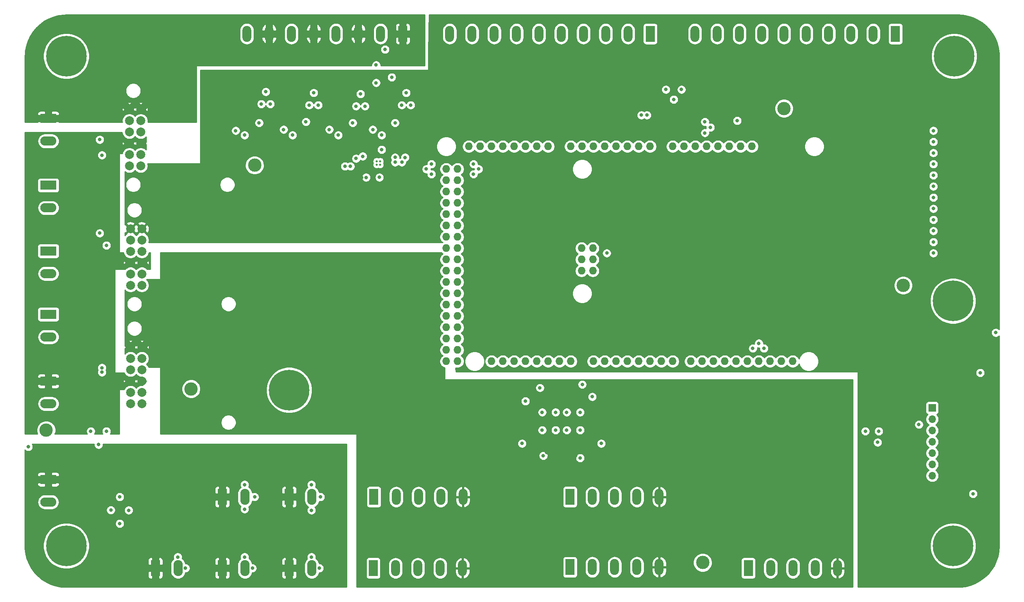
<source format=gbr>
G04 #@! TF.GenerationSoftware,KiCad,Pcbnew,5.1.5+dfsg1-2build2*
G04 #@! TF.CreationDate,2020-06-17T17:05:19-04:00*
G04 #@! TF.ProjectId,gantry-controller-prototype-DUE,67616e74-7279-42d6-936f-6e74726f6c6c,rev?*
G04 #@! TF.SameCoordinates,Original*
G04 #@! TF.FileFunction,Copper,L3,Inr*
G04 #@! TF.FilePolarity,Positive*
%FSLAX46Y46*%
G04 Gerber Fmt 4.6, Leading zero omitted, Abs format (unit mm)*
G04 Created by KiCad (PCBNEW 5.1.5+dfsg1-2build2) date 2020-06-17 17:05:19*
%MOMM*%
%LPD*%
G04 APERTURE LIST*
%ADD10C,3.000000*%
%ADD11O,1.727200X1.727200*%
%ADD12R,1.700000X1.700000*%
%ADD13O,1.700000X1.700000*%
%ADD14R,2.000000X3.600000*%
%ADD15O,2.000000X3.600000*%
%ADD16R,2.080000X3.600000*%
%ADD17O,2.080000X3.600000*%
%ADD18C,0.508000*%
%ADD19C,9.100000*%
%ADD20C,2.000000*%
%ADD21R,3.600000X2.080000*%
%ADD22O,3.600000X2.080000*%
%ADD23C,0.800000*%
%ADD24C,0.254000*%
G04 APERTURE END LIST*
D10*
X92250000Y-69500000D03*
X78000000Y-119750000D03*
X45500000Y-129000000D03*
X211000000Y-56750000D03*
X237750000Y-96500000D03*
X192750000Y-158750000D03*
D11*
X168123000Y-93230000D03*
X135230000Y-70370000D03*
X137770000Y-70370000D03*
X135230000Y-72910000D03*
X137770000Y-72910000D03*
X135230000Y-75450000D03*
X137770000Y-75450000D03*
X135230000Y-77990000D03*
X137770000Y-77990000D03*
X135230000Y-80530000D03*
X137770000Y-80530000D03*
X135230000Y-83070000D03*
X137770000Y-83070000D03*
X135230000Y-85610000D03*
X137770000Y-85610000D03*
X135230000Y-88150000D03*
X137770000Y-88150000D03*
X135230000Y-90690000D03*
X137770000Y-90690000D03*
X135230000Y-93230000D03*
X137770000Y-93230000D03*
X135230000Y-95770000D03*
X137770000Y-95770000D03*
X135230000Y-98310000D03*
X137770000Y-98310000D03*
X135230000Y-100850000D03*
X137770000Y-100850000D03*
X135230000Y-103390000D03*
X137770000Y-103390000D03*
X135230000Y-105930000D03*
X137770000Y-105930000D03*
X135230000Y-108470000D03*
X137770000Y-108470000D03*
X135230000Y-111010000D03*
X137770000Y-111010000D03*
X135230000Y-113550000D03*
X137770000Y-113550000D03*
X140310000Y-65290000D03*
X142850000Y-65290000D03*
X145390000Y-65290000D03*
X147930000Y-65290000D03*
X150470000Y-65290000D03*
X153010000Y-65290000D03*
X155550000Y-65290000D03*
X158090000Y-65290000D03*
X163170000Y-65290000D03*
X165710000Y-65290000D03*
X168250000Y-65290000D03*
X170790000Y-65290000D03*
X173330000Y-65290000D03*
X175870000Y-65290000D03*
X178410000Y-65290000D03*
X203810000Y-65290000D03*
X197714000Y-113550000D03*
X200254000Y-113550000D03*
X202794000Y-113550000D03*
X207874000Y-113550000D03*
X210414000Y-113550000D03*
X212954000Y-113550000D03*
X195174000Y-113550000D03*
X192634000Y-113550000D03*
X190094000Y-113550000D03*
X205334000Y-113550000D03*
X186030000Y-113550000D03*
X183490000Y-113550000D03*
X180950000Y-113550000D03*
X178410000Y-113550000D03*
X175870000Y-113550000D03*
X173330000Y-113550000D03*
X170790000Y-113550000D03*
X168250000Y-113550000D03*
X163170000Y-113550000D03*
X160630000Y-113550000D03*
X158090000Y-113550000D03*
X155550000Y-113550000D03*
X153010000Y-113550000D03*
X150470000Y-113550000D03*
X147930000Y-113550000D03*
X145390000Y-113550000D03*
X201270000Y-65290000D03*
X198730000Y-65290000D03*
X196190000Y-65290000D03*
X193650000Y-65290000D03*
X191110000Y-65290000D03*
X188570000Y-65290000D03*
X186030000Y-65290000D03*
X180950000Y-65290000D03*
X165583000Y-93230000D03*
X168123000Y-90690000D03*
X165583000Y-90690000D03*
X165583000Y-88150000D03*
X168123000Y-88150000D03*
D12*
X244250000Y-124000000D03*
D13*
X244250000Y-126540000D03*
X244250000Y-129080000D03*
X244250000Y-131620000D03*
X244250000Y-134160000D03*
X244250000Y-136700000D03*
X244250000Y-139240000D03*
D14*
X119000000Y-144000000D03*
D15*
X124000000Y-144000000D03*
X129000000Y-144000000D03*
X134000000Y-144000000D03*
X139000000Y-144000000D03*
D14*
X118872000Y-160000000D03*
D15*
X123872000Y-160000000D03*
X128872000Y-160000000D03*
X133872000Y-160000000D03*
X138872000Y-160000000D03*
D14*
X163000000Y-159766000D03*
D15*
X168000000Y-159766000D03*
X173000000Y-159766000D03*
X178000000Y-159766000D03*
X183000000Y-159766000D03*
D14*
X163000000Y-144000000D03*
D15*
X168000000Y-144000000D03*
X173000000Y-144000000D03*
X178000000Y-144000000D03*
X183000000Y-144000000D03*
D14*
X203000000Y-160000000D03*
D15*
X208000000Y-160000000D03*
X213000000Y-160000000D03*
X218000000Y-160000000D03*
X223000000Y-160000000D03*
D16*
X100000000Y-144000000D03*
D17*
X105080000Y-144000000D03*
D18*
X120393700Y-68606300D03*
X120393700Y-69393700D03*
X119606300Y-68606300D03*
X119606300Y-69393700D03*
D14*
X125500000Y-40005000D03*
D15*
X120500000Y-40005000D03*
X115500000Y-40005000D03*
X110500000Y-40005000D03*
X105500000Y-40005000D03*
X100500000Y-40005000D03*
X95500000Y-40005000D03*
X90500000Y-40005000D03*
D19*
X100000000Y-120000000D03*
X248920000Y-100000000D03*
X248920000Y-155000000D03*
X249174000Y-45000000D03*
X50000000Y-45000000D03*
X50000000Y-155000000D03*
D14*
X181000000Y-40000000D03*
D15*
X176000000Y-40000000D03*
X171000000Y-40000000D03*
X166000000Y-40000000D03*
X161000000Y-40000000D03*
X156000000Y-40000000D03*
X151000000Y-40000000D03*
X146000000Y-40000000D03*
X141000000Y-40000000D03*
X136000000Y-40000000D03*
D14*
X236000000Y-40000000D03*
D15*
X231000000Y-40000000D03*
X226000000Y-40000000D03*
X221000000Y-40000000D03*
X216000000Y-40000000D03*
X211000000Y-40000000D03*
X206000000Y-40000000D03*
X201000000Y-40000000D03*
X196000000Y-40000000D03*
X191000000Y-40000000D03*
D20*
X66692000Y-62043000D03*
X66692000Y-59503000D03*
X66692000Y-56963000D03*
X66692000Y-64583000D03*
X66692000Y-69663000D03*
X66692000Y-67123000D03*
X64152000Y-56963000D03*
X64152000Y-69663000D03*
X64152000Y-59503000D03*
X64152000Y-67123000D03*
X64152000Y-64583000D03*
X64152000Y-62043000D03*
X66946000Y-115453000D03*
X66946000Y-112913000D03*
X66946000Y-110373000D03*
X66946000Y-117993000D03*
X66946000Y-123073000D03*
X66946000Y-120533000D03*
X64406000Y-110373000D03*
X64406000Y-123073000D03*
X64406000Y-112913000D03*
X64406000Y-120533000D03*
X64406000Y-117993000D03*
X64406000Y-115453000D03*
X66946000Y-88853000D03*
X66946000Y-86313000D03*
X66946000Y-83773000D03*
X66946000Y-91393000D03*
X66946000Y-96473000D03*
X66946000Y-93933000D03*
X64406000Y-83773000D03*
X64406000Y-96473000D03*
X64406000Y-86313000D03*
X64406000Y-93933000D03*
X64406000Y-91393000D03*
X64406000Y-88853000D03*
D21*
X45982000Y-74000000D03*
D22*
X45982000Y-79080000D03*
D21*
X45982000Y-88773000D03*
D22*
X45982000Y-93853000D03*
D21*
X45982000Y-59000000D03*
D22*
X45982000Y-64080000D03*
D21*
X45982000Y-103000000D03*
D22*
X45982000Y-108080000D03*
D16*
X85000000Y-144000000D03*
D17*
X90080000Y-144000000D03*
D16*
X100000000Y-160000000D03*
D17*
X105080000Y-160000000D03*
D16*
X85000000Y-160000000D03*
D17*
X90080000Y-160000000D03*
D21*
X45982000Y-118000000D03*
D22*
X45982000Y-123080000D03*
D16*
X70000000Y-160000000D03*
D17*
X75080000Y-160000000D03*
D21*
X45974000Y-140081000D03*
D22*
X45974000Y-145161000D03*
D23*
X123750000Y-60000000D03*
X114250000Y-60000000D03*
X103750000Y-59750000D03*
X93250000Y-60000000D03*
X258500000Y-107100000D03*
X229250000Y-129250000D03*
X232250000Y-129250000D03*
X232000000Y-131750000D03*
X255000000Y-116120000D03*
X200500000Y-59500000D03*
X204000000Y-110650000D03*
X206500000Y-110650000D03*
X141350000Y-71500000D03*
X142500000Y-70370000D03*
X131900000Y-69250000D03*
X131900000Y-71500000D03*
X130750000Y-70370000D03*
X141350000Y-69250000D03*
X194500000Y-61000000D03*
X193250000Y-59750000D03*
X193250000Y-62250000D03*
X188000000Y-52500000D03*
X186250000Y-54750000D03*
X184500000Y-52500000D03*
X75000000Y-157500000D03*
X91750000Y-160000000D03*
X90000000Y-157500000D03*
X106750000Y-160000000D03*
X105000000Y-157500000D03*
X105000000Y-141250000D03*
X105000000Y-147000000D03*
X90000000Y-146750000D03*
X90000000Y-141250000D03*
X244500000Y-89250000D03*
X244500000Y-86750000D03*
X244500000Y-84250000D03*
X244500000Y-81750000D03*
X117250000Y-72250000D03*
X57250000Y-132250000D03*
X59000000Y-129250000D03*
X55500000Y-129250000D03*
X58000000Y-116000000D03*
X58000000Y-115000000D03*
X120750000Y-66000000D03*
X118750000Y-61500000D03*
X109000000Y-61500000D03*
X98750000Y-61500000D03*
X88000000Y-61750000D03*
X162250000Y-125000000D03*
X165750000Y-118750000D03*
X165250000Y-129000000D03*
X156750000Y-129000000D03*
X159750000Y-125000000D03*
X162250000Y-129000000D03*
X159750000Y-129000000D03*
X156750000Y-125000000D03*
X156250000Y-119500000D03*
X126250000Y-53250000D03*
X125250000Y-56000000D03*
X127250000Y-56000000D03*
X116000000Y-53500000D03*
X115000000Y-56250000D03*
X117000000Y-56250000D03*
X105500000Y-53250000D03*
X104500000Y-56000000D03*
X106500000Y-56000000D03*
X95750000Y-55750000D03*
X94750000Y-53000000D03*
X93750000Y-55750000D03*
X57500000Y-84750000D03*
X59000000Y-87500000D03*
X57500000Y-63750000D03*
X58000000Y-67250000D03*
X64000000Y-147000000D03*
X62000000Y-150000000D03*
X62000000Y-144000000D03*
X60000000Y-146956350D03*
X253400000Y-143300000D03*
X165250000Y-125000000D03*
X92250000Y-144000000D03*
X107000000Y-144000000D03*
X76750000Y-160000000D03*
X244500000Y-61750000D03*
X244500000Y-69250000D03*
X244500000Y-66750000D03*
X244500000Y-64250000D03*
X244500000Y-71750000D03*
X244500000Y-74250000D03*
X244500000Y-76750000D03*
X244500000Y-79250000D03*
X205350000Y-109500000D03*
X165250000Y-135250000D03*
X157000000Y-134750000D03*
X157750000Y-134000000D03*
X164000000Y-119000000D03*
X90000000Y-62750000D03*
X100750000Y-62750000D03*
X120750000Y-62750000D03*
X111000000Y-62750000D03*
X157750000Y-119750000D03*
X120250000Y-72233001D03*
X164250000Y-134750000D03*
X180250000Y-58250000D03*
X179000000Y-58250000D03*
X152250000Y-132000000D03*
X153000000Y-122500000D03*
X170000000Y-132000000D03*
X168000000Y-121500000D03*
X122500000Y-73000000D03*
X125250000Y-65000000D03*
X116250000Y-72250000D03*
X228000000Y-126500000D03*
X233500000Y-126500000D03*
X230000000Y-132750000D03*
X234000000Y-46500000D03*
X224000000Y-46000000D03*
X214000000Y-46000000D03*
X204000000Y-46000000D03*
X194000000Y-46000000D03*
X179000000Y-46500000D03*
X169000000Y-45750000D03*
X159000000Y-45750000D03*
X149000000Y-45750000D03*
X139000000Y-45750000D03*
X257500000Y-109000000D03*
X112250000Y-67250000D03*
X41500000Y-132750000D03*
X121500000Y-43500000D03*
X123000000Y-49750000D03*
X119500000Y-51000000D03*
X119500000Y-47000000D03*
X100000000Y-141250000D03*
X100000000Y-147000000D03*
X85000000Y-146750000D03*
X85000000Y-141000000D03*
X97500000Y-144000000D03*
X61500000Y-153750000D03*
X70250000Y-132750000D03*
X111500000Y-160000000D03*
X96750000Y-132750000D03*
X97500000Y-160000000D03*
X83000000Y-132750000D03*
X111750000Y-132750000D03*
X82750000Y-160000000D03*
X87250000Y-160000000D03*
X83250000Y-150750000D03*
X72250000Y-160000000D03*
X111750000Y-141000000D03*
X96750000Y-150750000D03*
X46000000Y-137500000D03*
X82250000Y-144000000D03*
X62250000Y-141750000D03*
X59250000Y-138750000D03*
X65000000Y-138750000D03*
X87250000Y-144000000D03*
X46000000Y-142250000D03*
X55250000Y-132750000D03*
X102250000Y-160000000D03*
X72000000Y-143750000D03*
X43000000Y-140000000D03*
X102500000Y-144000000D03*
X111750000Y-150750000D03*
X49000000Y-140000000D03*
X57250000Y-160250000D03*
X70500000Y-151000000D03*
X67750000Y-160000000D03*
X171250000Y-89250000D03*
X241250000Y-127750000D03*
X123750161Y-67737411D03*
X126000000Y-67750000D03*
X125274990Y-68839855D03*
X123750000Y-68839855D03*
X113750000Y-69750000D03*
X115000000Y-68000000D03*
X112500000Y-69750000D03*
X116500000Y-67500000D03*
D24*
G36*
X134274698Y-89314039D02*
G01*
X134433281Y-89420000D01*
X134274698Y-89525961D01*
X134065961Y-89734698D01*
X133901958Y-89980147D01*
X133788990Y-90252875D01*
X133731400Y-90542401D01*
X133731400Y-90837599D01*
X133788990Y-91127125D01*
X133901958Y-91399853D01*
X134065961Y-91645302D01*
X134274698Y-91854039D01*
X134433281Y-91960000D01*
X134274698Y-92065961D01*
X134065961Y-92274698D01*
X133901958Y-92520147D01*
X133788990Y-92792875D01*
X133731400Y-93082401D01*
X133731400Y-93377599D01*
X133788990Y-93667125D01*
X133901958Y-93939853D01*
X134065961Y-94185302D01*
X134274698Y-94394039D01*
X134433281Y-94500000D01*
X134274698Y-94605961D01*
X134065961Y-94814698D01*
X133901958Y-95060147D01*
X133788990Y-95332875D01*
X133731400Y-95622401D01*
X133731400Y-95917599D01*
X133788990Y-96207125D01*
X133901958Y-96479853D01*
X134065961Y-96725302D01*
X134274698Y-96934039D01*
X134433281Y-97040000D01*
X134274698Y-97145961D01*
X134065961Y-97354698D01*
X133901958Y-97600147D01*
X133788990Y-97872875D01*
X133731400Y-98162401D01*
X133731400Y-98457599D01*
X133788990Y-98747125D01*
X133901958Y-99019853D01*
X134065961Y-99265302D01*
X134274698Y-99474039D01*
X134433281Y-99580000D01*
X134274698Y-99685961D01*
X134065961Y-99894698D01*
X133901958Y-100140147D01*
X133788990Y-100412875D01*
X133731400Y-100702401D01*
X133731400Y-100997599D01*
X133788990Y-101287125D01*
X133901958Y-101559853D01*
X134065961Y-101805302D01*
X134274698Y-102014039D01*
X134433281Y-102120000D01*
X134274698Y-102225961D01*
X134065961Y-102434698D01*
X133901958Y-102680147D01*
X133788990Y-102952875D01*
X133731400Y-103242401D01*
X133731400Y-103537599D01*
X133788990Y-103827125D01*
X133901958Y-104099853D01*
X134065961Y-104345302D01*
X134274698Y-104554039D01*
X134433281Y-104660000D01*
X134274698Y-104765961D01*
X134065961Y-104974698D01*
X133901958Y-105220147D01*
X133788990Y-105492875D01*
X133731400Y-105782401D01*
X133731400Y-106077599D01*
X133788990Y-106367125D01*
X133901958Y-106639853D01*
X134065961Y-106885302D01*
X134274698Y-107094039D01*
X134433281Y-107200000D01*
X134274698Y-107305961D01*
X134065961Y-107514698D01*
X133901958Y-107760147D01*
X133788990Y-108032875D01*
X133731400Y-108322401D01*
X133731400Y-108617599D01*
X133788990Y-108907125D01*
X133901958Y-109179853D01*
X134065961Y-109425302D01*
X134274698Y-109634039D01*
X134433281Y-109740000D01*
X134274698Y-109845961D01*
X134065961Y-110054698D01*
X133901958Y-110300147D01*
X133788990Y-110572875D01*
X133731400Y-110862401D01*
X133731400Y-111157599D01*
X133788990Y-111447125D01*
X133901958Y-111719853D01*
X134065961Y-111965302D01*
X134274698Y-112174039D01*
X134433281Y-112280000D01*
X134274698Y-112385961D01*
X134065961Y-112594698D01*
X133901958Y-112840147D01*
X133788990Y-113112875D01*
X133731400Y-113402401D01*
X133731400Y-113697599D01*
X133788990Y-113987125D01*
X133901958Y-114259853D01*
X134065961Y-114505302D01*
X134274698Y-114714039D01*
X134520147Y-114878042D01*
X134792875Y-114991010D01*
X134873000Y-115006948D01*
X134873000Y-117500000D01*
X134875440Y-117524776D01*
X134882667Y-117548601D01*
X134894403Y-117570557D01*
X134910197Y-117589803D01*
X134929443Y-117605597D01*
X134951399Y-117617333D01*
X134975224Y-117624560D01*
X135000000Y-117627000D01*
X226373000Y-117627000D01*
X226373000Y-164265000D01*
X115127000Y-164265000D01*
X115127000Y-158200000D01*
X117233928Y-158200000D01*
X117233928Y-161800000D01*
X117246188Y-161924482D01*
X117282498Y-162044180D01*
X117341463Y-162154494D01*
X117420815Y-162251185D01*
X117517506Y-162330537D01*
X117627820Y-162389502D01*
X117747518Y-162425812D01*
X117872000Y-162438072D01*
X119872000Y-162438072D01*
X119996482Y-162425812D01*
X120116180Y-162389502D01*
X120226494Y-162330537D01*
X120323185Y-162251185D01*
X120402537Y-162154494D01*
X120461502Y-162044180D01*
X120497812Y-161924482D01*
X120510072Y-161800000D01*
X120510072Y-159119679D01*
X122237000Y-159119679D01*
X122237000Y-160880322D01*
X122260658Y-161120516D01*
X122354149Y-161428715D01*
X122505970Y-161712752D01*
X122710287Y-161961714D01*
X122959249Y-162166031D01*
X123243286Y-162317852D01*
X123551485Y-162411343D01*
X123872000Y-162442911D01*
X124192516Y-162411343D01*
X124500715Y-162317852D01*
X124784752Y-162166031D01*
X125033714Y-161961714D01*
X125238031Y-161712752D01*
X125389852Y-161428715D01*
X125483343Y-161120516D01*
X125507000Y-160880322D01*
X125507000Y-159119679D01*
X127237000Y-159119679D01*
X127237000Y-160880322D01*
X127260658Y-161120516D01*
X127354149Y-161428715D01*
X127505970Y-161712752D01*
X127710287Y-161961714D01*
X127959249Y-162166031D01*
X128243286Y-162317852D01*
X128551485Y-162411343D01*
X128872000Y-162442911D01*
X129192516Y-162411343D01*
X129500715Y-162317852D01*
X129784752Y-162166031D01*
X130033714Y-161961714D01*
X130238031Y-161712752D01*
X130389852Y-161428715D01*
X130483343Y-161120516D01*
X130507000Y-160880322D01*
X130507000Y-159119679D01*
X132237000Y-159119679D01*
X132237000Y-160880322D01*
X132260658Y-161120516D01*
X132354149Y-161428715D01*
X132505970Y-161712752D01*
X132710287Y-161961714D01*
X132959249Y-162166031D01*
X133243286Y-162317852D01*
X133551485Y-162411343D01*
X133872000Y-162442911D01*
X134192516Y-162411343D01*
X134500715Y-162317852D01*
X134784752Y-162166031D01*
X135033714Y-161961714D01*
X135238031Y-161712752D01*
X135389852Y-161428715D01*
X135483343Y-161120516D01*
X135507000Y-160880322D01*
X135507000Y-160127000D01*
X137237000Y-160127000D01*
X137237000Y-160927000D01*
X137293193Y-161243532D01*
X137410058Y-161543020D01*
X137583105Y-161813954D01*
X137805683Y-162045922D01*
X138069239Y-162230010D01*
X138363645Y-162359144D01*
X138491566Y-162390124D01*
X138745000Y-162270777D01*
X138745000Y-160127000D01*
X138999000Y-160127000D01*
X138999000Y-162270777D01*
X139252434Y-162390124D01*
X139380355Y-162359144D01*
X139674761Y-162230010D01*
X139938317Y-162045922D01*
X140160895Y-161813954D01*
X140333942Y-161543020D01*
X140450807Y-161243532D01*
X140507000Y-160927000D01*
X140507000Y-160127000D01*
X138999000Y-160127000D01*
X138745000Y-160127000D01*
X137237000Y-160127000D01*
X135507000Y-160127000D01*
X135507000Y-159119678D01*
X135502403Y-159073000D01*
X137237000Y-159073000D01*
X137237000Y-159873000D01*
X138745000Y-159873000D01*
X138745000Y-157729223D01*
X138999000Y-157729223D01*
X138999000Y-159873000D01*
X140507000Y-159873000D01*
X140507000Y-159073000D01*
X140450807Y-158756468D01*
X140333942Y-158456980D01*
X140160895Y-158186046D01*
X139949757Y-157966000D01*
X161361928Y-157966000D01*
X161361928Y-161566000D01*
X161374188Y-161690482D01*
X161410498Y-161810180D01*
X161469463Y-161920494D01*
X161548815Y-162017185D01*
X161645506Y-162096537D01*
X161755820Y-162155502D01*
X161875518Y-162191812D01*
X162000000Y-162204072D01*
X164000000Y-162204072D01*
X164124482Y-162191812D01*
X164244180Y-162155502D01*
X164354494Y-162096537D01*
X164451185Y-162017185D01*
X164530537Y-161920494D01*
X164589502Y-161810180D01*
X164625812Y-161690482D01*
X164638072Y-161566000D01*
X164638072Y-158885679D01*
X166365000Y-158885679D01*
X166365000Y-160646322D01*
X166388658Y-160886516D01*
X166482149Y-161194715D01*
X166633970Y-161478752D01*
X166838287Y-161727714D01*
X167087249Y-161932031D01*
X167371286Y-162083852D01*
X167679485Y-162177343D01*
X168000000Y-162208911D01*
X168320516Y-162177343D01*
X168628715Y-162083852D01*
X168912752Y-161932031D01*
X169161714Y-161727714D01*
X169366031Y-161478752D01*
X169517852Y-161194715D01*
X169611343Y-160886516D01*
X169635000Y-160646322D01*
X169635000Y-158885679D01*
X171365000Y-158885679D01*
X171365000Y-160646322D01*
X171388658Y-160886516D01*
X171482149Y-161194715D01*
X171633970Y-161478752D01*
X171838287Y-161727714D01*
X172087249Y-161932031D01*
X172371286Y-162083852D01*
X172679485Y-162177343D01*
X173000000Y-162208911D01*
X173320516Y-162177343D01*
X173628715Y-162083852D01*
X173912752Y-161932031D01*
X174161714Y-161727714D01*
X174366031Y-161478752D01*
X174517852Y-161194715D01*
X174611343Y-160886516D01*
X174635000Y-160646322D01*
X174635000Y-158885679D01*
X176365000Y-158885679D01*
X176365000Y-160646322D01*
X176388658Y-160886516D01*
X176482149Y-161194715D01*
X176633970Y-161478752D01*
X176838287Y-161727714D01*
X177087249Y-161932031D01*
X177371286Y-162083852D01*
X177679485Y-162177343D01*
X178000000Y-162208911D01*
X178320516Y-162177343D01*
X178628715Y-162083852D01*
X178912752Y-161932031D01*
X179161714Y-161727714D01*
X179366031Y-161478752D01*
X179517852Y-161194715D01*
X179611343Y-160886516D01*
X179635000Y-160646322D01*
X179635000Y-159893000D01*
X181365000Y-159893000D01*
X181365000Y-160693000D01*
X181421193Y-161009532D01*
X181538058Y-161309020D01*
X181711105Y-161579954D01*
X181933683Y-161811922D01*
X182197239Y-161996010D01*
X182491645Y-162125144D01*
X182619566Y-162156124D01*
X182873000Y-162036777D01*
X182873000Y-159893000D01*
X183127000Y-159893000D01*
X183127000Y-162036777D01*
X183380434Y-162156124D01*
X183508355Y-162125144D01*
X183802761Y-161996010D01*
X184066317Y-161811922D01*
X184288895Y-161579954D01*
X184461942Y-161309020D01*
X184578807Y-161009532D01*
X184635000Y-160693000D01*
X184635000Y-159893000D01*
X183127000Y-159893000D01*
X182873000Y-159893000D01*
X181365000Y-159893000D01*
X179635000Y-159893000D01*
X179635000Y-158885678D01*
X179630403Y-158839000D01*
X181365000Y-158839000D01*
X181365000Y-159639000D01*
X182873000Y-159639000D01*
X182873000Y-157495223D01*
X183127000Y-157495223D01*
X183127000Y-159639000D01*
X184635000Y-159639000D01*
X184635000Y-158839000D01*
X184581870Y-158539721D01*
X190615000Y-158539721D01*
X190615000Y-158960279D01*
X190697047Y-159372756D01*
X190857988Y-159761302D01*
X191091637Y-160110983D01*
X191389017Y-160408363D01*
X191738698Y-160642012D01*
X192127244Y-160802953D01*
X192539721Y-160885000D01*
X192960279Y-160885000D01*
X193372756Y-160802953D01*
X193761302Y-160642012D01*
X194110983Y-160408363D01*
X194408363Y-160110983D01*
X194642012Y-159761302D01*
X194802953Y-159372756D01*
X194885000Y-158960279D01*
X194885000Y-158539721D01*
X194817426Y-158200000D01*
X201361928Y-158200000D01*
X201361928Y-161800000D01*
X201374188Y-161924482D01*
X201410498Y-162044180D01*
X201469463Y-162154494D01*
X201548815Y-162251185D01*
X201645506Y-162330537D01*
X201755820Y-162389502D01*
X201875518Y-162425812D01*
X202000000Y-162438072D01*
X204000000Y-162438072D01*
X204124482Y-162425812D01*
X204244180Y-162389502D01*
X204354494Y-162330537D01*
X204451185Y-162251185D01*
X204530537Y-162154494D01*
X204589502Y-162044180D01*
X204625812Y-161924482D01*
X204638072Y-161800000D01*
X204638072Y-159119679D01*
X206365000Y-159119679D01*
X206365000Y-160880322D01*
X206388658Y-161120516D01*
X206482149Y-161428715D01*
X206633970Y-161712752D01*
X206838287Y-161961714D01*
X207087249Y-162166031D01*
X207371286Y-162317852D01*
X207679485Y-162411343D01*
X208000000Y-162442911D01*
X208320516Y-162411343D01*
X208628715Y-162317852D01*
X208912752Y-162166031D01*
X209161714Y-161961714D01*
X209366031Y-161712752D01*
X209517852Y-161428715D01*
X209611343Y-161120516D01*
X209635000Y-160880322D01*
X209635000Y-159119679D01*
X211365000Y-159119679D01*
X211365000Y-160880322D01*
X211388658Y-161120516D01*
X211482149Y-161428715D01*
X211633970Y-161712752D01*
X211838287Y-161961714D01*
X212087249Y-162166031D01*
X212371286Y-162317852D01*
X212679485Y-162411343D01*
X213000000Y-162442911D01*
X213320516Y-162411343D01*
X213628715Y-162317852D01*
X213912752Y-162166031D01*
X214161714Y-161961714D01*
X214366031Y-161712752D01*
X214517852Y-161428715D01*
X214611343Y-161120516D01*
X214635000Y-160880322D01*
X214635000Y-159119679D01*
X216365000Y-159119679D01*
X216365000Y-160880322D01*
X216388658Y-161120516D01*
X216482149Y-161428715D01*
X216633970Y-161712752D01*
X216838287Y-161961714D01*
X217087249Y-162166031D01*
X217371286Y-162317852D01*
X217679485Y-162411343D01*
X218000000Y-162442911D01*
X218320516Y-162411343D01*
X218628715Y-162317852D01*
X218912752Y-162166031D01*
X219161714Y-161961714D01*
X219366031Y-161712752D01*
X219517852Y-161428715D01*
X219611343Y-161120516D01*
X219635000Y-160880322D01*
X219635000Y-160127000D01*
X221365000Y-160127000D01*
X221365000Y-160927000D01*
X221421193Y-161243532D01*
X221538058Y-161543020D01*
X221711105Y-161813954D01*
X221933683Y-162045922D01*
X222197239Y-162230010D01*
X222491645Y-162359144D01*
X222619566Y-162390124D01*
X222873000Y-162270777D01*
X222873000Y-160127000D01*
X223127000Y-160127000D01*
X223127000Y-162270777D01*
X223380434Y-162390124D01*
X223508355Y-162359144D01*
X223802761Y-162230010D01*
X224066317Y-162045922D01*
X224288895Y-161813954D01*
X224461942Y-161543020D01*
X224578807Y-161243532D01*
X224635000Y-160927000D01*
X224635000Y-160127000D01*
X223127000Y-160127000D01*
X222873000Y-160127000D01*
X221365000Y-160127000D01*
X219635000Y-160127000D01*
X219635000Y-159119678D01*
X219630403Y-159073000D01*
X221365000Y-159073000D01*
X221365000Y-159873000D01*
X222873000Y-159873000D01*
X222873000Y-157729223D01*
X223127000Y-157729223D01*
X223127000Y-159873000D01*
X224635000Y-159873000D01*
X224635000Y-159073000D01*
X224578807Y-158756468D01*
X224461942Y-158456980D01*
X224288895Y-158186046D01*
X224066317Y-157954078D01*
X223802761Y-157769990D01*
X223508355Y-157640856D01*
X223380434Y-157609876D01*
X223127000Y-157729223D01*
X222873000Y-157729223D01*
X222619566Y-157609876D01*
X222491645Y-157640856D01*
X222197239Y-157769990D01*
X221933683Y-157954078D01*
X221711105Y-158186046D01*
X221538058Y-158456980D01*
X221421193Y-158756468D01*
X221365000Y-159073000D01*
X219630403Y-159073000D01*
X219611343Y-158879484D01*
X219517852Y-158571285D01*
X219366031Y-158287248D01*
X219161714Y-158038286D01*
X218912751Y-157833969D01*
X218628714Y-157682148D01*
X218320515Y-157588657D01*
X218000000Y-157557089D01*
X217679484Y-157588657D01*
X217371285Y-157682148D01*
X217087248Y-157833969D01*
X216838286Y-158038286D01*
X216633969Y-158287249D01*
X216482148Y-158571286D01*
X216388657Y-158879485D01*
X216365000Y-159119679D01*
X214635000Y-159119679D01*
X214635000Y-159119678D01*
X214611343Y-158879484D01*
X214517852Y-158571285D01*
X214366031Y-158287248D01*
X214161714Y-158038286D01*
X213912751Y-157833969D01*
X213628714Y-157682148D01*
X213320515Y-157588657D01*
X213000000Y-157557089D01*
X212679484Y-157588657D01*
X212371285Y-157682148D01*
X212087248Y-157833969D01*
X211838286Y-158038286D01*
X211633969Y-158287249D01*
X211482148Y-158571286D01*
X211388657Y-158879485D01*
X211365000Y-159119679D01*
X209635000Y-159119679D01*
X209635000Y-159119678D01*
X209611343Y-158879484D01*
X209517852Y-158571285D01*
X209366031Y-158287248D01*
X209161714Y-158038286D01*
X208912751Y-157833969D01*
X208628714Y-157682148D01*
X208320515Y-157588657D01*
X208000000Y-157557089D01*
X207679484Y-157588657D01*
X207371285Y-157682148D01*
X207087248Y-157833969D01*
X206838286Y-158038286D01*
X206633969Y-158287249D01*
X206482148Y-158571286D01*
X206388657Y-158879485D01*
X206365000Y-159119679D01*
X204638072Y-159119679D01*
X204638072Y-158200000D01*
X204625812Y-158075518D01*
X204589502Y-157955820D01*
X204530537Y-157845506D01*
X204451185Y-157748815D01*
X204354494Y-157669463D01*
X204244180Y-157610498D01*
X204124482Y-157574188D01*
X204000000Y-157561928D01*
X202000000Y-157561928D01*
X201875518Y-157574188D01*
X201755820Y-157610498D01*
X201645506Y-157669463D01*
X201548815Y-157748815D01*
X201469463Y-157845506D01*
X201410498Y-157955820D01*
X201374188Y-158075518D01*
X201361928Y-158200000D01*
X194817426Y-158200000D01*
X194802953Y-158127244D01*
X194642012Y-157738698D01*
X194408363Y-157389017D01*
X194110983Y-157091637D01*
X193761302Y-156857988D01*
X193372756Y-156697047D01*
X192960279Y-156615000D01*
X192539721Y-156615000D01*
X192127244Y-156697047D01*
X191738698Y-156857988D01*
X191389017Y-157091637D01*
X191091637Y-157389017D01*
X190857988Y-157738698D01*
X190697047Y-158127244D01*
X190615000Y-158539721D01*
X184581870Y-158539721D01*
X184578807Y-158522468D01*
X184461942Y-158222980D01*
X184288895Y-157952046D01*
X184066317Y-157720078D01*
X183802761Y-157535990D01*
X183508355Y-157406856D01*
X183380434Y-157375876D01*
X183127000Y-157495223D01*
X182873000Y-157495223D01*
X182619566Y-157375876D01*
X182491645Y-157406856D01*
X182197239Y-157535990D01*
X181933683Y-157720078D01*
X181711105Y-157952046D01*
X181538058Y-158222980D01*
X181421193Y-158522468D01*
X181365000Y-158839000D01*
X179630403Y-158839000D01*
X179611343Y-158645484D01*
X179517852Y-158337285D01*
X179366031Y-158053248D01*
X179161714Y-157804286D01*
X178912751Y-157599969D01*
X178628714Y-157448148D01*
X178320515Y-157354657D01*
X178000000Y-157323089D01*
X177679484Y-157354657D01*
X177371285Y-157448148D01*
X177087248Y-157599969D01*
X176838286Y-157804286D01*
X176633969Y-158053249D01*
X176482148Y-158337286D01*
X176388657Y-158645485D01*
X176365000Y-158885679D01*
X174635000Y-158885679D01*
X174635000Y-158885678D01*
X174611343Y-158645484D01*
X174517852Y-158337285D01*
X174366031Y-158053248D01*
X174161714Y-157804286D01*
X173912751Y-157599969D01*
X173628714Y-157448148D01*
X173320515Y-157354657D01*
X173000000Y-157323089D01*
X172679484Y-157354657D01*
X172371285Y-157448148D01*
X172087248Y-157599969D01*
X171838286Y-157804286D01*
X171633969Y-158053249D01*
X171482148Y-158337286D01*
X171388657Y-158645485D01*
X171365000Y-158885679D01*
X169635000Y-158885679D01*
X169635000Y-158885678D01*
X169611343Y-158645484D01*
X169517852Y-158337285D01*
X169366031Y-158053248D01*
X169161714Y-157804286D01*
X168912751Y-157599969D01*
X168628714Y-157448148D01*
X168320515Y-157354657D01*
X168000000Y-157323089D01*
X167679484Y-157354657D01*
X167371285Y-157448148D01*
X167087248Y-157599969D01*
X166838286Y-157804286D01*
X166633969Y-158053249D01*
X166482148Y-158337286D01*
X166388657Y-158645485D01*
X166365000Y-158885679D01*
X164638072Y-158885679D01*
X164638072Y-157966000D01*
X164625812Y-157841518D01*
X164589502Y-157721820D01*
X164530537Y-157611506D01*
X164451185Y-157514815D01*
X164354494Y-157435463D01*
X164244180Y-157376498D01*
X164124482Y-157340188D01*
X164000000Y-157327928D01*
X162000000Y-157327928D01*
X161875518Y-157340188D01*
X161755820Y-157376498D01*
X161645506Y-157435463D01*
X161548815Y-157514815D01*
X161469463Y-157611506D01*
X161410498Y-157721820D01*
X161374188Y-157841518D01*
X161361928Y-157966000D01*
X139949757Y-157966000D01*
X139938317Y-157954078D01*
X139674761Y-157769990D01*
X139380355Y-157640856D01*
X139252434Y-157609876D01*
X138999000Y-157729223D01*
X138745000Y-157729223D01*
X138491566Y-157609876D01*
X138363645Y-157640856D01*
X138069239Y-157769990D01*
X137805683Y-157954078D01*
X137583105Y-158186046D01*
X137410058Y-158456980D01*
X137293193Y-158756468D01*
X137237000Y-159073000D01*
X135502403Y-159073000D01*
X135483343Y-158879484D01*
X135389852Y-158571285D01*
X135238031Y-158287248D01*
X135033714Y-158038286D01*
X134784751Y-157833969D01*
X134500714Y-157682148D01*
X134192515Y-157588657D01*
X133872000Y-157557089D01*
X133551484Y-157588657D01*
X133243285Y-157682148D01*
X132959248Y-157833969D01*
X132710286Y-158038286D01*
X132505969Y-158287249D01*
X132354148Y-158571286D01*
X132260657Y-158879485D01*
X132237000Y-159119679D01*
X130507000Y-159119679D01*
X130507000Y-159119678D01*
X130483343Y-158879484D01*
X130389852Y-158571285D01*
X130238031Y-158287248D01*
X130033714Y-158038286D01*
X129784751Y-157833969D01*
X129500714Y-157682148D01*
X129192515Y-157588657D01*
X128872000Y-157557089D01*
X128551484Y-157588657D01*
X128243285Y-157682148D01*
X127959248Y-157833969D01*
X127710286Y-158038286D01*
X127505969Y-158287249D01*
X127354148Y-158571286D01*
X127260657Y-158879485D01*
X127237000Y-159119679D01*
X125507000Y-159119679D01*
X125507000Y-159119678D01*
X125483343Y-158879484D01*
X125389852Y-158571285D01*
X125238031Y-158287248D01*
X125033714Y-158038286D01*
X124784751Y-157833969D01*
X124500714Y-157682148D01*
X124192515Y-157588657D01*
X123872000Y-157557089D01*
X123551484Y-157588657D01*
X123243285Y-157682148D01*
X122959248Y-157833969D01*
X122710286Y-158038286D01*
X122505969Y-158287249D01*
X122354148Y-158571286D01*
X122260657Y-158879485D01*
X122237000Y-159119679D01*
X120510072Y-159119679D01*
X120510072Y-158200000D01*
X120497812Y-158075518D01*
X120461502Y-157955820D01*
X120402537Y-157845506D01*
X120323185Y-157748815D01*
X120226494Y-157669463D01*
X120116180Y-157610498D01*
X119996482Y-157574188D01*
X119872000Y-157561928D01*
X117872000Y-157561928D01*
X117747518Y-157574188D01*
X117627820Y-157610498D01*
X117517506Y-157669463D01*
X117420815Y-157748815D01*
X117341463Y-157845506D01*
X117282498Y-157955820D01*
X117246188Y-158075518D01*
X117233928Y-158200000D01*
X115127000Y-158200000D01*
X115127000Y-142200000D01*
X117361928Y-142200000D01*
X117361928Y-145800000D01*
X117374188Y-145924482D01*
X117410498Y-146044180D01*
X117469463Y-146154494D01*
X117548815Y-146251185D01*
X117645506Y-146330537D01*
X117755820Y-146389502D01*
X117875518Y-146425812D01*
X118000000Y-146438072D01*
X120000000Y-146438072D01*
X120124482Y-146425812D01*
X120244180Y-146389502D01*
X120354494Y-146330537D01*
X120451185Y-146251185D01*
X120530537Y-146154494D01*
X120589502Y-146044180D01*
X120625812Y-145924482D01*
X120638072Y-145800000D01*
X120638072Y-143119679D01*
X122365000Y-143119679D01*
X122365000Y-144880322D01*
X122388658Y-145120516D01*
X122482149Y-145428715D01*
X122633970Y-145712752D01*
X122838287Y-145961714D01*
X123087249Y-146166031D01*
X123371286Y-146317852D01*
X123679485Y-146411343D01*
X124000000Y-146442911D01*
X124320516Y-146411343D01*
X124628715Y-146317852D01*
X124912752Y-146166031D01*
X125161714Y-145961714D01*
X125366031Y-145712752D01*
X125517852Y-145428715D01*
X125611343Y-145120516D01*
X125635000Y-144880322D01*
X125635000Y-143119679D01*
X127365000Y-143119679D01*
X127365000Y-144880322D01*
X127388658Y-145120516D01*
X127482149Y-145428715D01*
X127633970Y-145712752D01*
X127838287Y-145961714D01*
X128087249Y-146166031D01*
X128371286Y-146317852D01*
X128679485Y-146411343D01*
X129000000Y-146442911D01*
X129320516Y-146411343D01*
X129628715Y-146317852D01*
X129912752Y-146166031D01*
X130161714Y-145961714D01*
X130366031Y-145712752D01*
X130517852Y-145428715D01*
X130611343Y-145120516D01*
X130635000Y-144880322D01*
X130635000Y-143119679D01*
X132365000Y-143119679D01*
X132365000Y-144880322D01*
X132388658Y-145120516D01*
X132482149Y-145428715D01*
X132633970Y-145712752D01*
X132838287Y-145961714D01*
X133087249Y-146166031D01*
X133371286Y-146317852D01*
X133679485Y-146411343D01*
X134000000Y-146442911D01*
X134320516Y-146411343D01*
X134628715Y-146317852D01*
X134912752Y-146166031D01*
X135161714Y-145961714D01*
X135366031Y-145712752D01*
X135517852Y-145428715D01*
X135611343Y-145120516D01*
X135635000Y-144880322D01*
X135635000Y-144127000D01*
X137365000Y-144127000D01*
X137365000Y-144927000D01*
X137421193Y-145243532D01*
X137538058Y-145543020D01*
X137711105Y-145813954D01*
X137933683Y-146045922D01*
X138197239Y-146230010D01*
X138491645Y-146359144D01*
X138619566Y-146390124D01*
X138873000Y-146270777D01*
X138873000Y-144127000D01*
X139127000Y-144127000D01*
X139127000Y-146270777D01*
X139380434Y-146390124D01*
X139508355Y-146359144D01*
X139802761Y-146230010D01*
X140066317Y-146045922D01*
X140288895Y-145813954D01*
X140461942Y-145543020D01*
X140578807Y-145243532D01*
X140635000Y-144927000D01*
X140635000Y-144127000D01*
X139127000Y-144127000D01*
X138873000Y-144127000D01*
X137365000Y-144127000D01*
X135635000Y-144127000D01*
X135635000Y-143119678D01*
X135630403Y-143073000D01*
X137365000Y-143073000D01*
X137365000Y-143873000D01*
X138873000Y-143873000D01*
X138873000Y-141729223D01*
X139127000Y-141729223D01*
X139127000Y-143873000D01*
X140635000Y-143873000D01*
X140635000Y-143073000D01*
X140578807Y-142756468D01*
X140461942Y-142456980D01*
X140297808Y-142200000D01*
X161361928Y-142200000D01*
X161361928Y-145800000D01*
X161374188Y-145924482D01*
X161410498Y-146044180D01*
X161469463Y-146154494D01*
X161548815Y-146251185D01*
X161645506Y-146330537D01*
X161755820Y-146389502D01*
X161875518Y-146425812D01*
X162000000Y-146438072D01*
X164000000Y-146438072D01*
X164124482Y-146425812D01*
X164244180Y-146389502D01*
X164354494Y-146330537D01*
X164451185Y-146251185D01*
X164530537Y-146154494D01*
X164589502Y-146044180D01*
X164625812Y-145924482D01*
X164638072Y-145800000D01*
X164638072Y-143119679D01*
X166365000Y-143119679D01*
X166365000Y-144880322D01*
X166388658Y-145120516D01*
X166482149Y-145428715D01*
X166633970Y-145712752D01*
X166838287Y-145961714D01*
X167087249Y-146166031D01*
X167371286Y-146317852D01*
X167679485Y-146411343D01*
X168000000Y-146442911D01*
X168320516Y-146411343D01*
X168628715Y-146317852D01*
X168912752Y-146166031D01*
X169161714Y-145961714D01*
X169366031Y-145712752D01*
X169517852Y-145428715D01*
X169611343Y-145120516D01*
X169635000Y-144880322D01*
X169635000Y-143119679D01*
X171365000Y-143119679D01*
X171365000Y-144880322D01*
X171388658Y-145120516D01*
X171482149Y-145428715D01*
X171633970Y-145712752D01*
X171838287Y-145961714D01*
X172087249Y-146166031D01*
X172371286Y-146317852D01*
X172679485Y-146411343D01*
X173000000Y-146442911D01*
X173320516Y-146411343D01*
X173628715Y-146317852D01*
X173912752Y-146166031D01*
X174161714Y-145961714D01*
X174366031Y-145712752D01*
X174517852Y-145428715D01*
X174611343Y-145120516D01*
X174635000Y-144880322D01*
X174635000Y-143119679D01*
X176365000Y-143119679D01*
X176365000Y-144880322D01*
X176388658Y-145120516D01*
X176482149Y-145428715D01*
X176633970Y-145712752D01*
X176838287Y-145961714D01*
X177087249Y-146166031D01*
X177371286Y-146317852D01*
X177679485Y-146411343D01*
X178000000Y-146442911D01*
X178320516Y-146411343D01*
X178628715Y-146317852D01*
X178912752Y-146166031D01*
X179161714Y-145961714D01*
X179366031Y-145712752D01*
X179517852Y-145428715D01*
X179611343Y-145120516D01*
X179635000Y-144880322D01*
X179635000Y-144127000D01*
X181365000Y-144127000D01*
X181365000Y-144927000D01*
X181421193Y-145243532D01*
X181538058Y-145543020D01*
X181711105Y-145813954D01*
X181933683Y-146045922D01*
X182197239Y-146230010D01*
X182491645Y-146359144D01*
X182619566Y-146390124D01*
X182873000Y-146270777D01*
X182873000Y-144127000D01*
X183127000Y-144127000D01*
X183127000Y-146270777D01*
X183380434Y-146390124D01*
X183508355Y-146359144D01*
X183802761Y-146230010D01*
X184066317Y-146045922D01*
X184288895Y-145813954D01*
X184461942Y-145543020D01*
X184578807Y-145243532D01*
X184635000Y-144927000D01*
X184635000Y-144127000D01*
X183127000Y-144127000D01*
X182873000Y-144127000D01*
X181365000Y-144127000D01*
X179635000Y-144127000D01*
X179635000Y-143119678D01*
X179630403Y-143073000D01*
X181365000Y-143073000D01*
X181365000Y-143873000D01*
X182873000Y-143873000D01*
X182873000Y-141729223D01*
X183127000Y-141729223D01*
X183127000Y-143873000D01*
X184635000Y-143873000D01*
X184635000Y-143073000D01*
X184578807Y-142756468D01*
X184461942Y-142456980D01*
X184288895Y-142186046D01*
X184066317Y-141954078D01*
X183802761Y-141769990D01*
X183508355Y-141640856D01*
X183380434Y-141609876D01*
X183127000Y-141729223D01*
X182873000Y-141729223D01*
X182619566Y-141609876D01*
X182491645Y-141640856D01*
X182197239Y-141769990D01*
X181933683Y-141954078D01*
X181711105Y-142186046D01*
X181538058Y-142456980D01*
X181421193Y-142756468D01*
X181365000Y-143073000D01*
X179630403Y-143073000D01*
X179611343Y-142879484D01*
X179517852Y-142571285D01*
X179366031Y-142287248D01*
X179161714Y-142038286D01*
X178912751Y-141833969D01*
X178628714Y-141682148D01*
X178320515Y-141588657D01*
X178000000Y-141557089D01*
X177679484Y-141588657D01*
X177371285Y-141682148D01*
X177087248Y-141833969D01*
X176838286Y-142038286D01*
X176633969Y-142287249D01*
X176482148Y-142571286D01*
X176388657Y-142879485D01*
X176365000Y-143119679D01*
X174635000Y-143119679D01*
X174635000Y-143119678D01*
X174611343Y-142879484D01*
X174517852Y-142571285D01*
X174366031Y-142287248D01*
X174161714Y-142038286D01*
X173912751Y-141833969D01*
X173628714Y-141682148D01*
X173320515Y-141588657D01*
X173000000Y-141557089D01*
X172679484Y-141588657D01*
X172371285Y-141682148D01*
X172087248Y-141833969D01*
X171838286Y-142038286D01*
X171633969Y-142287249D01*
X171482148Y-142571286D01*
X171388657Y-142879485D01*
X171365000Y-143119679D01*
X169635000Y-143119679D01*
X169635000Y-143119678D01*
X169611343Y-142879484D01*
X169517852Y-142571285D01*
X169366031Y-142287248D01*
X169161714Y-142038286D01*
X168912751Y-141833969D01*
X168628714Y-141682148D01*
X168320515Y-141588657D01*
X168000000Y-141557089D01*
X167679484Y-141588657D01*
X167371285Y-141682148D01*
X167087248Y-141833969D01*
X166838286Y-142038286D01*
X166633969Y-142287249D01*
X166482148Y-142571286D01*
X166388657Y-142879485D01*
X166365000Y-143119679D01*
X164638072Y-143119679D01*
X164638072Y-142200000D01*
X164625812Y-142075518D01*
X164589502Y-141955820D01*
X164530537Y-141845506D01*
X164451185Y-141748815D01*
X164354494Y-141669463D01*
X164244180Y-141610498D01*
X164124482Y-141574188D01*
X164000000Y-141561928D01*
X162000000Y-141561928D01*
X161875518Y-141574188D01*
X161755820Y-141610498D01*
X161645506Y-141669463D01*
X161548815Y-141748815D01*
X161469463Y-141845506D01*
X161410498Y-141955820D01*
X161374188Y-142075518D01*
X161361928Y-142200000D01*
X140297808Y-142200000D01*
X140288895Y-142186046D01*
X140066317Y-141954078D01*
X139802761Y-141769990D01*
X139508355Y-141640856D01*
X139380434Y-141609876D01*
X139127000Y-141729223D01*
X138873000Y-141729223D01*
X138619566Y-141609876D01*
X138491645Y-141640856D01*
X138197239Y-141769990D01*
X137933683Y-141954078D01*
X137711105Y-142186046D01*
X137538058Y-142456980D01*
X137421193Y-142756468D01*
X137365000Y-143073000D01*
X135630403Y-143073000D01*
X135611343Y-142879484D01*
X135517852Y-142571285D01*
X135366031Y-142287248D01*
X135161714Y-142038286D01*
X134912751Y-141833969D01*
X134628714Y-141682148D01*
X134320515Y-141588657D01*
X134000000Y-141557089D01*
X133679484Y-141588657D01*
X133371285Y-141682148D01*
X133087248Y-141833969D01*
X132838286Y-142038286D01*
X132633969Y-142287249D01*
X132482148Y-142571286D01*
X132388657Y-142879485D01*
X132365000Y-143119679D01*
X130635000Y-143119679D01*
X130635000Y-143119678D01*
X130611343Y-142879484D01*
X130517852Y-142571285D01*
X130366031Y-142287248D01*
X130161714Y-142038286D01*
X129912751Y-141833969D01*
X129628714Y-141682148D01*
X129320515Y-141588657D01*
X129000000Y-141557089D01*
X128679484Y-141588657D01*
X128371285Y-141682148D01*
X128087248Y-141833969D01*
X127838286Y-142038286D01*
X127633969Y-142287249D01*
X127482148Y-142571286D01*
X127388657Y-142879485D01*
X127365000Y-143119679D01*
X125635000Y-143119679D01*
X125635000Y-143119678D01*
X125611343Y-142879484D01*
X125517852Y-142571285D01*
X125366031Y-142287248D01*
X125161714Y-142038286D01*
X124912751Y-141833969D01*
X124628714Y-141682148D01*
X124320515Y-141588657D01*
X124000000Y-141557089D01*
X123679484Y-141588657D01*
X123371285Y-141682148D01*
X123087248Y-141833969D01*
X122838286Y-142038286D01*
X122633969Y-142287249D01*
X122482148Y-142571286D01*
X122388657Y-142879485D01*
X122365000Y-143119679D01*
X120638072Y-143119679D01*
X120638072Y-142200000D01*
X120625812Y-142075518D01*
X120589502Y-141955820D01*
X120530537Y-141845506D01*
X120451185Y-141748815D01*
X120354494Y-141669463D01*
X120244180Y-141610498D01*
X120124482Y-141574188D01*
X120000000Y-141561928D01*
X118000000Y-141561928D01*
X117875518Y-141574188D01*
X117755820Y-141610498D01*
X117645506Y-141669463D01*
X117548815Y-141748815D01*
X117469463Y-141845506D01*
X117410498Y-141955820D01*
X117374188Y-142075518D01*
X117361928Y-142200000D01*
X115127000Y-142200000D01*
X115127000Y-134648061D01*
X155965000Y-134648061D01*
X155965000Y-134851939D01*
X156004774Y-135051898D01*
X156082795Y-135240256D01*
X156196063Y-135409774D01*
X156340226Y-135553937D01*
X156509744Y-135667205D01*
X156698102Y-135745226D01*
X156898061Y-135785000D01*
X157101939Y-135785000D01*
X157301898Y-135745226D01*
X157490256Y-135667205D01*
X157659774Y-135553937D01*
X157803937Y-135409774D01*
X157917205Y-135240256D01*
X157955393Y-135148061D01*
X164215000Y-135148061D01*
X164215000Y-135351939D01*
X164254774Y-135551898D01*
X164332795Y-135740256D01*
X164446063Y-135909774D01*
X164590226Y-136053937D01*
X164759744Y-136167205D01*
X164948102Y-136245226D01*
X165148061Y-136285000D01*
X165351939Y-136285000D01*
X165551898Y-136245226D01*
X165740256Y-136167205D01*
X165909774Y-136053937D01*
X166053937Y-135909774D01*
X166167205Y-135740256D01*
X166245226Y-135551898D01*
X166285000Y-135351939D01*
X166285000Y-135148061D01*
X166245226Y-134948102D01*
X166167205Y-134759744D01*
X166053937Y-134590226D01*
X165909774Y-134446063D01*
X165740256Y-134332795D01*
X165551898Y-134254774D01*
X165351939Y-134215000D01*
X165148061Y-134215000D01*
X164948102Y-134254774D01*
X164759744Y-134332795D01*
X164590226Y-134446063D01*
X164446063Y-134590226D01*
X164332795Y-134759744D01*
X164254774Y-134948102D01*
X164215000Y-135148061D01*
X157955393Y-135148061D01*
X157995226Y-135051898D01*
X158035000Y-134851939D01*
X158035000Y-134648061D01*
X157995226Y-134448102D01*
X157917205Y-134259744D01*
X157803937Y-134090226D01*
X157659774Y-133946063D01*
X157490256Y-133832795D01*
X157301898Y-133754774D01*
X157101939Y-133715000D01*
X156898061Y-133715000D01*
X156698102Y-133754774D01*
X156509744Y-133832795D01*
X156340226Y-133946063D01*
X156196063Y-134090226D01*
X156082795Y-134259744D01*
X156004774Y-134448102D01*
X155965000Y-134648061D01*
X115127000Y-134648061D01*
X115127000Y-131898061D01*
X151215000Y-131898061D01*
X151215000Y-132101939D01*
X151254774Y-132301898D01*
X151332795Y-132490256D01*
X151446063Y-132659774D01*
X151590226Y-132803937D01*
X151759744Y-132917205D01*
X151948102Y-132995226D01*
X152148061Y-133035000D01*
X152351939Y-133035000D01*
X152551898Y-132995226D01*
X152740256Y-132917205D01*
X152909774Y-132803937D01*
X153053937Y-132659774D01*
X153167205Y-132490256D01*
X153245226Y-132301898D01*
X153285000Y-132101939D01*
X153285000Y-131898061D01*
X168965000Y-131898061D01*
X168965000Y-132101939D01*
X169004774Y-132301898D01*
X169082795Y-132490256D01*
X169196063Y-132659774D01*
X169340226Y-132803937D01*
X169509744Y-132917205D01*
X169698102Y-132995226D01*
X169898061Y-133035000D01*
X170101939Y-133035000D01*
X170301898Y-132995226D01*
X170490256Y-132917205D01*
X170659774Y-132803937D01*
X170803937Y-132659774D01*
X170917205Y-132490256D01*
X170995226Y-132301898D01*
X171035000Y-132101939D01*
X171035000Y-131898061D01*
X170995226Y-131698102D01*
X170917205Y-131509744D01*
X170803937Y-131340226D01*
X170659774Y-131196063D01*
X170490256Y-131082795D01*
X170301898Y-131004774D01*
X170101939Y-130965000D01*
X169898061Y-130965000D01*
X169698102Y-131004774D01*
X169509744Y-131082795D01*
X169340226Y-131196063D01*
X169196063Y-131340226D01*
X169082795Y-131509744D01*
X169004774Y-131698102D01*
X168965000Y-131898061D01*
X153285000Y-131898061D01*
X153245226Y-131698102D01*
X153167205Y-131509744D01*
X153053937Y-131340226D01*
X152909774Y-131196063D01*
X152740256Y-131082795D01*
X152551898Y-131004774D01*
X152351939Y-130965000D01*
X152148061Y-130965000D01*
X151948102Y-131004774D01*
X151759744Y-131082795D01*
X151590226Y-131196063D01*
X151446063Y-131340226D01*
X151332795Y-131509744D01*
X151254774Y-131698102D01*
X151215000Y-131898061D01*
X115127000Y-131898061D01*
X115127000Y-130000000D01*
X115124560Y-129975224D01*
X115117333Y-129951399D01*
X115105597Y-129929443D01*
X115089803Y-129910197D01*
X115070557Y-129894403D01*
X115048601Y-129882667D01*
X115024776Y-129875440D01*
X115000000Y-129873000D01*
X71127000Y-129873000D01*
X71127000Y-127103102D01*
X84661000Y-127103102D01*
X84661000Y-127442898D01*
X84727290Y-127776164D01*
X84857324Y-128090094D01*
X85046105Y-128372624D01*
X85286376Y-128612895D01*
X85568906Y-128801676D01*
X85882836Y-128931710D01*
X86216102Y-128998000D01*
X86555898Y-128998000D01*
X86889164Y-128931710D01*
X86970399Y-128898061D01*
X155715000Y-128898061D01*
X155715000Y-129101939D01*
X155754774Y-129301898D01*
X155832795Y-129490256D01*
X155946063Y-129659774D01*
X156090226Y-129803937D01*
X156259744Y-129917205D01*
X156448102Y-129995226D01*
X156648061Y-130035000D01*
X156851939Y-130035000D01*
X157051898Y-129995226D01*
X157240256Y-129917205D01*
X157409774Y-129803937D01*
X157553937Y-129659774D01*
X157667205Y-129490256D01*
X157745226Y-129301898D01*
X157785000Y-129101939D01*
X157785000Y-128898061D01*
X158715000Y-128898061D01*
X158715000Y-129101939D01*
X158754774Y-129301898D01*
X158832795Y-129490256D01*
X158946063Y-129659774D01*
X159090226Y-129803937D01*
X159259744Y-129917205D01*
X159448102Y-129995226D01*
X159648061Y-130035000D01*
X159851939Y-130035000D01*
X160051898Y-129995226D01*
X160240256Y-129917205D01*
X160409774Y-129803937D01*
X160553937Y-129659774D01*
X160667205Y-129490256D01*
X160745226Y-129301898D01*
X160785000Y-129101939D01*
X160785000Y-128898061D01*
X161215000Y-128898061D01*
X161215000Y-129101939D01*
X161254774Y-129301898D01*
X161332795Y-129490256D01*
X161446063Y-129659774D01*
X161590226Y-129803937D01*
X161759744Y-129917205D01*
X161948102Y-129995226D01*
X162148061Y-130035000D01*
X162351939Y-130035000D01*
X162551898Y-129995226D01*
X162740256Y-129917205D01*
X162909774Y-129803937D01*
X163053937Y-129659774D01*
X163167205Y-129490256D01*
X163245226Y-129301898D01*
X163285000Y-129101939D01*
X163285000Y-128898061D01*
X164215000Y-128898061D01*
X164215000Y-129101939D01*
X164254774Y-129301898D01*
X164332795Y-129490256D01*
X164446063Y-129659774D01*
X164590226Y-129803937D01*
X164759744Y-129917205D01*
X164948102Y-129995226D01*
X165148061Y-130035000D01*
X165351939Y-130035000D01*
X165551898Y-129995226D01*
X165740256Y-129917205D01*
X165909774Y-129803937D01*
X166053937Y-129659774D01*
X166167205Y-129490256D01*
X166245226Y-129301898D01*
X166285000Y-129101939D01*
X166285000Y-128898061D01*
X166245226Y-128698102D01*
X166167205Y-128509744D01*
X166053937Y-128340226D01*
X165909774Y-128196063D01*
X165740256Y-128082795D01*
X165551898Y-128004774D01*
X165351939Y-127965000D01*
X165148061Y-127965000D01*
X164948102Y-128004774D01*
X164759744Y-128082795D01*
X164590226Y-128196063D01*
X164446063Y-128340226D01*
X164332795Y-128509744D01*
X164254774Y-128698102D01*
X164215000Y-128898061D01*
X163285000Y-128898061D01*
X163245226Y-128698102D01*
X163167205Y-128509744D01*
X163053937Y-128340226D01*
X162909774Y-128196063D01*
X162740256Y-128082795D01*
X162551898Y-128004774D01*
X162351939Y-127965000D01*
X162148061Y-127965000D01*
X161948102Y-128004774D01*
X161759744Y-128082795D01*
X161590226Y-128196063D01*
X161446063Y-128340226D01*
X161332795Y-128509744D01*
X161254774Y-128698102D01*
X161215000Y-128898061D01*
X160785000Y-128898061D01*
X160745226Y-128698102D01*
X160667205Y-128509744D01*
X160553937Y-128340226D01*
X160409774Y-128196063D01*
X160240256Y-128082795D01*
X160051898Y-128004774D01*
X159851939Y-127965000D01*
X159648061Y-127965000D01*
X159448102Y-128004774D01*
X159259744Y-128082795D01*
X159090226Y-128196063D01*
X158946063Y-128340226D01*
X158832795Y-128509744D01*
X158754774Y-128698102D01*
X158715000Y-128898061D01*
X157785000Y-128898061D01*
X157745226Y-128698102D01*
X157667205Y-128509744D01*
X157553937Y-128340226D01*
X157409774Y-128196063D01*
X157240256Y-128082795D01*
X157051898Y-128004774D01*
X156851939Y-127965000D01*
X156648061Y-127965000D01*
X156448102Y-128004774D01*
X156259744Y-128082795D01*
X156090226Y-128196063D01*
X155946063Y-128340226D01*
X155832795Y-128509744D01*
X155754774Y-128698102D01*
X155715000Y-128898061D01*
X86970399Y-128898061D01*
X87203094Y-128801676D01*
X87485624Y-128612895D01*
X87725895Y-128372624D01*
X87914676Y-128090094D01*
X88044710Y-127776164D01*
X88111000Y-127442898D01*
X88111000Y-127103102D01*
X88044710Y-126769836D01*
X87914676Y-126455906D01*
X87725895Y-126173376D01*
X87485624Y-125933105D01*
X87203094Y-125744324D01*
X86889164Y-125614290D01*
X86555898Y-125548000D01*
X86216102Y-125548000D01*
X85882836Y-125614290D01*
X85568906Y-125744324D01*
X85286376Y-125933105D01*
X85046105Y-126173376D01*
X84857324Y-126455906D01*
X84727290Y-126769836D01*
X84661000Y-127103102D01*
X71127000Y-127103102D01*
X71127000Y-119539721D01*
X75865000Y-119539721D01*
X75865000Y-119960279D01*
X75947047Y-120372756D01*
X76107988Y-120761302D01*
X76341637Y-121110983D01*
X76639017Y-121408363D01*
X76988698Y-121642012D01*
X77377244Y-121802953D01*
X77789721Y-121885000D01*
X78210279Y-121885000D01*
X78622756Y-121802953D01*
X79011302Y-121642012D01*
X79360983Y-121408363D01*
X79658363Y-121110983D01*
X79892012Y-120761302D01*
X80052953Y-120372756D01*
X80135000Y-119960279D01*
X80135000Y-119539721D01*
X80124975Y-119489322D01*
X94815000Y-119489322D01*
X94815000Y-120510678D01*
X95014257Y-121512409D01*
X95405113Y-122456018D01*
X95972548Y-123305245D01*
X96694755Y-124027452D01*
X97543982Y-124594887D01*
X98487591Y-124985743D01*
X99489322Y-125185000D01*
X100510678Y-125185000D01*
X101512409Y-124985743D01*
X101724091Y-124898061D01*
X155715000Y-124898061D01*
X155715000Y-125101939D01*
X155754774Y-125301898D01*
X155832795Y-125490256D01*
X155946063Y-125659774D01*
X156090226Y-125803937D01*
X156259744Y-125917205D01*
X156448102Y-125995226D01*
X156648061Y-126035000D01*
X156851939Y-126035000D01*
X157051898Y-125995226D01*
X157240256Y-125917205D01*
X157409774Y-125803937D01*
X157553937Y-125659774D01*
X157667205Y-125490256D01*
X157745226Y-125301898D01*
X157785000Y-125101939D01*
X157785000Y-124898061D01*
X158715000Y-124898061D01*
X158715000Y-125101939D01*
X158754774Y-125301898D01*
X158832795Y-125490256D01*
X158946063Y-125659774D01*
X159090226Y-125803937D01*
X159259744Y-125917205D01*
X159448102Y-125995226D01*
X159648061Y-126035000D01*
X159851939Y-126035000D01*
X160051898Y-125995226D01*
X160240256Y-125917205D01*
X160409774Y-125803937D01*
X160553937Y-125659774D01*
X160667205Y-125490256D01*
X160745226Y-125301898D01*
X160785000Y-125101939D01*
X160785000Y-124898061D01*
X161215000Y-124898061D01*
X161215000Y-125101939D01*
X161254774Y-125301898D01*
X161332795Y-125490256D01*
X161446063Y-125659774D01*
X161590226Y-125803937D01*
X161759744Y-125917205D01*
X161948102Y-125995226D01*
X162148061Y-126035000D01*
X162351939Y-126035000D01*
X162551898Y-125995226D01*
X162740256Y-125917205D01*
X162909774Y-125803937D01*
X163053937Y-125659774D01*
X163167205Y-125490256D01*
X163245226Y-125301898D01*
X163285000Y-125101939D01*
X163285000Y-124898061D01*
X164215000Y-124898061D01*
X164215000Y-125101939D01*
X164254774Y-125301898D01*
X164332795Y-125490256D01*
X164446063Y-125659774D01*
X164590226Y-125803937D01*
X164759744Y-125917205D01*
X164948102Y-125995226D01*
X165148061Y-126035000D01*
X165351939Y-126035000D01*
X165551898Y-125995226D01*
X165740256Y-125917205D01*
X165909774Y-125803937D01*
X166053937Y-125659774D01*
X166167205Y-125490256D01*
X166245226Y-125301898D01*
X166285000Y-125101939D01*
X166285000Y-124898061D01*
X166245226Y-124698102D01*
X166167205Y-124509744D01*
X166053937Y-124340226D01*
X165909774Y-124196063D01*
X165740256Y-124082795D01*
X165551898Y-124004774D01*
X165351939Y-123965000D01*
X165148061Y-123965000D01*
X164948102Y-124004774D01*
X164759744Y-124082795D01*
X164590226Y-124196063D01*
X164446063Y-124340226D01*
X164332795Y-124509744D01*
X164254774Y-124698102D01*
X164215000Y-124898061D01*
X163285000Y-124898061D01*
X163245226Y-124698102D01*
X163167205Y-124509744D01*
X163053937Y-124340226D01*
X162909774Y-124196063D01*
X162740256Y-124082795D01*
X162551898Y-124004774D01*
X162351939Y-123965000D01*
X162148061Y-123965000D01*
X161948102Y-124004774D01*
X161759744Y-124082795D01*
X161590226Y-124196063D01*
X161446063Y-124340226D01*
X161332795Y-124509744D01*
X161254774Y-124698102D01*
X161215000Y-124898061D01*
X160785000Y-124898061D01*
X160745226Y-124698102D01*
X160667205Y-124509744D01*
X160553937Y-124340226D01*
X160409774Y-124196063D01*
X160240256Y-124082795D01*
X160051898Y-124004774D01*
X159851939Y-123965000D01*
X159648061Y-123965000D01*
X159448102Y-124004774D01*
X159259744Y-124082795D01*
X159090226Y-124196063D01*
X158946063Y-124340226D01*
X158832795Y-124509744D01*
X158754774Y-124698102D01*
X158715000Y-124898061D01*
X157785000Y-124898061D01*
X157745226Y-124698102D01*
X157667205Y-124509744D01*
X157553937Y-124340226D01*
X157409774Y-124196063D01*
X157240256Y-124082795D01*
X157051898Y-124004774D01*
X156851939Y-123965000D01*
X156648061Y-123965000D01*
X156448102Y-124004774D01*
X156259744Y-124082795D01*
X156090226Y-124196063D01*
X155946063Y-124340226D01*
X155832795Y-124509744D01*
X155754774Y-124698102D01*
X155715000Y-124898061D01*
X101724091Y-124898061D01*
X102456018Y-124594887D01*
X103305245Y-124027452D01*
X104027452Y-123305245D01*
X104594887Y-122456018D01*
X104618893Y-122398061D01*
X151965000Y-122398061D01*
X151965000Y-122601939D01*
X152004774Y-122801898D01*
X152082795Y-122990256D01*
X152196063Y-123159774D01*
X152340226Y-123303937D01*
X152509744Y-123417205D01*
X152698102Y-123495226D01*
X152898061Y-123535000D01*
X153101939Y-123535000D01*
X153301898Y-123495226D01*
X153490256Y-123417205D01*
X153659774Y-123303937D01*
X153803937Y-123159774D01*
X153917205Y-122990256D01*
X153995226Y-122801898D01*
X154035000Y-122601939D01*
X154035000Y-122398061D01*
X153995226Y-122198102D01*
X153917205Y-122009744D01*
X153803937Y-121840226D01*
X153659774Y-121696063D01*
X153490256Y-121582795D01*
X153301898Y-121504774D01*
X153101939Y-121465000D01*
X152898061Y-121465000D01*
X152698102Y-121504774D01*
X152509744Y-121582795D01*
X152340226Y-121696063D01*
X152196063Y-121840226D01*
X152082795Y-122009744D01*
X152004774Y-122198102D01*
X151965000Y-122398061D01*
X104618893Y-122398061D01*
X104985743Y-121512409D01*
X105008488Y-121398061D01*
X166965000Y-121398061D01*
X166965000Y-121601939D01*
X167004774Y-121801898D01*
X167082795Y-121990256D01*
X167196063Y-122159774D01*
X167340226Y-122303937D01*
X167509744Y-122417205D01*
X167698102Y-122495226D01*
X167898061Y-122535000D01*
X168101939Y-122535000D01*
X168301898Y-122495226D01*
X168490256Y-122417205D01*
X168659774Y-122303937D01*
X168803937Y-122159774D01*
X168917205Y-121990256D01*
X168995226Y-121801898D01*
X169035000Y-121601939D01*
X169035000Y-121398061D01*
X168995226Y-121198102D01*
X168917205Y-121009744D01*
X168803937Y-120840226D01*
X168659774Y-120696063D01*
X168490256Y-120582795D01*
X168301898Y-120504774D01*
X168101939Y-120465000D01*
X167898061Y-120465000D01*
X167698102Y-120504774D01*
X167509744Y-120582795D01*
X167340226Y-120696063D01*
X167196063Y-120840226D01*
X167082795Y-121009744D01*
X167004774Y-121198102D01*
X166965000Y-121398061D01*
X105008488Y-121398061D01*
X105185000Y-120510678D01*
X105185000Y-119489322D01*
X105166848Y-119398061D01*
X155215000Y-119398061D01*
X155215000Y-119601939D01*
X155254774Y-119801898D01*
X155332795Y-119990256D01*
X155446063Y-120159774D01*
X155590226Y-120303937D01*
X155759744Y-120417205D01*
X155948102Y-120495226D01*
X156148061Y-120535000D01*
X156351939Y-120535000D01*
X156551898Y-120495226D01*
X156740256Y-120417205D01*
X156909774Y-120303937D01*
X157053937Y-120159774D01*
X157167205Y-119990256D01*
X157245226Y-119801898D01*
X157285000Y-119601939D01*
X157285000Y-119398061D01*
X157245226Y-119198102D01*
X157167205Y-119009744D01*
X157053937Y-118840226D01*
X156909774Y-118696063D01*
X156837934Y-118648061D01*
X164715000Y-118648061D01*
X164715000Y-118851939D01*
X164754774Y-119051898D01*
X164832795Y-119240256D01*
X164946063Y-119409774D01*
X165090226Y-119553937D01*
X165259744Y-119667205D01*
X165448102Y-119745226D01*
X165648061Y-119785000D01*
X165851939Y-119785000D01*
X166051898Y-119745226D01*
X166240256Y-119667205D01*
X166409774Y-119553937D01*
X166553937Y-119409774D01*
X166667205Y-119240256D01*
X166745226Y-119051898D01*
X166785000Y-118851939D01*
X166785000Y-118648061D01*
X166745226Y-118448102D01*
X166667205Y-118259744D01*
X166553937Y-118090226D01*
X166409774Y-117946063D01*
X166240256Y-117832795D01*
X166051898Y-117754774D01*
X165851939Y-117715000D01*
X165648061Y-117715000D01*
X165448102Y-117754774D01*
X165259744Y-117832795D01*
X165090226Y-117946063D01*
X164946063Y-118090226D01*
X164832795Y-118259744D01*
X164754774Y-118448102D01*
X164715000Y-118648061D01*
X156837934Y-118648061D01*
X156740256Y-118582795D01*
X156551898Y-118504774D01*
X156351939Y-118465000D01*
X156148061Y-118465000D01*
X155948102Y-118504774D01*
X155759744Y-118582795D01*
X155590226Y-118696063D01*
X155446063Y-118840226D01*
X155332795Y-119009744D01*
X155254774Y-119198102D01*
X155215000Y-119398061D01*
X105166848Y-119398061D01*
X104985743Y-118487591D01*
X104594887Y-117543982D01*
X104027452Y-116694755D01*
X103305245Y-115972548D01*
X102456018Y-115405113D01*
X101512409Y-115014257D01*
X100510678Y-114815000D01*
X99489322Y-114815000D01*
X98487591Y-115014257D01*
X97543982Y-115405113D01*
X96694755Y-115972548D01*
X95972548Y-116694755D01*
X95405113Y-117543982D01*
X95014257Y-118487591D01*
X94815000Y-119489322D01*
X80124975Y-119489322D01*
X80052953Y-119127244D01*
X79892012Y-118738698D01*
X79658363Y-118389017D01*
X79360983Y-118091637D01*
X79011302Y-117857988D01*
X78622756Y-117697047D01*
X78210279Y-117615000D01*
X77789721Y-117615000D01*
X77377244Y-117697047D01*
X76988698Y-117857988D01*
X76639017Y-118091637D01*
X76341637Y-118389017D01*
X76107988Y-118738698D01*
X75947047Y-119127244D01*
X75865000Y-119539721D01*
X71127000Y-119539721D01*
X71127000Y-100503102D01*
X84661000Y-100503102D01*
X84661000Y-100842898D01*
X84727290Y-101176164D01*
X84857324Y-101490094D01*
X85046105Y-101772624D01*
X85286376Y-102012895D01*
X85568906Y-102201676D01*
X85882836Y-102331710D01*
X86216102Y-102398000D01*
X86555898Y-102398000D01*
X86889164Y-102331710D01*
X87203094Y-102201676D01*
X87485624Y-102012895D01*
X87725895Y-101772624D01*
X87914676Y-101490094D01*
X88044710Y-101176164D01*
X88111000Y-100842898D01*
X88111000Y-100503102D01*
X88044710Y-100169836D01*
X87914676Y-99855906D01*
X87725895Y-99573376D01*
X87485624Y-99333105D01*
X87203094Y-99144324D01*
X86889164Y-99014290D01*
X86555898Y-98948000D01*
X86216102Y-98948000D01*
X85882836Y-99014290D01*
X85568906Y-99144324D01*
X85286376Y-99333105D01*
X85046105Y-99573376D01*
X84857324Y-99855906D01*
X84727290Y-100169836D01*
X84661000Y-100503102D01*
X71127000Y-100503102D01*
X71127000Y-89127000D01*
X134087659Y-89127000D01*
X134274698Y-89314039D01*
G37*
X134274698Y-89314039D02*
X134433281Y-89420000D01*
X134274698Y-89525961D01*
X134065961Y-89734698D01*
X133901958Y-89980147D01*
X133788990Y-90252875D01*
X133731400Y-90542401D01*
X133731400Y-90837599D01*
X133788990Y-91127125D01*
X133901958Y-91399853D01*
X134065961Y-91645302D01*
X134274698Y-91854039D01*
X134433281Y-91960000D01*
X134274698Y-92065961D01*
X134065961Y-92274698D01*
X133901958Y-92520147D01*
X133788990Y-92792875D01*
X133731400Y-93082401D01*
X133731400Y-93377599D01*
X133788990Y-93667125D01*
X133901958Y-93939853D01*
X134065961Y-94185302D01*
X134274698Y-94394039D01*
X134433281Y-94500000D01*
X134274698Y-94605961D01*
X134065961Y-94814698D01*
X133901958Y-95060147D01*
X133788990Y-95332875D01*
X133731400Y-95622401D01*
X133731400Y-95917599D01*
X133788990Y-96207125D01*
X133901958Y-96479853D01*
X134065961Y-96725302D01*
X134274698Y-96934039D01*
X134433281Y-97040000D01*
X134274698Y-97145961D01*
X134065961Y-97354698D01*
X133901958Y-97600147D01*
X133788990Y-97872875D01*
X133731400Y-98162401D01*
X133731400Y-98457599D01*
X133788990Y-98747125D01*
X133901958Y-99019853D01*
X134065961Y-99265302D01*
X134274698Y-99474039D01*
X134433281Y-99580000D01*
X134274698Y-99685961D01*
X134065961Y-99894698D01*
X133901958Y-100140147D01*
X133788990Y-100412875D01*
X133731400Y-100702401D01*
X133731400Y-100997599D01*
X133788990Y-101287125D01*
X133901958Y-101559853D01*
X134065961Y-101805302D01*
X134274698Y-102014039D01*
X134433281Y-102120000D01*
X134274698Y-102225961D01*
X134065961Y-102434698D01*
X133901958Y-102680147D01*
X133788990Y-102952875D01*
X133731400Y-103242401D01*
X133731400Y-103537599D01*
X133788990Y-103827125D01*
X133901958Y-104099853D01*
X134065961Y-104345302D01*
X134274698Y-104554039D01*
X134433281Y-104660000D01*
X134274698Y-104765961D01*
X134065961Y-104974698D01*
X133901958Y-105220147D01*
X133788990Y-105492875D01*
X133731400Y-105782401D01*
X133731400Y-106077599D01*
X133788990Y-106367125D01*
X133901958Y-106639853D01*
X134065961Y-106885302D01*
X134274698Y-107094039D01*
X134433281Y-107200000D01*
X134274698Y-107305961D01*
X134065961Y-107514698D01*
X133901958Y-107760147D01*
X133788990Y-108032875D01*
X133731400Y-108322401D01*
X133731400Y-108617599D01*
X133788990Y-108907125D01*
X133901958Y-109179853D01*
X134065961Y-109425302D01*
X134274698Y-109634039D01*
X134433281Y-109740000D01*
X134274698Y-109845961D01*
X134065961Y-110054698D01*
X133901958Y-110300147D01*
X133788990Y-110572875D01*
X133731400Y-110862401D01*
X133731400Y-111157599D01*
X133788990Y-111447125D01*
X133901958Y-111719853D01*
X134065961Y-111965302D01*
X134274698Y-112174039D01*
X134433281Y-112280000D01*
X134274698Y-112385961D01*
X134065961Y-112594698D01*
X133901958Y-112840147D01*
X133788990Y-113112875D01*
X133731400Y-113402401D01*
X133731400Y-113697599D01*
X133788990Y-113987125D01*
X133901958Y-114259853D01*
X134065961Y-114505302D01*
X134274698Y-114714039D01*
X134520147Y-114878042D01*
X134792875Y-114991010D01*
X134873000Y-115006948D01*
X134873000Y-117500000D01*
X134875440Y-117524776D01*
X134882667Y-117548601D01*
X134894403Y-117570557D01*
X134910197Y-117589803D01*
X134929443Y-117605597D01*
X134951399Y-117617333D01*
X134975224Y-117624560D01*
X135000000Y-117627000D01*
X226373000Y-117627000D01*
X226373000Y-164265000D01*
X115127000Y-164265000D01*
X115127000Y-158200000D01*
X117233928Y-158200000D01*
X117233928Y-161800000D01*
X117246188Y-161924482D01*
X117282498Y-162044180D01*
X117341463Y-162154494D01*
X117420815Y-162251185D01*
X117517506Y-162330537D01*
X117627820Y-162389502D01*
X117747518Y-162425812D01*
X117872000Y-162438072D01*
X119872000Y-162438072D01*
X119996482Y-162425812D01*
X120116180Y-162389502D01*
X120226494Y-162330537D01*
X120323185Y-162251185D01*
X120402537Y-162154494D01*
X120461502Y-162044180D01*
X120497812Y-161924482D01*
X120510072Y-161800000D01*
X120510072Y-159119679D01*
X122237000Y-159119679D01*
X122237000Y-160880322D01*
X122260658Y-161120516D01*
X122354149Y-161428715D01*
X122505970Y-161712752D01*
X122710287Y-161961714D01*
X122959249Y-162166031D01*
X123243286Y-162317852D01*
X123551485Y-162411343D01*
X123872000Y-162442911D01*
X124192516Y-162411343D01*
X124500715Y-162317852D01*
X124784752Y-162166031D01*
X125033714Y-161961714D01*
X125238031Y-161712752D01*
X125389852Y-161428715D01*
X125483343Y-161120516D01*
X125507000Y-160880322D01*
X125507000Y-159119679D01*
X127237000Y-159119679D01*
X127237000Y-160880322D01*
X127260658Y-161120516D01*
X127354149Y-161428715D01*
X127505970Y-161712752D01*
X127710287Y-161961714D01*
X127959249Y-162166031D01*
X128243286Y-162317852D01*
X128551485Y-162411343D01*
X128872000Y-162442911D01*
X129192516Y-162411343D01*
X129500715Y-162317852D01*
X129784752Y-162166031D01*
X130033714Y-161961714D01*
X130238031Y-161712752D01*
X130389852Y-161428715D01*
X130483343Y-161120516D01*
X130507000Y-160880322D01*
X130507000Y-159119679D01*
X132237000Y-159119679D01*
X132237000Y-160880322D01*
X132260658Y-161120516D01*
X132354149Y-161428715D01*
X132505970Y-161712752D01*
X132710287Y-161961714D01*
X132959249Y-162166031D01*
X133243286Y-162317852D01*
X133551485Y-162411343D01*
X133872000Y-162442911D01*
X134192516Y-162411343D01*
X134500715Y-162317852D01*
X134784752Y-162166031D01*
X135033714Y-161961714D01*
X135238031Y-161712752D01*
X135389852Y-161428715D01*
X135483343Y-161120516D01*
X135507000Y-160880322D01*
X135507000Y-160127000D01*
X137237000Y-160127000D01*
X137237000Y-160927000D01*
X137293193Y-161243532D01*
X137410058Y-161543020D01*
X137583105Y-161813954D01*
X137805683Y-162045922D01*
X138069239Y-162230010D01*
X138363645Y-162359144D01*
X138491566Y-162390124D01*
X138745000Y-162270777D01*
X138745000Y-160127000D01*
X138999000Y-160127000D01*
X138999000Y-162270777D01*
X139252434Y-162390124D01*
X139380355Y-162359144D01*
X139674761Y-162230010D01*
X139938317Y-162045922D01*
X140160895Y-161813954D01*
X140333942Y-161543020D01*
X140450807Y-161243532D01*
X140507000Y-160927000D01*
X140507000Y-160127000D01*
X138999000Y-160127000D01*
X138745000Y-160127000D01*
X137237000Y-160127000D01*
X135507000Y-160127000D01*
X135507000Y-159119678D01*
X135502403Y-159073000D01*
X137237000Y-159073000D01*
X137237000Y-159873000D01*
X138745000Y-159873000D01*
X138745000Y-157729223D01*
X138999000Y-157729223D01*
X138999000Y-159873000D01*
X140507000Y-159873000D01*
X140507000Y-159073000D01*
X140450807Y-158756468D01*
X140333942Y-158456980D01*
X140160895Y-158186046D01*
X139949757Y-157966000D01*
X161361928Y-157966000D01*
X161361928Y-161566000D01*
X161374188Y-161690482D01*
X161410498Y-161810180D01*
X161469463Y-161920494D01*
X161548815Y-162017185D01*
X161645506Y-162096537D01*
X161755820Y-162155502D01*
X161875518Y-162191812D01*
X162000000Y-162204072D01*
X164000000Y-162204072D01*
X164124482Y-162191812D01*
X164244180Y-162155502D01*
X164354494Y-162096537D01*
X164451185Y-162017185D01*
X164530537Y-161920494D01*
X164589502Y-161810180D01*
X164625812Y-161690482D01*
X164638072Y-161566000D01*
X164638072Y-158885679D01*
X166365000Y-158885679D01*
X166365000Y-160646322D01*
X166388658Y-160886516D01*
X166482149Y-161194715D01*
X166633970Y-161478752D01*
X166838287Y-161727714D01*
X167087249Y-161932031D01*
X167371286Y-162083852D01*
X167679485Y-162177343D01*
X168000000Y-162208911D01*
X168320516Y-162177343D01*
X168628715Y-162083852D01*
X168912752Y-161932031D01*
X169161714Y-161727714D01*
X169366031Y-161478752D01*
X169517852Y-161194715D01*
X169611343Y-160886516D01*
X169635000Y-160646322D01*
X169635000Y-158885679D01*
X171365000Y-158885679D01*
X171365000Y-160646322D01*
X171388658Y-160886516D01*
X171482149Y-161194715D01*
X171633970Y-161478752D01*
X171838287Y-161727714D01*
X172087249Y-161932031D01*
X172371286Y-162083852D01*
X172679485Y-162177343D01*
X173000000Y-162208911D01*
X173320516Y-162177343D01*
X173628715Y-162083852D01*
X173912752Y-161932031D01*
X174161714Y-161727714D01*
X174366031Y-161478752D01*
X174517852Y-161194715D01*
X174611343Y-160886516D01*
X174635000Y-160646322D01*
X174635000Y-158885679D01*
X176365000Y-158885679D01*
X176365000Y-160646322D01*
X176388658Y-160886516D01*
X176482149Y-161194715D01*
X176633970Y-161478752D01*
X176838287Y-161727714D01*
X177087249Y-161932031D01*
X177371286Y-162083852D01*
X177679485Y-162177343D01*
X178000000Y-162208911D01*
X178320516Y-162177343D01*
X178628715Y-162083852D01*
X178912752Y-161932031D01*
X179161714Y-161727714D01*
X179366031Y-161478752D01*
X179517852Y-161194715D01*
X179611343Y-160886516D01*
X179635000Y-160646322D01*
X179635000Y-159893000D01*
X181365000Y-159893000D01*
X181365000Y-160693000D01*
X181421193Y-161009532D01*
X181538058Y-161309020D01*
X181711105Y-161579954D01*
X181933683Y-161811922D01*
X182197239Y-161996010D01*
X182491645Y-162125144D01*
X182619566Y-162156124D01*
X182873000Y-162036777D01*
X182873000Y-159893000D01*
X183127000Y-159893000D01*
X183127000Y-162036777D01*
X183380434Y-162156124D01*
X183508355Y-162125144D01*
X183802761Y-161996010D01*
X184066317Y-161811922D01*
X184288895Y-161579954D01*
X184461942Y-161309020D01*
X184578807Y-161009532D01*
X184635000Y-160693000D01*
X184635000Y-159893000D01*
X183127000Y-159893000D01*
X182873000Y-159893000D01*
X181365000Y-159893000D01*
X179635000Y-159893000D01*
X179635000Y-158885678D01*
X179630403Y-158839000D01*
X181365000Y-158839000D01*
X181365000Y-159639000D01*
X182873000Y-159639000D01*
X182873000Y-157495223D01*
X183127000Y-157495223D01*
X183127000Y-159639000D01*
X184635000Y-159639000D01*
X184635000Y-158839000D01*
X184581870Y-158539721D01*
X190615000Y-158539721D01*
X190615000Y-158960279D01*
X190697047Y-159372756D01*
X190857988Y-159761302D01*
X191091637Y-160110983D01*
X191389017Y-160408363D01*
X191738698Y-160642012D01*
X192127244Y-160802953D01*
X192539721Y-160885000D01*
X192960279Y-160885000D01*
X193372756Y-160802953D01*
X193761302Y-160642012D01*
X194110983Y-160408363D01*
X194408363Y-160110983D01*
X194642012Y-159761302D01*
X194802953Y-159372756D01*
X194885000Y-158960279D01*
X194885000Y-158539721D01*
X194817426Y-158200000D01*
X201361928Y-158200000D01*
X201361928Y-161800000D01*
X201374188Y-161924482D01*
X201410498Y-162044180D01*
X201469463Y-162154494D01*
X201548815Y-162251185D01*
X201645506Y-162330537D01*
X201755820Y-162389502D01*
X201875518Y-162425812D01*
X202000000Y-162438072D01*
X204000000Y-162438072D01*
X204124482Y-162425812D01*
X204244180Y-162389502D01*
X204354494Y-162330537D01*
X204451185Y-162251185D01*
X204530537Y-162154494D01*
X204589502Y-162044180D01*
X204625812Y-161924482D01*
X204638072Y-161800000D01*
X204638072Y-159119679D01*
X206365000Y-159119679D01*
X206365000Y-160880322D01*
X206388658Y-161120516D01*
X206482149Y-161428715D01*
X206633970Y-161712752D01*
X206838287Y-161961714D01*
X207087249Y-162166031D01*
X207371286Y-162317852D01*
X207679485Y-162411343D01*
X208000000Y-162442911D01*
X208320516Y-162411343D01*
X208628715Y-162317852D01*
X208912752Y-162166031D01*
X209161714Y-161961714D01*
X209366031Y-161712752D01*
X209517852Y-161428715D01*
X209611343Y-161120516D01*
X209635000Y-160880322D01*
X209635000Y-159119679D01*
X211365000Y-159119679D01*
X211365000Y-160880322D01*
X211388658Y-161120516D01*
X211482149Y-161428715D01*
X211633970Y-161712752D01*
X211838287Y-161961714D01*
X212087249Y-162166031D01*
X212371286Y-162317852D01*
X212679485Y-162411343D01*
X213000000Y-162442911D01*
X213320516Y-162411343D01*
X213628715Y-162317852D01*
X213912752Y-162166031D01*
X214161714Y-161961714D01*
X214366031Y-161712752D01*
X214517852Y-161428715D01*
X214611343Y-161120516D01*
X214635000Y-160880322D01*
X214635000Y-159119679D01*
X216365000Y-159119679D01*
X216365000Y-160880322D01*
X216388658Y-161120516D01*
X216482149Y-161428715D01*
X216633970Y-161712752D01*
X216838287Y-161961714D01*
X217087249Y-162166031D01*
X217371286Y-162317852D01*
X217679485Y-162411343D01*
X218000000Y-162442911D01*
X218320516Y-162411343D01*
X218628715Y-162317852D01*
X218912752Y-162166031D01*
X219161714Y-161961714D01*
X219366031Y-161712752D01*
X219517852Y-161428715D01*
X219611343Y-161120516D01*
X219635000Y-160880322D01*
X219635000Y-160127000D01*
X221365000Y-160127000D01*
X221365000Y-160927000D01*
X221421193Y-161243532D01*
X221538058Y-161543020D01*
X221711105Y-161813954D01*
X221933683Y-162045922D01*
X222197239Y-162230010D01*
X222491645Y-162359144D01*
X222619566Y-162390124D01*
X222873000Y-162270777D01*
X222873000Y-160127000D01*
X223127000Y-160127000D01*
X223127000Y-162270777D01*
X223380434Y-162390124D01*
X223508355Y-162359144D01*
X223802761Y-162230010D01*
X224066317Y-162045922D01*
X224288895Y-161813954D01*
X224461942Y-161543020D01*
X224578807Y-161243532D01*
X224635000Y-160927000D01*
X224635000Y-160127000D01*
X223127000Y-160127000D01*
X222873000Y-160127000D01*
X221365000Y-160127000D01*
X219635000Y-160127000D01*
X219635000Y-159119678D01*
X219630403Y-159073000D01*
X221365000Y-159073000D01*
X221365000Y-159873000D01*
X222873000Y-159873000D01*
X222873000Y-157729223D01*
X223127000Y-157729223D01*
X223127000Y-159873000D01*
X224635000Y-159873000D01*
X224635000Y-159073000D01*
X224578807Y-158756468D01*
X224461942Y-158456980D01*
X224288895Y-158186046D01*
X224066317Y-157954078D01*
X223802761Y-157769990D01*
X223508355Y-157640856D01*
X223380434Y-157609876D01*
X223127000Y-157729223D01*
X222873000Y-157729223D01*
X222619566Y-157609876D01*
X222491645Y-157640856D01*
X222197239Y-157769990D01*
X221933683Y-157954078D01*
X221711105Y-158186046D01*
X221538058Y-158456980D01*
X221421193Y-158756468D01*
X221365000Y-159073000D01*
X219630403Y-159073000D01*
X219611343Y-158879484D01*
X219517852Y-158571285D01*
X219366031Y-158287248D01*
X219161714Y-158038286D01*
X218912751Y-157833969D01*
X218628714Y-157682148D01*
X218320515Y-157588657D01*
X218000000Y-157557089D01*
X217679484Y-157588657D01*
X217371285Y-157682148D01*
X217087248Y-157833969D01*
X216838286Y-158038286D01*
X216633969Y-158287249D01*
X216482148Y-158571286D01*
X216388657Y-158879485D01*
X216365000Y-159119679D01*
X214635000Y-159119679D01*
X214635000Y-159119678D01*
X214611343Y-158879484D01*
X214517852Y-158571285D01*
X214366031Y-158287248D01*
X214161714Y-158038286D01*
X213912751Y-157833969D01*
X213628714Y-157682148D01*
X213320515Y-157588657D01*
X213000000Y-157557089D01*
X212679484Y-157588657D01*
X212371285Y-157682148D01*
X212087248Y-157833969D01*
X211838286Y-158038286D01*
X211633969Y-158287249D01*
X211482148Y-158571286D01*
X211388657Y-158879485D01*
X211365000Y-159119679D01*
X209635000Y-159119679D01*
X209635000Y-159119678D01*
X209611343Y-158879484D01*
X209517852Y-158571285D01*
X209366031Y-158287248D01*
X209161714Y-158038286D01*
X208912751Y-157833969D01*
X208628714Y-157682148D01*
X208320515Y-157588657D01*
X208000000Y-157557089D01*
X207679484Y-157588657D01*
X207371285Y-157682148D01*
X207087248Y-157833969D01*
X206838286Y-158038286D01*
X206633969Y-158287249D01*
X206482148Y-158571286D01*
X206388657Y-158879485D01*
X206365000Y-159119679D01*
X204638072Y-159119679D01*
X204638072Y-158200000D01*
X204625812Y-158075518D01*
X204589502Y-157955820D01*
X204530537Y-157845506D01*
X204451185Y-157748815D01*
X204354494Y-157669463D01*
X204244180Y-157610498D01*
X204124482Y-157574188D01*
X204000000Y-157561928D01*
X202000000Y-157561928D01*
X201875518Y-157574188D01*
X201755820Y-157610498D01*
X201645506Y-157669463D01*
X201548815Y-157748815D01*
X201469463Y-157845506D01*
X201410498Y-157955820D01*
X201374188Y-158075518D01*
X201361928Y-158200000D01*
X194817426Y-158200000D01*
X194802953Y-158127244D01*
X194642012Y-157738698D01*
X194408363Y-157389017D01*
X194110983Y-157091637D01*
X193761302Y-156857988D01*
X193372756Y-156697047D01*
X192960279Y-156615000D01*
X192539721Y-156615000D01*
X192127244Y-156697047D01*
X191738698Y-156857988D01*
X191389017Y-157091637D01*
X191091637Y-157389017D01*
X190857988Y-157738698D01*
X190697047Y-158127244D01*
X190615000Y-158539721D01*
X184581870Y-158539721D01*
X184578807Y-158522468D01*
X184461942Y-158222980D01*
X184288895Y-157952046D01*
X184066317Y-157720078D01*
X183802761Y-157535990D01*
X183508355Y-157406856D01*
X183380434Y-157375876D01*
X183127000Y-157495223D01*
X182873000Y-157495223D01*
X182619566Y-157375876D01*
X182491645Y-157406856D01*
X182197239Y-157535990D01*
X181933683Y-157720078D01*
X181711105Y-157952046D01*
X181538058Y-158222980D01*
X181421193Y-158522468D01*
X181365000Y-158839000D01*
X179630403Y-158839000D01*
X179611343Y-158645484D01*
X179517852Y-158337285D01*
X179366031Y-158053248D01*
X179161714Y-157804286D01*
X178912751Y-157599969D01*
X178628714Y-157448148D01*
X178320515Y-157354657D01*
X178000000Y-157323089D01*
X177679484Y-157354657D01*
X177371285Y-157448148D01*
X177087248Y-157599969D01*
X176838286Y-157804286D01*
X176633969Y-158053249D01*
X176482148Y-158337286D01*
X176388657Y-158645485D01*
X176365000Y-158885679D01*
X174635000Y-158885679D01*
X174635000Y-158885678D01*
X174611343Y-158645484D01*
X174517852Y-158337285D01*
X174366031Y-158053248D01*
X174161714Y-157804286D01*
X173912751Y-157599969D01*
X173628714Y-157448148D01*
X173320515Y-157354657D01*
X173000000Y-157323089D01*
X172679484Y-157354657D01*
X172371285Y-157448148D01*
X172087248Y-157599969D01*
X171838286Y-157804286D01*
X171633969Y-158053249D01*
X171482148Y-158337286D01*
X171388657Y-158645485D01*
X171365000Y-158885679D01*
X169635000Y-158885679D01*
X169635000Y-158885678D01*
X169611343Y-158645484D01*
X169517852Y-158337285D01*
X169366031Y-158053248D01*
X169161714Y-157804286D01*
X168912751Y-157599969D01*
X168628714Y-157448148D01*
X168320515Y-157354657D01*
X168000000Y-157323089D01*
X167679484Y-157354657D01*
X167371285Y-157448148D01*
X167087248Y-157599969D01*
X166838286Y-157804286D01*
X166633969Y-158053249D01*
X166482148Y-158337286D01*
X166388657Y-158645485D01*
X166365000Y-158885679D01*
X164638072Y-158885679D01*
X164638072Y-157966000D01*
X164625812Y-157841518D01*
X164589502Y-157721820D01*
X164530537Y-157611506D01*
X164451185Y-157514815D01*
X164354494Y-157435463D01*
X164244180Y-157376498D01*
X164124482Y-157340188D01*
X164000000Y-157327928D01*
X162000000Y-157327928D01*
X161875518Y-157340188D01*
X161755820Y-157376498D01*
X161645506Y-157435463D01*
X161548815Y-157514815D01*
X161469463Y-157611506D01*
X161410498Y-157721820D01*
X161374188Y-157841518D01*
X161361928Y-157966000D01*
X139949757Y-157966000D01*
X139938317Y-157954078D01*
X139674761Y-157769990D01*
X139380355Y-157640856D01*
X139252434Y-157609876D01*
X138999000Y-157729223D01*
X138745000Y-157729223D01*
X138491566Y-157609876D01*
X138363645Y-157640856D01*
X138069239Y-157769990D01*
X137805683Y-157954078D01*
X137583105Y-158186046D01*
X137410058Y-158456980D01*
X137293193Y-158756468D01*
X137237000Y-159073000D01*
X135502403Y-159073000D01*
X135483343Y-158879484D01*
X135389852Y-158571285D01*
X135238031Y-158287248D01*
X135033714Y-158038286D01*
X134784751Y-157833969D01*
X134500714Y-157682148D01*
X134192515Y-157588657D01*
X133872000Y-157557089D01*
X133551484Y-157588657D01*
X133243285Y-157682148D01*
X132959248Y-157833969D01*
X132710286Y-158038286D01*
X132505969Y-158287249D01*
X132354148Y-158571286D01*
X132260657Y-158879485D01*
X132237000Y-159119679D01*
X130507000Y-159119679D01*
X130507000Y-159119678D01*
X130483343Y-158879484D01*
X130389852Y-158571285D01*
X130238031Y-158287248D01*
X130033714Y-158038286D01*
X129784751Y-157833969D01*
X129500714Y-157682148D01*
X129192515Y-157588657D01*
X128872000Y-157557089D01*
X128551484Y-157588657D01*
X128243285Y-157682148D01*
X127959248Y-157833969D01*
X127710286Y-158038286D01*
X127505969Y-158287249D01*
X127354148Y-158571286D01*
X127260657Y-158879485D01*
X127237000Y-159119679D01*
X125507000Y-159119679D01*
X125507000Y-159119678D01*
X125483343Y-158879484D01*
X125389852Y-158571285D01*
X125238031Y-158287248D01*
X125033714Y-158038286D01*
X124784751Y-157833969D01*
X124500714Y-157682148D01*
X124192515Y-157588657D01*
X123872000Y-157557089D01*
X123551484Y-157588657D01*
X123243285Y-157682148D01*
X122959248Y-157833969D01*
X122710286Y-158038286D01*
X122505969Y-158287249D01*
X122354148Y-158571286D01*
X122260657Y-158879485D01*
X122237000Y-159119679D01*
X120510072Y-159119679D01*
X120510072Y-158200000D01*
X120497812Y-158075518D01*
X120461502Y-157955820D01*
X120402537Y-157845506D01*
X120323185Y-157748815D01*
X120226494Y-157669463D01*
X120116180Y-157610498D01*
X119996482Y-157574188D01*
X119872000Y-157561928D01*
X117872000Y-157561928D01*
X117747518Y-157574188D01*
X117627820Y-157610498D01*
X117517506Y-157669463D01*
X117420815Y-157748815D01*
X117341463Y-157845506D01*
X117282498Y-157955820D01*
X117246188Y-158075518D01*
X117233928Y-158200000D01*
X115127000Y-158200000D01*
X115127000Y-142200000D01*
X117361928Y-142200000D01*
X117361928Y-145800000D01*
X117374188Y-145924482D01*
X117410498Y-146044180D01*
X117469463Y-146154494D01*
X117548815Y-146251185D01*
X117645506Y-146330537D01*
X117755820Y-146389502D01*
X117875518Y-146425812D01*
X118000000Y-146438072D01*
X120000000Y-146438072D01*
X120124482Y-146425812D01*
X120244180Y-146389502D01*
X120354494Y-146330537D01*
X120451185Y-146251185D01*
X120530537Y-146154494D01*
X120589502Y-146044180D01*
X120625812Y-145924482D01*
X120638072Y-145800000D01*
X120638072Y-143119679D01*
X122365000Y-143119679D01*
X122365000Y-144880322D01*
X122388658Y-145120516D01*
X122482149Y-145428715D01*
X122633970Y-145712752D01*
X122838287Y-145961714D01*
X123087249Y-146166031D01*
X123371286Y-146317852D01*
X123679485Y-146411343D01*
X124000000Y-146442911D01*
X124320516Y-146411343D01*
X124628715Y-146317852D01*
X124912752Y-146166031D01*
X125161714Y-145961714D01*
X125366031Y-145712752D01*
X125517852Y-145428715D01*
X125611343Y-145120516D01*
X125635000Y-144880322D01*
X125635000Y-143119679D01*
X127365000Y-143119679D01*
X127365000Y-144880322D01*
X127388658Y-145120516D01*
X127482149Y-145428715D01*
X127633970Y-145712752D01*
X127838287Y-145961714D01*
X128087249Y-146166031D01*
X128371286Y-146317852D01*
X128679485Y-146411343D01*
X129000000Y-146442911D01*
X129320516Y-146411343D01*
X129628715Y-146317852D01*
X129912752Y-146166031D01*
X130161714Y-145961714D01*
X130366031Y-145712752D01*
X130517852Y-145428715D01*
X130611343Y-145120516D01*
X130635000Y-144880322D01*
X130635000Y-143119679D01*
X132365000Y-143119679D01*
X132365000Y-144880322D01*
X132388658Y-145120516D01*
X132482149Y-145428715D01*
X132633970Y-145712752D01*
X132838287Y-145961714D01*
X133087249Y-146166031D01*
X133371286Y-146317852D01*
X133679485Y-146411343D01*
X134000000Y-146442911D01*
X134320516Y-146411343D01*
X134628715Y-146317852D01*
X134912752Y-146166031D01*
X135161714Y-145961714D01*
X135366031Y-145712752D01*
X135517852Y-145428715D01*
X135611343Y-145120516D01*
X135635000Y-144880322D01*
X135635000Y-144127000D01*
X137365000Y-144127000D01*
X137365000Y-144927000D01*
X137421193Y-145243532D01*
X137538058Y-145543020D01*
X137711105Y-145813954D01*
X137933683Y-146045922D01*
X138197239Y-146230010D01*
X138491645Y-146359144D01*
X138619566Y-146390124D01*
X138873000Y-146270777D01*
X138873000Y-144127000D01*
X139127000Y-144127000D01*
X139127000Y-146270777D01*
X139380434Y-146390124D01*
X139508355Y-146359144D01*
X139802761Y-146230010D01*
X140066317Y-146045922D01*
X140288895Y-145813954D01*
X140461942Y-145543020D01*
X140578807Y-145243532D01*
X140635000Y-144927000D01*
X140635000Y-144127000D01*
X139127000Y-144127000D01*
X138873000Y-144127000D01*
X137365000Y-144127000D01*
X135635000Y-144127000D01*
X135635000Y-143119678D01*
X135630403Y-143073000D01*
X137365000Y-143073000D01*
X137365000Y-143873000D01*
X138873000Y-143873000D01*
X138873000Y-141729223D01*
X139127000Y-141729223D01*
X139127000Y-143873000D01*
X140635000Y-143873000D01*
X140635000Y-143073000D01*
X140578807Y-142756468D01*
X140461942Y-142456980D01*
X140297808Y-142200000D01*
X161361928Y-142200000D01*
X161361928Y-145800000D01*
X161374188Y-145924482D01*
X161410498Y-146044180D01*
X161469463Y-146154494D01*
X161548815Y-146251185D01*
X161645506Y-146330537D01*
X161755820Y-146389502D01*
X161875518Y-146425812D01*
X162000000Y-146438072D01*
X164000000Y-146438072D01*
X164124482Y-146425812D01*
X164244180Y-146389502D01*
X164354494Y-146330537D01*
X164451185Y-146251185D01*
X164530537Y-146154494D01*
X164589502Y-146044180D01*
X164625812Y-145924482D01*
X164638072Y-145800000D01*
X164638072Y-143119679D01*
X166365000Y-143119679D01*
X166365000Y-144880322D01*
X166388658Y-145120516D01*
X166482149Y-145428715D01*
X166633970Y-145712752D01*
X166838287Y-145961714D01*
X167087249Y-146166031D01*
X167371286Y-146317852D01*
X167679485Y-146411343D01*
X168000000Y-146442911D01*
X168320516Y-146411343D01*
X168628715Y-146317852D01*
X168912752Y-146166031D01*
X169161714Y-145961714D01*
X169366031Y-145712752D01*
X169517852Y-145428715D01*
X169611343Y-145120516D01*
X169635000Y-144880322D01*
X169635000Y-143119679D01*
X171365000Y-143119679D01*
X171365000Y-144880322D01*
X171388658Y-145120516D01*
X171482149Y-145428715D01*
X171633970Y-145712752D01*
X171838287Y-145961714D01*
X172087249Y-146166031D01*
X172371286Y-146317852D01*
X172679485Y-146411343D01*
X173000000Y-146442911D01*
X173320516Y-146411343D01*
X173628715Y-146317852D01*
X173912752Y-146166031D01*
X174161714Y-145961714D01*
X174366031Y-145712752D01*
X174517852Y-145428715D01*
X174611343Y-145120516D01*
X174635000Y-144880322D01*
X174635000Y-143119679D01*
X176365000Y-143119679D01*
X176365000Y-144880322D01*
X176388658Y-145120516D01*
X176482149Y-145428715D01*
X176633970Y-145712752D01*
X176838287Y-145961714D01*
X177087249Y-146166031D01*
X177371286Y-146317852D01*
X177679485Y-146411343D01*
X178000000Y-146442911D01*
X178320516Y-146411343D01*
X178628715Y-146317852D01*
X178912752Y-146166031D01*
X179161714Y-145961714D01*
X179366031Y-145712752D01*
X179517852Y-145428715D01*
X179611343Y-145120516D01*
X179635000Y-144880322D01*
X179635000Y-144127000D01*
X181365000Y-144127000D01*
X181365000Y-144927000D01*
X181421193Y-145243532D01*
X181538058Y-145543020D01*
X181711105Y-145813954D01*
X181933683Y-146045922D01*
X182197239Y-146230010D01*
X182491645Y-146359144D01*
X182619566Y-146390124D01*
X182873000Y-146270777D01*
X182873000Y-144127000D01*
X183127000Y-144127000D01*
X183127000Y-146270777D01*
X183380434Y-146390124D01*
X183508355Y-146359144D01*
X183802761Y-146230010D01*
X184066317Y-146045922D01*
X184288895Y-145813954D01*
X184461942Y-145543020D01*
X184578807Y-145243532D01*
X184635000Y-144927000D01*
X184635000Y-144127000D01*
X183127000Y-144127000D01*
X182873000Y-144127000D01*
X181365000Y-144127000D01*
X179635000Y-144127000D01*
X179635000Y-143119678D01*
X179630403Y-143073000D01*
X181365000Y-143073000D01*
X181365000Y-143873000D01*
X182873000Y-143873000D01*
X182873000Y-141729223D01*
X183127000Y-141729223D01*
X183127000Y-143873000D01*
X184635000Y-143873000D01*
X184635000Y-143073000D01*
X184578807Y-142756468D01*
X184461942Y-142456980D01*
X184288895Y-142186046D01*
X184066317Y-141954078D01*
X183802761Y-141769990D01*
X183508355Y-141640856D01*
X183380434Y-141609876D01*
X183127000Y-141729223D01*
X182873000Y-141729223D01*
X182619566Y-141609876D01*
X182491645Y-141640856D01*
X182197239Y-141769990D01*
X181933683Y-141954078D01*
X181711105Y-142186046D01*
X181538058Y-142456980D01*
X181421193Y-142756468D01*
X181365000Y-143073000D01*
X179630403Y-143073000D01*
X179611343Y-142879484D01*
X179517852Y-142571285D01*
X179366031Y-142287248D01*
X179161714Y-142038286D01*
X178912751Y-141833969D01*
X178628714Y-141682148D01*
X178320515Y-141588657D01*
X178000000Y-141557089D01*
X177679484Y-141588657D01*
X177371285Y-141682148D01*
X177087248Y-141833969D01*
X176838286Y-142038286D01*
X176633969Y-142287249D01*
X176482148Y-142571286D01*
X176388657Y-142879485D01*
X176365000Y-143119679D01*
X174635000Y-143119679D01*
X174635000Y-143119678D01*
X174611343Y-142879484D01*
X174517852Y-142571285D01*
X174366031Y-142287248D01*
X174161714Y-142038286D01*
X173912751Y-141833969D01*
X173628714Y-141682148D01*
X173320515Y-141588657D01*
X173000000Y-141557089D01*
X172679484Y-141588657D01*
X172371285Y-141682148D01*
X172087248Y-141833969D01*
X171838286Y-142038286D01*
X171633969Y-142287249D01*
X171482148Y-142571286D01*
X171388657Y-142879485D01*
X171365000Y-143119679D01*
X169635000Y-143119679D01*
X169635000Y-143119678D01*
X169611343Y-142879484D01*
X169517852Y-142571285D01*
X169366031Y-142287248D01*
X169161714Y-142038286D01*
X168912751Y-141833969D01*
X168628714Y-141682148D01*
X168320515Y-141588657D01*
X168000000Y-141557089D01*
X167679484Y-141588657D01*
X167371285Y-141682148D01*
X167087248Y-141833969D01*
X166838286Y-142038286D01*
X166633969Y-142287249D01*
X166482148Y-142571286D01*
X166388657Y-142879485D01*
X166365000Y-143119679D01*
X164638072Y-143119679D01*
X164638072Y-142200000D01*
X164625812Y-142075518D01*
X164589502Y-141955820D01*
X164530537Y-141845506D01*
X164451185Y-141748815D01*
X164354494Y-141669463D01*
X164244180Y-141610498D01*
X164124482Y-141574188D01*
X164000000Y-141561928D01*
X162000000Y-141561928D01*
X161875518Y-141574188D01*
X161755820Y-141610498D01*
X161645506Y-141669463D01*
X161548815Y-141748815D01*
X161469463Y-141845506D01*
X161410498Y-141955820D01*
X161374188Y-142075518D01*
X161361928Y-142200000D01*
X140297808Y-142200000D01*
X140288895Y-142186046D01*
X140066317Y-141954078D01*
X139802761Y-141769990D01*
X139508355Y-141640856D01*
X139380434Y-141609876D01*
X139127000Y-141729223D01*
X138873000Y-141729223D01*
X138619566Y-141609876D01*
X138491645Y-141640856D01*
X138197239Y-141769990D01*
X137933683Y-141954078D01*
X137711105Y-142186046D01*
X137538058Y-142456980D01*
X137421193Y-142756468D01*
X137365000Y-143073000D01*
X135630403Y-143073000D01*
X135611343Y-142879484D01*
X135517852Y-142571285D01*
X135366031Y-142287248D01*
X135161714Y-142038286D01*
X134912751Y-141833969D01*
X134628714Y-141682148D01*
X134320515Y-141588657D01*
X134000000Y-141557089D01*
X133679484Y-141588657D01*
X133371285Y-141682148D01*
X133087248Y-141833969D01*
X132838286Y-142038286D01*
X132633969Y-142287249D01*
X132482148Y-142571286D01*
X132388657Y-142879485D01*
X132365000Y-143119679D01*
X130635000Y-143119679D01*
X130635000Y-143119678D01*
X130611343Y-142879484D01*
X130517852Y-142571285D01*
X130366031Y-142287248D01*
X130161714Y-142038286D01*
X129912751Y-141833969D01*
X129628714Y-141682148D01*
X129320515Y-141588657D01*
X129000000Y-141557089D01*
X128679484Y-141588657D01*
X128371285Y-141682148D01*
X128087248Y-141833969D01*
X127838286Y-142038286D01*
X127633969Y-142287249D01*
X127482148Y-142571286D01*
X127388657Y-142879485D01*
X127365000Y-143119679D01*
X125635000Y-143119679D01*
X125635000Y-143119678D01*
X125611343Y-142879484D01*
X125517852Y-142571285D01*
X125366031Y-142287248D01*
X125161714Y-142038286D01*
X124912751Y-141833969D01*
X124628714Y-141682148D01*
X124320515Y-141588657D01*
X124000000Y-141557089D01*
X123679484Y-141588657D01*
X123371285Y-141682148D01*
X123087248Y-141833969D01*
X122838286Y-142038286D01*
X122633969Y-142287249D01*
X122482148Y-142571286D01*
X122388657Y-142879485D01*
X122365000Y-143119679D01*
X120638072Y-143119679D01*
X120638072Y-142200000D01*
X120625812Y-142075518D01*
X120589502Y-141955820D01*
X120530537Y-141845506D01*
X120451185Y-141748815D01*
X120354494Y-141669463D01*
X120244180Y-141610498D01*
X120124482Y-141574188D01*
X120000000Y-141561928D01*
X118000000Y-141561928D01*
X117875518Y-141574188D01*
X117755820Y-141610498D01*
X117645506Y-141669463D01*
X117548815Y-141748815D01*
X117469463Y-141845506D01*
X117410498Y-141955820D01*
X117374188Y-142075518D01*
X117361928Y-142200000D01*
X115127000Y-142200000D01*
X115127000Y-134648061D01*
X155965000Y-134648061D01*
X155965000Y-134851939D01*
X156004774Y-135051898D01*
X156082795Y-135240256D01*
X156196063Y-135409774D01*
X156340226Y-135553937D01*
X156509744Y-135667205D01*
X156698102Y-135745226D01*
X156898061Y-135785000D01*
X157101939Y-135785000D01*
X157301898Y-135745226D01*
X157490256Y-135667205D01*
X157659774Y-135553937D01*
X157803937Y-135409774D01*
X157917205Y-135240256D01*
X157955393Y-135148061D01*
X164215000Y-135148061D01*
X164215000Y-135351939D01*
X164254774Y-135551898D01*
X164332795Y-135740256D01*
X164446063Y-135909774D01*
X164590226Y-136053937D01*
X164759744Y-136167205D01*
X164948102Y-136245226D01*
X165148061Y-136285000D01*
X165351939Y-136285000D01*
X165551898Y-136245226D01*
X165740256Y-136167205D01*
X165909774Y-136053937D01*
X166053937Y-135909774D01*
X166167205Y-135740256D01*
X166245226Y-135551898D01*
X166285000Y-135351939D01*
X166285000Y-135148061D01*
X166245226Y-134948102D01*
X166167205Y-134759744D01*
X166053937Y-134590226D01*
X165909774Y-134446063D01*
X165740256Y-134332795D01*
X165551898Y-134254774D01*
X165351939Y-134215000D01*
X165148061Y-134215000D01*
X164948102Y-134254774D01*
X164759744Y-134332795D01*
X164590226Y-134446063D01*
X164446063Y-134590226D01*
X164332795Y-134759744D01*
X164254774Y-134948102D01*
X164215000Y-135148061D01*
X157955393Y-135148061D01*
X157995226Y-135051898D01*
X158035000Y-134851939D01*
X158035000Y-134648061D01*
X157995226Y-134448102D01*
X157917205Y-134259744D01*
X157803937Y-134090226D01*
X157659774Y-133946063D01*
X157490256Y-133832795D01*
X157301898Y-133754774D01*
X157101939Y-133715000D01*
X156898061Y-133715000D01*
X156698102Y-133754774D01*
X156509744Y-133832795D01*
X156340226Y-133946063D01*
X156196063Y-134090226D01*
X156082795Y-134259744D01*
X156004774Y-134448102D01*
X155965000Y-134648061D01*
X115127000Y-134648061D01*
X115127000Y-131898061D01*
X151215000Y-131898061D01*
X151215000Y-132101939D01*
X151254774Y-132301898D01*
X151332795Y-132490256D01*
X151446063Y-132659774D01*
X151590226Y-132803937D01*
X151759744Y-132917205D01*
X151948102Y-132995226D01*
X152148061Y-133035000D01*
X152351939Y-133035000D01*
X152551898Y-132995226D01*
X152740256Y-132917205D01*
X152909774Y-132803937D01*
X153053937Y-132659774D01*
X153167205Y-132490256D01*
X153245226Y-132301898D01*
X153285000Y-132101939D01*
X153285000Y-131898061D01*
X168965000Y-131898061D01*
X168965000Y-132101939D01*
X169004774Y-132301898D01*
X169082795Y-132490256D01*
X169196063Y-132659774D01*
X169340226Y-132803937D01*
X169509744Y-132917205D01*
X169698102Y-132995226D01*
X169898061Y-133035000D01*
X170101939Y-133035000D01*
X170301898Y-132995226D01*
X170490256Y-132917205D01*
X170659774Y-132803937D01*
X170803937Y-132659774D01*
X170917205Y-132490256D01*
X170995226Y-132301898D01*
X171035000Y-132101939D01*
X171035000Y-131898061D01*
X170995226Y-131698102D01*
X170917205Y-131509744D01*
X170803937Y-131340226D01*
X170659774Y-131196063D01*
X170490256Y-131082795D01*
X170301898Y-131004774D01*
X170101939Y-130965000D01*
X169898061Y-130965000D01*
X169698102Y-131004774D01*
X169509744Y-131082795D01*
X169340226Y-131196063D01*
X169196063Y-131340226D01*
X169082795Y-131509744D01*
X169004774Y-131698102D01*
X168965000Y-131898061D01*
X153285000Y-131898061D01*
X153245226Y-131698102D01*
X153167205Y-131509744D01*
X153053937Y-131340226D01*
X152909774Y-131196063D01*
X152740256Y-131082795D01*
X152551898Y-131004774D01*
X152351939Y-130965000D01*
X152148061Y-130965000D01*
X151948102Y-131004774D01*
X151759744Y-131082795D01*
X151590226Y-131196063D01*
X151446063Y-131340226D01*
X151332795Y-131509744D01*
X151254774Y-131698102D01*
X151215000Y-131898061D01*
X115127000Y-131898061D01*
X115127000Y-130000000D01*
X115124560Y-129975224D01*
X115117333Y-129951399D01*
X115105597Y-129929443D01*
X115089803Y-129910197D01*
X115070557Y-129894403D01*
X115048601Y-129882667D01*
X115024776Y-129875440D01*
X115000000Y-129873000D01*
X71127000Y-129873000D01*
X71127000Y-127103102D01*
X84661000Y-127103102D01*
X84661000Y-127442898D01*
X84727290Y-127776164D01*
X84857324Y-128090094D01*
X85046105Y-128372624D01*
X85286376Y-128612895D01*
X85568906Y-128801676D01*
X85882836Y-128931710D01*
X86216102Y-128998000D01*
X86555898Y-128998000D01*
X86889164Y-128931710D01*
X86970399Y-128898061D01*
X155715000Y-128898061D01*
X155715000Y-129101939D01*
X155754774Y-129301898D01*
X155832795Y-129490256D01*
X155946063Y-129659774D01*
X156090226Y-129803937D01*
X156259744Y-129917205D01*
X156448102Y-129995226D01*
X156648061Y-130035000D01*
X156851939Y-130035000D01*
X157051898Y-129995226D01*
X157240256Y-129917205D01*
X157409774Y-129803937D01*
X157553937Y-129659774D01*
X157667205Y-129490256D01*
X157745226Y-129301898D01*
X157785000Y-129101939D01*
X157785000Y-128898061D01*
X158715000Y-128898061D01*
X158715000Y-129101939D01*
X158754774Y-129301898D01*
X158832795Y-129490256D01*
X158946063Y-129659774D01*
X159090226Y-129803937D01*
X159259744Y-129917205D01*
X159448102Y-129995226D01*
X159648061Y-130035000D01*
X159851939Y-130035000D01*
X160051898Y-129995226D01*
X160240256Y-129917205D01*
X160409774Y-129803937D01*
X160553937Y-129659774D01*
X160667205Y-129490256D01*
X160745226Y-129301898D01*
X160785000Y-129101939D01*
X160785000Y-128898061D01*
X161215000Y-128898061D01*
X161215000Y-129101939D01*
X161254774Y-129301898D01*
X161332795Y-129490256D01*
X161446063Y-129659774D01*
X161590226Y-129803937D01*
X161759744Y-129917205D01*
X161948102Y-129995226D01*
X162148061Y-130035000D01*
X162351939Y-130035000D01*
X162551898Y-129995226D01*
X162740256Y-129917205D01*
X162909774Y-129803937D01*
X163053937Y-129659774D01*
X163167205Y-129490256D01*
X163245226Y-129301898D01*
X163285000Y-129101939D01*
X163285000Y-128898061D01*
X164215000Y-128898061D01*
X164215000Y-129101939D01*
X164254774Y-129301898D01*
X164332795Y-129490256D01*
X164446063Y-129659774D01*
X164590226Y-129803937D01*
X164759744Y-129917205D01*
X164948102Y-129995226D01*
X165148061Y-130035000D01*
X165351939Y-130035000D01*
X165551898Y-129995226D01*
X165740256Y-129917205D01*
X165909774Y-129803937D01*
X166053937Y-129659774D01*
X166167205Y-129490256D01*
X166245226Y-129301898D01*
X166285000Y-129101939D01*
X166285000Y-128898061D01*
X166245226Y-128698102D01*
X166167205Y-128509744D01*
X166053937Y-128340226D01*
X165909774Y-128196063D01*
X165740256Y-128082795D01*
X165551898Y-128004774D01*
X165351939Y-127965000D01*
X165148061Y-127965000D01*
X164948102Y-128004774D01*
X164759744Y-128082795D01*
X164590226Y-128196063D01*
X164446063Y-128340226D01*
X164332795Y-128509744D01*
X164254774Y-128698102D01*
X164215000Y-128898061D01*
X163285000Y-128898061D01*
X163245226Y-128698102D01*
X163167205Y-128509744D01*
X163053937Y-128340226D01*
X162909774Y-128196063D01*
X162740256Y-128082795D01*
X162551898Y-128004774D01*
X162351939Y-127965000D01*
X162148061Y-127965000D01*
X161948102Y-128004774D01*
X161759744Y-128082795D01*
X161590226Y-128196063D01*
X161446063Y-128340226D01*
X161332795Y-128509744D01*
X161254774Y-128698102D01*
X161215000Y-128898061D01*
X160785000Y-128898061D01*
X160745226Y-128698102D01*
X160667205Y-128509744D01*
X160553937Y-128340226D01*
X160409774Y-128196063D01*
X160240256Y-128082795D01*
X160051898Y-128004774D01*
X159851939Y-127965000D01*
X159648061Y-127965000D01*
X159448102Y-128004774D01*
X159259744Y-128082795D01*
X159090226Y-128196063D01*
X158946063Y-128340226D01*
X158832795Y-128509744D01*
X158754774Y-128698102D01*
X158715000Y-128898061D01*
X157785000Y-128898061D01*
X157745226Y-128698102D01*
X157667205Y-128509744D01*
X157553937Y-128340226D01*
X157409774Y-128196063D01*
X157240256Y-128082795D01*
X157051898Y-128004774D01*
X156851939Y-127965000D01*
X156648061Y-127965000D01*
X156448102Y-128004774D01*
X156259744Y-128082795D01*
X156090226Y-128196063D01*
X155946063Y-128340226D01*
X155832795Y-128509744D01*
X155754774Y-128698102D01*
X155715000Y-128898061D01*
X86970399Y-128898061D01*
X87203094Y-128801676D01*
X87485624Y-128612895D01*
X87725895Y-128372624D01*
X87914676Y-128090094D01*
X88044710Y-127776164D01*
X88111000Y-127442898D01*
X88111000Y-127103102D01*
X88044710Y-126769836D01*
X87914676Y-126455906D01*
X87725895Y-126173376D01*
X87485624Y-125933105D01*
X87203094Y-125744324D01*
X86889164Y-125614290D01*
X86555898Y-125548000D01*
X86216102Y-125548000D01*
X85882836Y-125614290D01*
X85568906Y-125744324D01*
X85286376Y-125933105D01*
X85046105Y-126173376D01*
X84857324Y-126455906D01*
X84727290Y-126769836D01*
X84661000Y-127103102D01*
X71127000Y-127103102D01*
X71127000Y-119539721D01*
X75865000Y-119539721D01*
X75865000Y-119960279D01*
X75947047Y-120372756D01*
X76107988Y-120761302D01*
X76341637Y-121110983D01*
X76639017Y-121408363D01*
X76988698Y-121642012D01*
X77377244Y-121802953D01*
X77789721Y-121885000D01*
X78210279Y-121885000D01*
X78622756Y-121802953D01*
X79011302Y-121642012D01*
X79360983Y-121408363D01*
X79658363Y-121110983D01*
X79892012Y-120761302D01*
X80052953Y-120372756D01*
X80135000Y-119960279D01*
X80135000Y-119539721D01*
X80124975Y-119489322D01*
X94815000Y-119489322D01*
X94815000Y-120510678D01*
X95014257Y-121512409D01*
X95405113Y-122456018D01*
X95972548Y-123305245D01*
X96694755Y-124027452D01*
X97543982Y-124594887D01*
X98487591Y-124985743D01*
X99489322Y-125185000D01*
X100510678Y-125185000D01*
X101512409Y-124985743D01*
X101724091Y-124898061D01*
X155715000Y-124898061D01*
X155715000Y-125101939D01*
X155754774Y-125301898D01*
X155832795Y-125490256D01*
X155946063Y-125659774D01*
X156090226Y-125803937D01*
X156259744Y-125917205D01*
X156448102Y-125995226D01*
X156648061Y-126035000D01*
X156851939Y-126035000D01*
X157051898Y-125995226D01*
X157240256Y-125917205D01*
X157409774Y-125803937D01*
X157553937Y-125659774D01*
X157667205Y-125490256D01*
X157745226Y-125301898D01*
X157785000Y-125101939D01*
X157785000Y-124898061D01*
X158715000Y-124898061D01*
X158715000Y-125101939D01*
X158754774Y-125301898D01*
X158832795Y-125490256D01*
X158946063Y-125659774D01*
X159090226Y-125803937D01*
X159259744Y-125917205D01*
X159448102Y-125995226D01*
X159648061Y-126035000D01*
X159851939Y-126035000D01*
X160051898Y-125995226D01*
X160240256Y-125917205D01*
X160409774Y-125803937D01*
X160553937Y-125659774D01*
X160667205Y-125490256D01*
X160745226Y-125301898D01*
X160785000Y-125101939D01*
X160785000Y-124898061D01*
X161215000Y-124898061D01*
X161215000Y-125101939D01*
X161254774Y-125301898D01*
X161332795Y-125490256D01*
X161446063Y-125659774D01*
X161590226Y-125803937D01*
X161759744Y-125917205D01*
X161948102Y-125995226D01*
X162148061Y-126035000D01*
X162351939Y-126035000D01*
X162551898Y-125995226D01*
X162740256Y-125917205D01*
X162909774Y-125803937D01*
X163053937Y-125659774D01*
X163167205Y-125490256D01*
X163245226Y-125301898D01*
X163285000Y-125101939D01*
X163285000Y-124898061D01*
X164215000Y-124898061D01*
X164215000Y-125101939D01*
X164254774Y-125301898D01*
X164332795Y-125490256D01*
X164446063Y-125659774D01*
X164590226Y-125803937D01*
X164759744Y-125917205D01*
X164948102Y-125995226D01*
X165148061Y-126035000D01*
X165351939Y-126035000D01*
X165551898Y-125995226D01*
X165740256Y-125917205D01*
X165909774Y-125803937D01*
X166053937Y-125659774D01*
X166167205Y-125490256D01*
X166245226Y-125301898D01*
X166285000Y-125101939D01*
X166285000Y-124898061D01*
X166245226Y-124698102D01*
X166167205Y-124509744D01*
X166053937Y-124340226D01*
X165909774Y-124196063D01*
X165740256Y-124082795D01*
X165551898Y-124004774D01*
X165351939Y-123965000D01*
X165148061Y-123965000D01*
X164948102Y-124004774D01*
X164759744Y-124082795D01*
X164590226Y-124196063D01*
X164446063Y-124340226D01*
X164332795Y-124509744D01*
X164254774Y-124698102D01*
X164215000Y-124898061D01*
X163285000Y-124898061D01*
X163245226Y-124698102D01*
X163167205Y-124509744D01*
X163053937Y-124340226D01*
X162909774Y-124196063D01*
X162740256Y-124082795D01*
X162551898Y-124004774D01*
X162351939Y-123965000D01*
X162148061Y-123965000D01*
X161948102Y-124004774D01*
X161759744Y-124082795D01*
X161590226Y-124196063D01*
X161446063Y-124340226D01*
X161332795Y-124509744D01*
X161254774Y-124698102D01*
X161215000Y-124898061D01*
X160785000Y-124898061D01*
X160745226Y-124698102D01*
X160667205Y-124509744D01*
X160553937Y-124340226D01*
X160409774Y-124196063D01*
X160240256Y-124082795D01*
X160051898Y-124004774D01*
X159851939Y-123965000D01*
X159648061Y-123965000D01*
X159448102Y-124004774D01*
X159259744Y-124082795D01*
X159090226Y-124196063D01*
X158946063Y-124340226D01*
X158832795Y-124509744D01*
X158754774Y-124698102D01*
X158715000Y-124898061D01*
X157785000Y-124898061D01*
X157745226Y-124698102D01*
X157667205Y-124509744D01*
X157553937Y-124340226D01*
X157409774Y-124196063D01*
X157240256Y-124082795D01*
X157051898Y-124004774D01*
X156851939Y-123965000D01*
X156648061Y-123965000D01*
X156448102Y-124004774D01*
X156259744Y-124082795D01*
X156090226Y-124196063D01*
X155946063Y-124340226D01*
X155832795Y-124509744D01*
X155754774Y-124698102D01*
X155715000Y-124898061D01*
X101724091Y-124898061D01*
X102456018Y-124594887D01*
X103305245Y-124027452D01*
X104027452Y-123305245D01*
X104594887Y-122456018D01*
X104618893Y-122398061D01*
X151965000Y-122398061D01*
X151965000Y-122601939D01*
X152004774Y-122801898D01*
X152082795Y-122990256D01*
X152196063Y-123159774D01*
X152340226Y-123303937D01*
X152509744Y-123417205D01*
X152698102Y-123495226D01*
X152898061Y-123535000D01*
X153101939Y-123535000D01*
X153301898Y-123495226D01*
X153490256Y-123417205D01*
X153659774Y-123303937D01*
X153803937Y-123159774D01*
X153917205Y-122990256D01*
X153995226Y-122801898D01*
X154035000Y-122601939D01*
X154035000Y-122398061D01*
X153995226Y-122198102D01*
X153917205Y-122009744D01*
X153803937Y-121840226D01*
X153659774Y-121696063D01*
X153490256Y-121582795D01*
X153301898Y-121504774D01*
X153101939Y-121465000D01*
X152898061Y-121465000D01*
X152698102Y-121504774D01*
X152509744Y-121582795D01*
X152340226Y-121696063D01*
X152196063Y-121840226D01*
X152082795Y-122009744D01*
X152004774Y-122198102D01*
X151965000Y-122398061D01*
X104618893Y-122398061D01*
X104985743Y-121512409D01*
X105008488Y-121398061D01*
X166965000Y-121398061D01*
X166965000Y-121601939D01*
X167004774Y-121801898D01*
X167082795Y-121990256D01*
X167196063Y-122159774D01*
X167340226Y-122303937D01*
X167509744Y-122417205D01*
X167698102Y-122495226D01*
X167898061Y-122535000D01*
X168101939Y-122535000D01*
X168301898Y-122495226D01*
X168490256Y-122417205D01*
X168659774Y-122303937D01*
X168803937Y-122159774D01*
X168917205Y-121990256D01*
X168995226Y-121801898D01*
X169035000Y-121601939D01*
X169035000Y-121398061D01*
X168995226Y-121198102D01*
X168917205Y-121009744D01*
X168803937Y-120840226D01*
X168659774Y-120696063D01*
X168490256Y-120582795D01*
X168301898Y-120504774D01*
X168101939Y-120465000D01*
X167898061Y-120465000D01*
X167698102Y-120504774D01*
X167509744Y-120582795D01*
X167340226Y-120696063D01*
X167196063Y-120840226D01*
X167082795Y-121009744D01*
X167004774Y-121198102D01*
X166965000Y-121398061D01*
X105008488Y-121398061D01*
X105185000Y-120510678D01*
X105185000Y-119489322D01*
X105166848Y-119398061D01*
X155215000Y-119398061D01*
X155215000Y-119601939D01*
X155254774Y-119801898D01*
X155332795Y-119990256D01*
X155446063Y-120159774D01*
X155590226Y-120303937D01*
X155759744Y-120417205D01*
X155948102Y-120495226D01*
X156148061Y-120535000D01*
X156351939Y-120535000D01*
X156551898Y-120495226D01*
X156740256Y-120417205D01*
X156909774Y-120303937D01*
X157053937Y-120159774D01*
X157167205Y-119990256D01*
X157245226Y-119801898D01*
X157285000Y-119601939D01*
X157285000Y-119398061D01*
X157245226Y-119198102D01*
X157167205Y-119009744D01*
X157053937Y-118840226D01*
X156909774Y-118696063D01*
X156837934Y-118648061D01*
X164715000Y-118648061D01*
X164715000Y-118851939D01*
X164754774Y-119051898D01*
X164832795Y-119240256D01*
X164946063Y-119409774D01*
X165090226Y-119553937D01*
X165259744Y-119667205D01*
X165448102Y-119745226D01*
X165648061Y-119785000D01*
X165851939Y-119785000D01*
X166051898Y-119745226D01*
X166240256Y-119667205D01*
X166409774Y-119553937D01*
X166553937Y-119409774D01*
X166667205Y-119240256D01*
X166745226Y-119051898D01*
X166785000Y-118851939D01*
X166785000Y-118648061D01*
X166745226Y-118448102D01*
X166667205Y-118259744D01*
X166553937Y-118090226D01*
X166409774Y-117946063D01*
X166240256Y-117832795D01*
X166051898Y-117754774D01*
X165851939Y-117715000D01*
X165648061Y-117715000D01*
X165448102Y-117754774D01*
X165259744Y-117832795D01*
X165090226Y-117946063D01*
X164946063Y-118090226D01*
X164832795Y-118259744D01*
X164754774Y-118448102D01*
X164715000Y-118648061D01*
X156837934Y-118648061D01*
X156740256Y-118582795D01*
X156551898Y-118504774D01*
X156351939Y-118465000D01*
X156148061Y-118465000D01*
X155948102Y-118504774D01*
X155759744Y-118582795D01*
X155590226Y-118696063D01*
X155446063Y-118840226D01*
X155332795Y-119009744D01*
X155254774Y-119198102D01*
X155215000Y-119398061D01*
X105166848Y-119398061D01*
X104985743Y-118487591D01*
X104594887Y-117543982D01*
X104027452Y-116694755D01*
X103305245Y-115972548D01*
X102456018Y-115405113D01*
X101512409Y-115014257D01*
X100510678Y-114815000D01*
X99489322Y-114815000D01*
X98487591Y-115014257D01*
X97543982Y-115405113D01*
X96694755Y-115972548D01*
X95972548Y-116694755D01*
X95405113Y-117543982D01*
X95014257Y-118487591D01*
X94815000Y-119489322D01*
X80124975Y-119489322D01*
X80052953Y-119127244D01*
X79892012Y-118738698D01*
X79658363Y-118389017D01*
X79360983Y-118091637D01*
X79011302Y-117857988D01*
X78622756Y-117697047D01*
X78210279Y-117615000D01*
X77789721Y-117615000D01*
X77377244Y-117697047D01*
X76988698Y-117857988D01*
X76639017Y-118091637D01*
X76341637Y-118389017D01*
X76107988Y-118738698D01*
X75947047Y-119127244D01*
X75865000Y-119539721D01*
X71127000Y-119539721D01*
X71127000Y-100503102D01*
X84661000Y-100503102D01*
X84661000Y-100842898D01*
X84727290Y-101176164D01*
X84857324Y-101490094D01*
X85046105Y-101772624D01*
X85286376Y-102012895D01*
X85568906Y-102201676D01*
X85882836Y-102331710D01*
X86216102Y-102398000D01*
X86555898Y-102398000D01*
X86889164Y-102331710D01*
X87203094Y-102201676D01*
X87485624Y-102012895D01*
X87725895Y-101772624D01*
X87914676Y-101490094D01*
X88044710Y-101176164D01*
X88111000Y-100842898D01*
X88111000Y-100503102D01*
X88044710Y-100169836D01*
X87914676Y-99855906D01*
X87725895Y-99573376D01*
X87485624Y-99333105D01*
X87203094Y-99144324D01*
X86889164Y-99014290D01*
X86555898Y-98948000D01*
X86216102Y-98948000D01*
X85882836Y-99014290D01*
X85568906Y-99144324D01*
X85286376Y-99333105D01*
X85046105Y-99573376D01*
X84857324Y-99855906D01*
X84727290Y-100169836D01*
X84661000Y-100503102D01*
X71127000Y-100503102D01*
X71127000Y-89127000D01*
X134087659Y-89127000D01*
X134274698Y-89314039D01*
G36*
X251161033Y-35809499D02*
G01*
X252303744Y-36027482D01*
X253410139Y-36386971D01*
X254462747Y-36882291D01*
X255444973Y-37505630D01*
X256341335Y-38247165D01*
X257137683Y-39095190D01*
X257821474Y-40036347D01*
X258381907Y-41055775D01*
X258810154Y-42137400D01*
X259099464Y-43264190D01*
X259246719Y-44429827D01*
X259265000Y-45011536D01*
X259265001Y-106401290D01*
X259159774Y-106296063D01*
X258990256Y-106182795D01*
X258801898Y-106104774D01*
X258601939Y-106065000D01*
X258398061Y-106065000D01*
X258198102Y-106104774D01*
X258009744Y-106182795D01*
X257840226Y-106296063D01*
X257696063Y-106440226D01*
X257582795Y-106609744D01*
X257504774Y-106798102D01*
X257465000Y-106998061D01*
X257465000Y-107201939D01*
X257504774Y-107401898D01*
X257582795Y-107590256D01*
X257696063Y-107759774D01*
X257840226Y-107903937D01*
X258009744Y-108017205D01*
X258198102Y-108095226D01*
X258398061Y-108135000D01*
X258601939Y-108135000D01*
X258801898Y-108095226D01*
X258990256Y-108017205D01*
X259159774Y-107903937D01*
X259265001Y-107798710D01*
X259265001Y-115873000D01*
X256006146Y-115873000D01*
X255995226Y-115818102D01*
X255917205Y-115629744D01*
X255803937Y-115460226D01*
X255659774Y-115316063D01*
X255490256Y-115202795D01*
X255301898Y-115124774D01*
X255101939Y-115085000D01*
X254898061Y-115085000D01*
X254698102Y-115124774D01*
X254509744Y-115202795D01*
X254340226Y-115316063D01*
X254196063Y-115460226D01*
X254082795Y-115629744D01*
X254004774Y-115818102D01*
X253993854Y-115873000D01*
X137375910Y-115873000D01*
X137368367Y-114998070D01*
X137622401Y-115048600D01*
X137917599Y-115048600D01*
X138207125Y-114991010D01*
X138479853Y-114878042D01*
X138725302Y-114714039D01*
X138934039Y-114505302D01*
X139098042Y-114259853D01*
X139211010Y-113987125D01*
X139268600Y-113697599D01*
X139268600Y-113402401D01*
X139254174Y-113329872D01*
X139345000Y-113329872D01*
X139345000Y-113770128D01*
X139430890Y-114201925D01*
X139599369Y-114608669D01*
X139843962Y-114974729D01*
X140155271Y-115286038D01*
X140521331Y-115530631D01*
X140928075Y-115699110D01*
X141359872Y-115785000D01*
X141800128Y-115785000D01*
X142231925Y-115699110D01*
X142638669Y-115530631D01*
X143004729Y-115286038D01*
X143316038Y-114974729D01*
X143560631Y-114608669D01*
X143729110Y-114201925D01*
X143815000Y-113770128D01*
X143815000Y-113402401D01*
X143891400Y-113402401D01*
X143891400Y-113697599D01*
X143948990Y-113987125D01*
X144061958Y-114259853D01*
X144225961Y-114505302D01*
X144434698Y-114714039D01*
X144680147Y-114878042D01*
X144952875Y-114991010D01*
X145242401Y-115048600D01*
X145537599Y-115048600D01*
X145827125Y-114991010D01*
X146099853Y-114878042D01*
X146345302Y-114714039D01*
X146554039Y-114505302D01*
X146660000Y-114346719D01*
X146765961Y-114505302D01*
X146974698Y-114714039D01*
X147220147Y-114878042D01*
X147492875Y-114991010D01*
X147782401Y-115048600D01*
X148077599Y-115048600D01*
X148367125Y-114991010D01*
X148639853Y-114878042D01*
X148885302Y-114714039D01*
X149094039Y-114505302D01*
X149200000Y-114346719D01*
X149305961Y-114505302D01*
X149514698Y-114714039D01*
X149760147Y-114878042D01*
X150032875Y-114991010D01*
X150322401Y-115048600D01*
X150617599Y-115048600D01*
X150907125Y-114991010D01*
X151179853Y-114878042D01*
X151425302Y-114714039D01*
X151634039Y-114505302D01*
X151740000Y-114346719D01*
X151845961Y-114505302D01*
X152054698Y-114714039D01*
X152300147Y-114878042D01*
X152572875Y-114991010D01*
X152862401Y-115048600D01*
X153157599Y-115048600D01*
X153447125Y-114991010D01*
X153719853Y-114878042D01*
X153965302Y-114714039D01*
X154174039Y-114505302D01*
X154280000Y-114346719D01*
X154385961Y-114505302D01*
X154594698Y-114714039D01*
X154840147Y-114878042D01*
X155112875Y-114991010D01*
X155402401Y-115048600D01*
X155697599Y-115048600D01*
X155987125Y-114991010D01*
X156259853Y-114878042D01*
X156505302Y-114714039D01*
X156714039Y-114505302D01*
X156820000Y-114346719D01*
X156925961Y-114505302D01*
X157134698Y-114714039D01*
X157380147Y-114878042D01*
X157652875Y-114991010D01*
X157942401Y-115048600D01*
X158237599Y-115048600D01*
X158527125Y-114991010D01*
X158799853Y-114878042D01*
X159045302Y-114714039D01*
X159254039Y-114505302D01*
X159360000Y-114346719D01*
X159465961Y-114505302D01*
X159674698Y-114714039D01*
X159920147Y-114878042D01*
X160192875Y-114991010D01*
X160482401Y-115048600D01*
X160777599Y-115048600D01*
X161067125Y-114991010D01*
X161339853Y-114878042D01*
X161585302Y-114714039D01*
X161794039Y-114505302D01*
X161900000Y-114346719D01*
X162005961Y-114505302D01*
X162214698Y-114714039D01*
X162460147Y-114878042D01*
X162732875Y-114991010D01*
X163022401Y-115048600D01*
X163317599Y-115048600D01*
X163607125Y-114991010D01*
X163879853Y-114878042D01*
X164125302Y-114714039D01*
X164334039Y-114505302D01*
X164498042Y-114259853D01*
X164611010Y-113987125D01*
X164668600Y-113697599D01*
X164668600Y-113402401D01*
X166751400Y-113402401D01*
X166751400Y-113697599D01*
X166808990Y-113987125D01*
X166921958Y-114259853D01*
X167085961Y-114505302D01*
X167294698Y-114714039D01*
X167540147Y-114878042D01*
X167812875Y-114991010D01*
X168102401Y-115048600D01*
X168397599Y-115048600D01*
X168687125Y-114991010D01*
X168959853Y-114878042D01*
X169205302Y-114714039D01*
X169414039Y-114505302D01*
X169520000Y-114346719D01*
X169625961Y-114505302D01*
X169834698Y-114714039D01*
X170080147Y-114878042D01*
X170352875Y-114991010D01*
X170642401Y-115048600D01*
X170937599Y-115048600D01*
X171227125Y-114991010D01*
X171499853Y-114878042D01*
X171745302Y-114714039D01*
X171954039Y-114505302D01*
X172060000Y-114346719D01*
X172165961Y-114505302D01*
X172374698Y-114714039D01*
X172620147Y-114878042D01*
X172892875Y-114991010D01*
X173182401Y-115048600D01*
X173477599Y-115048600D01*
X173767125Y-114991010D01*
X174039853Y-114878042D01*
X174285302Y-114714039D01*
X174494039Y-114505302D01*
X174600000Y-114346719D01*
X174705961Y-114505302D01*
X174914698Y-114714039D01*
X175160147Y-114878042D01*
X175432875Y-114991010D01*
X175722401Y-115048600D01*
X176017599Y-115048600D01*
X176307125Y-114991010D01*
X176579853Y-114878042D01*
X176825302Y-114714039D01*
X177034039Y-114505302D01*
X177140000Y-114346719D01*
X177245961Y-114505302D01*
X177454698Y-114714039D01*
X177700147Y-114878042D01*
X177972875Y-114991010D01*
X178262401Y-115048600D01*
X178557599Y-115048600D01*
X178847125Y-114991010D01*
X179119853Y-114878042D01*
X179365302Y-114714039D01*
X179574039Y-114505302D01*
X179680000Y-114346719D01*
X179785961Y-114505302D01*
X179994698Y-114714039D01*
X180240147Y-114878042D01*
X180512875Y-114991010D01*
X180802401Y-115048600D01*
X181097599Y-115048600D01*
X181387125Y-114991010D01*
X181659853Y-114878042D01*
X181905302Y-114714039D01*
X182114039Y-114505302D01*
X182220000Y-114346719D01*
X182325961Y-114505302D01*
X182534698Y-114714039D01*
X182780147Y-114878042D01*
X183052875Y-114991010D01*
X183342401Y-115048600D01*
X183637599Y-115048600D01*
X183927125Y-114991010D01*
X184199853Y-114878042D01*
X184445302Y-114714039D01*
X184654039Y-114505302D01*
X184760000Y-114346719D01*
X184865961Y-114505302D01*
X185074698Y-114714039D01*
X185320147Y-114878042D01*
X185592875Y-114991010D01*
X185882401Y-115048600D01*
X186177599Y-115048600D01*
X186467125Y-114991010D01*
X186739853Y-114878042D01*
X186985302Y-114714039D01*
X187194039Y-114505302D01*
X187358042Y-114259853D01*
X187471010Y-113987125D01*
X187528600Y-113697599D01*
X187528600Y-113402401D01*
X188595400Y-113402401D01*
X188595400Y-113697599D01*
X188652990Y-113987125D01*
X188765958Y-114259853D01*
X188929961Y-114505302D01*
X189138698Y-114714039D01*
X189384147Y-114878042D01*
X189656875Y-114991010D01*
X189946401Y-115048600D01*
X190241599Y-115048600D01*
X190531125Y-114991010D01*
X190803853Y-114878042D01*
X191049302Y-114714039D01*
X191258039Y-114505302D01*
X191364000Y-114346719D01*
X191469961Y-114505302D01*
X191678698Y-114714039D01*
X191924147Y-114878042D01*
X192196875Y-114991010D01*
X192486401Y-115048600D01*
X192781599Y-115048600D01*
X193071125Y-114991010D01*
X193343853Y-114878042D01*
X193589302Y-114714039D01*
X193798039Y-114505302D01*
X193904000Y-114346719D01*
X194009961Y-114505302D01*
X194218698Y-114714039D01*
X194464147Y-114878042D01*
X194736875Y-114991010D01*
X195026401Y-115048600D01*
X195321599Y-115048600D01*
X195611125Y-114991010D01*
X195883853Y-114878042D01*
X196129302Y-114714039D01*
X196338039Y-114505302D01*
X196444000Y-114346719D01*
X196549961Y-114505302D01*
X196758698Y-114714039D01*
X197004147Y-114878042D01*
X197276875Y-114991010D01*
X197566401Y-115048600D01*
X197861599Y-115048600D01*
X198151125Y-114991010D01*
X198423853Y-114878042D01*
X198669302Y-114714039D01*
X198878039Y-114505302D01*
X198984000Y-114346719D01*
X199089961Y-114505302D01*
X199298698Y-114714039D01*
X199544147Y-114878042D01*
X199816875Y-114991010D01*
X200106401Y-115048600D01*
X200401599Y-115048600D01*
X200691125Y-114991010D01*
X200963853Y-114878042D01*
X201209302Y-114714039D01*
X201418039Y-114505302D01*
X201524000Y-114346719D01*
X201629961Y-114505302D01*
X201838698Y-114714039D01*
X202084147Y-114878042D01*
X202356875Y-114991010D01*
X202646401Y-115048600D01*
X202941599Y-115048600D01*
X203231125Y-114991010D01*
X203503853Y-114878042D01*
X203749302Y-114714039D01*
X203958039Y-114505302D01*
X204064000Y-114346719D01*
X204169961Y-114505302D01*
X204378698Y-114714039D01*
X204624147Y-114878042D01*
X204896875Y-114991010D01*
X205186401Y-115048600D01*
X205481599Y-115048600D01*
X205771125Y-114991010D01*
X206043853Y-114878042D01*
X206289302Y-114714039D01*
X206498039Y-114505302D01*
X206604000Y-114346719D01*
X206709961Y-114505302D01*
X206918698Y-114714039D01*
X207164147Y-114878042D01*
X207436875Y-114991010D01*
X207726401Y-115048600D01*
X208021599Y-115048600D01*
X208311125Y-114991010D01*
X208583853Y-114878042D01*
X208829302Y-114714039D01*
X209038039Y-114505302D01*
X209144000Y-114346719D01*
X209249961Y-114505302D01*
X209458698Y-114714039D01*
X209704147Y-114878042D01*
X209976875Y-114991010D01*
X210266401Y-115048600D01*
X210561599Y-115048600D01*
X210851125Y-114991010D01*
X211123853Y-114878042D01*
X211369302Y-114714039D01*
X211578039Y-114505302D01*
X211684000Y-114346719D01*
X211789961Y-114505302D01*
X211998698Y-114714039D01*
X212244147Y-114878042D01*
X212516875Y-114991010D01*
X212806401Y-115048600D01*
X213101599Y-115048600D01*
X213391125Y-114991010D01*
X213663853Y-114878042D01*
X213909302Y-114714039D01*
X214118039Y-114505302D01*
X214282042Y-114259853D01*
X214343094Y-114112460D01*
X214360890Y-114201925D01*
X214529369Y-114608669D01*
X214773962Y-114974729D01*
X215085271Y-115286038D01*
X215451331Y-115530631D01*
X215858075Y-115699110D01*
X216289872Y-115785000D01*
X216730128Y-115785000D01*
X217161925Y-115699110D01*
X217568669Y-115530631D01*
X217934729Y-115286038D01*
X218246038Y-114974729D01*
X218490631Y-114608669D01*
X218659110Y-114201925D01*
X218745000Y-113770128D01*
X218745000Y-113329872D01*
X218659110Y-112898075D01*
X218490631Y-112491331D01*
X218246038Y-112125271D01*
X217934729Y-111813962D01*
X217568669Y-111569369D01*
X217161925Y-111400890D01*
X216730128Y-111315000D01*
X216289872Y-111315000D01*
X215858075Y-111400890D01*
X215451331Y-111569369D01*
X215085271Y-111813962D01*
X214773962Y-112125271D01*
X214529369Y-112491331D01*
X214360890Y-112898075D01*
X214343094Y-112987540D01*
X214282042Y-112840147D01*
X214118039Y-112594698D01*
X213909302Y-112385961D01*
X213663853Y-112221958D01*
X213391125Y-112108990D01*
X213101599Y-112051400D01*
X212806401Y-112051400D01*
X212516875Y-112108990D01*
X212244147Y-112221958D01*
X211998698Y-112385961D01*
X211789961Y-112594698D01*
X211684000Y-112753281D01*
X211578039Y-112594698D01*
X211369302Y-112385961D01*
X211123853Y-112221958D01*
X210851125Y-112108990D01*
X210561599Y-112051400D01*
X210266401Y-112051400D01*
X209976875Y-112108990D01*
X209704147Y-112221958D01*
X209458698Y-112385961D01*
X209249961Y-112594698D01*
X209144000Y-112753281D01*
X209038039Y-112594698D01*
X208829302Y-112385961D01*
X208583853Y-112221958D01*
X208311125Y-112108990D01*
X208021599Y-112051400D01*
X207726401Y-112051400D01*
X207436875Y-112108990D01*
X207164147Y-112221958D01*
X206918698Y-112385961D01*
X206709961Y-112594698D01*
X206604000Y-112753281D01*
X206498039Y-112594698D01*
X206289302Y-112385961D01*
X206043853Y-112221958D01*
X205771125Y-112108990D01*
X205481599Y-112051400D01*
X205186401Y-112051400D01*
X204896875Y-112108990D01*
X204624147Y-112221958D01*
X204378698Y-112385961D01*
X204169961Y-112594698D01*
X204064000Y-112753281D01*
X203958039Y-112594698D01*
X203749302Y-112385961D01*
X203503853Y-112221958D01*
X203231125Y-112108990D01*
X202941599Y-112051400D01*
X202646401Y-112051400D01*
X202356875Y-112108990D01*
X202084147Y-112221958D01*
X201838698Y-112385961D01*
X201629961Y-112594698D01*
X201524000Y-112753281D01*
X201418039Y-112594698D01*
X201209302Y-112385961D01*
X200963853Y-112221958D01*
X200691125Y-112108990D01*
X200401599Y-112051400D01*
X200106401Y-112051400D01*
X199816875Y-112108990D01*
X199544147Y-112221958D01*
X199298698Y-112385961D01*
X199089961Y-112594698D01*
X198984000Y-112753281D01*
X198878039Y-112594698D01*
X198669302Y-112385961D01*
X198423853Y-112221958D01*
X198151125Y-112108990D01*
X197861599Y-112051400D01*
X197566401Y-112051400D01*
X197276875Y-112108990D01*
X197004147Y-112221958D01*
X196758698Y-112385961D01*
X196549961Y-112594698D01*
X196444000Y-112753281D01*
X196338039Y-112594698D01*
X196129302Y-112385961D01*
X195883853Y-112221958D01*
X195611125Y-112108990D01*
X195321599Y-112051400D01*
X195026401Y-112051400D01*
X194736875Y-112108990D01*
X194464147Y-112221958D01*
X194218698Y-112385961D01*
X194009961Y-112594698D01*
X193904000Y-112753281D01*
X193798039Y-112594698D01*
X193589302Y-112385961D01*
X193343853Y-112221958D01*
X193071125Y-112108990D01*
X192781599Y-112051400D01*
X192486401Y-112051400D01*
X192196875Y-112108990D01*
X191924147Y-112221958D01*
X191678698Y-112385961D01*
X191469961Y-112594698D01*
X191364000Y-112753281D01*
X191258039Y-112594698D01*
X191049302Y-112385961D01*
X190803853Y-112221958D01*
X190531125Y-112108990D01*
X190241599Y-112051400D01*
X189946401Y-112051400D01*
X189656875Y-112108990D01*
X189384147Y-112221958D01*
X189138698Y-112385961D01*
X188929961Y-112594698D01*
X188765958Y-112840147D01*
X188652990Y-113112875D01*
X188595400Y-113402401D01*
X187528600Y-113402401D01*
X187471010Y-113112875D01*
X187358042Y-112840147D01*
X187194039Y-112594698D01*
X186985302Y-112385961D01*
X186739853Y-112221958D01*
X186467125Y-112108990D01*
X186177599Y-112051400D01*
X185882401Y-112051400D01*
X185592875Y-112108990D01*
X185320147Y-112221958D01*
X185074698Y-112385961D01*
X184865961Y-112594698D01*
X184760000Y-112753281D01*
X184654039Y-112594698D01*
X184445302Y-112385961D01*
X184199853Y-112221958D01*
X183927125Y-112108990D01*
X183637599Y-112051400D01*
X183342401Y-112051400D01*
X183052875Y-112108990D01*
X182780147Y-112221958D01*
X182534698Y-112385961D01*
X182325961Y-112594698D01*
X182220000Y-112753281D01*
X182114039Y-112594698D01*
X181905302Y-112385961D01*
X181659853Y-112221958D01*
X181387125Y-112108990D01*
X181097599Y-112051400D01*
X180802401Y-112051400D01*
X180512875Y-112108990D01*
X180240147Y-112221958D01*
X179994698Y-112385961D01*
X179785961Y-112594698D01*
X179680000Y-112753281D01*
X179574039Y-112594698D01*
X179365302Y-112385961D01*
X179119853Y-112221958D01*
X178847125Y-112108990D01*
X178557599Y-112051400D01*
X178262401Y-112051400D01*
X177972875Y-112108990D01*
X177700147Y-112221958D01*
X177454698Y-112385961D01*
X177245961Y-112594698D01*
X177140000Y-112753281D01*
X177034039Y-112594698D01*
X176825302Y-112385961D01*
X176579853Y-112221958D01*
X176307125Y-112108990D01*
X176017599Y-112051400D01*
X175722401Y-112051400D01*
X175432875Y-112108990D01*
X175160147Y-112221958D01*
X174914698Y-112385961D01*
X174705961Y-112594698D01*
X174600000Y-112753281D01*
X174494039Y-112594698D01*
X174285302Y-112385961D01*
X174039853Y-112221958D01*
X173767125Y-112108990D01*
X173477599Y-112051400D01*
X173182401Y-112051400D01*
X172892875Y-112108990D01*
X172620147Y-112221958D01*
X172374698Y-112385961D01*
X172165961Y-112594698D01*
X172060000Y-112753281D01*
X171954039Y-112594698D01*
X171745302Y-112385961D01*
X171499853Y-112221958D01*
X171227125Y-112108990D01*
X170937599Y-112051400D01*
X170642401Y-112051400D01*
X170352875Y-112108990D01*
X170080147Y-112221958D01*
X169834698Y-112385961D01*
X169625961Y-112594698D01*
X169520000Y-112753281D01*
X169414039Y-112594698D01*
X169205302Y-112385961D01*
X168959853Y-112221958D01*
X168687125Y-112108990D01*
X168397599Y-112051400D01*
X168102401Y-112051400D01*
X167812875Y-112108990D01*
X167540147Y-112221958D01*
X167294698Y-112385961D01*
X167085961Y-112594698D01*
X166921958Y-112840147D01*
X166808990Y-113112875D01*
X166751400Y-113402401D01*
X164668600Y-113402401D01*
X164611010Y-113112875D01*
X164498042Y-112840147D01*
X164334039Y-112594698D01*
X164125302Y-112385961D01*
X163879853Y-112221958D01*
X163607125Y-112108990D01*
X163317599Y-112051400D01*
X163022401Y-112051400D01*
X162732875Y-112108990D01*
X162460147Y-112221958D01*
X162214698Y-112385961D01*
X162005961Y-112594698D01*
X161900000Y-112753281D01*
X161794039Y-112594698D01*
X161585302Y-112385961D01*
X161339853Y-112221958D01*
X161067125Y-112108990D01*
X160777599Y-112051400D01*
X160482401Y-112051400D01*
X160192875Y-112108990D01*
X159920147Y-112221958D01*
X159674698Y-112385961D01*
X159465961Y-112594698D01*
X159360000Y-112753281D01*
X159254039Y-112594698D01*
X159045302Y-112385961D01*
X158799853Y-112221958D01*
X158527125Y-112108990D01*
X158237599Y-112051400D01*
X157942401Y-112051400D01*
X157652875Y-112108990D01*
X157380147Y-112221958D01*
X157134698Y-112385961D01*
X156925961Y-112594698D01*
X156820000Y-112753281D01*
X156714039Y-112594698D01*
X156505302Y-112385961D01*
X156259853Y-112221958D01*
X155987125Y-112108990D01*
X155697599Y-112051400D01*
X155402401Y-112051400D01*
X155112875Y-112108990D01*
X154840147Y-112221958D01*
X154594698Y-112385961D01*
X154385961Y-112594698D01*
X154280000Y-112753281D01*
X154174039Y-112594698D01*
X153965302Y-112385961D01*
X153719853Y-112221958D01*
X153447125Y-112108990D01*
X153157599Y-112051400D01*
X152862401Y-112051400D01*
X152572875Y-112108990D01*
X152300147Y-112221958D01*
X152054698Y-112385961D01*
X151845961Y-112594698D01*
X151740000Y-112753281D01*
X151634039Y-112594698D01*
X151425302Y-112385961D01*
X151179853Y-112221958D01*
X150907125Y-112108990D01*
X150617599Y-112051400D01*
X150322401Y-112051400D01*
X150032875Y-112108990D01*
X149760147Y-112221958D01*
X149514698Y-112385961D01*
X149305961Y-112594698D01*
X149200000Y-112753281D01*
X149094039Y-112594698D01*
X148885302Y-112385961D01*
X148639853Y-112221958D01*
X148367125Y-112108990D01*
X148077599Y-112051400D01*
X147782401Y-112051400D01*
X147492875Y-112108990D01*
X147220147Y-112221958D01*
X146974698Y-112385961D01*
X146765961Y-112594698D01*
X146660000Y-112753281D01*
X146554039Y-112594698D01*
X146345302Y-112385961D01*
X146099853Y-112221958D01*
X145827125Y-112108990D01*
X145537599Y-112051400D01*
X145242401Y-112051400D01*
X144952875Y-112108990D01*
X144680147Y-112221958D01*
X144434698Y-112385961D01*
X144225961Y-112594698D01*
X144061958Y-112840147D01*
X143948990Y-113112875D01*
X143891400Y-113402401D01*
X143815000Y-113402401D01*
X143815000Y-113329872D01*
X143729110Y-112898075D01*
X143560631Y-112491331D01*
X143316038Y-112125271D01*
X143004729Y-111813962D01*
X142638669Y-111569369D01*
X142231925Y-111400890D01*
X141800128Y-111315000D01*
X141359872Y-111315000D01*
X140928075Y-111400890D01*
X140521331Y-111569369D01*
X140155271Y-111813962D01*
X139843962Y-112125271D01*
X139599369Y-112491331D01*
X139430890Y-112898075D01*
X139345000Y-113329872D01*
X139254174Y-113329872D01*
X139211010Y-113112875D01*
X139098042Y-112840147D01*
X138934039Y-112594698D01*
X138725302Y-112385961D01*
X138566719Y-112280000D01*
X138725302Y-112174039D01*
X138934039Y-111965302D01*
X139098042Y-111719853D01*
X139211010Y-111447125D01*
X139268600Y-111157599D01*
X139268600Y-110862401D01*
X139211010Y-110572875D01*
X139200732Y-110548061D01*
X202965000Y-110548061D01*
X202965000Y-110751939D01*
X203004774Y-110951898D01*
X203082795Y-111140256D01*
X203196063Y-111309774D01*
X203340226Y-111453937D01*
X203509744Y-111567205D01*
X203698102Y-111645226D01*
X203898061Y-111685000D01*
X204101939Y-111685000D01*
X204301898Y-111645226D01*
X204490256Y-111567205D01*
X204659774Y-111453937D01*
X204803937Y-111309774D01*
X204917205Y-111140256D01*
X204995226Y-110951898D01*
X205035000Y-110751939D01*
X205035000Y-110548061D01*
X205022370Y-110484568D01*
X205048102Y-110495226D01*
X205248061Y-110535000D01*
X205451939Y-110535000D01*
X205468243Y-110531757D01*
X205465000Y-110548061D01*
X205465000Y-110751939D01*
X205504774Y-110951898D01*
X205582795Y-111140256D01*
X205696063Y-111309774D01*
X205840226Y-111453937D01*
X206009744Y-111567205D01*
X206198102Y-111645226D01*
X206398061Y-111685000D01*
X206601939Y-111685000D01*
X206801898Y-111645226D01*
X206990256Y-111567205D01*
X207159774Y-111453937D01*
X207303937Y-111309774D01*
X207417205Y-111140256D01*
X207495226Y-110951898D01*
X207535000Y-110751939D01*
X207535000Y-110548061D01*
X207495226Y-110348102D01*
X207417205Y-110159744D01*
X207303937Y-109990226D01*
X207159774Y-109846063D01*
X206990256Y-109732795D01*
X206801898Y-109654774D01*
X206601939Y-109615000D01*
X206398061Y-109615000D01*
X206381757Y-109618243D01*
X206385000Y-109601939D01*
X206385000Y-109398061D01*
X206345226Y-109198102D01*
X206267205Y-109009744D01*
X206153937Y-108840226D01*
X206009774Y-108696063D01*
X205840256Y-108582795D01*
X205651898Y-108504774D01*
X205451939Y-108465000D01*
X205248061Y-108465000D01*
X205048102Y-108504774D01*
X204859744Y-108582795D01*
X204690226Y-108696063D01*
X204546063Y-108840226D01*
X204432795Y-109009744D01*
X204354774Y-109198102D01*
X204315000Y-109398061D01*
X204315000Y-109601939D01*
X204327630Y-109665432D01*
X204301898Y-109654774D01*
X204101939Y-109615000D01*
X203898061Y-109615000D01*
X203698102Y-109654774D01*
X203509744Y-109732795D01*
X203340226Y-109846063D01*
X203196063Y-109990226D01*
X203082795Y-110159744D01*
X203004774Y-110348102D01*
X202965000Y-110548061D01*
X139200732Y-110548061D01*
X139098042Y-110300147D01*
X138934039Y-110054698D01*
X138725302Y-109845961D01*
X138566719Y-109740000D01*
X138725302Y-109634039D01*
X138934039Y-109425302D01*
X139098042Y-109179853D01*
X139211010Y-108907125D01*
X139268600Y-108617599D01*
X139268600Y-108322401D01*
X139211010Y-108032875D01*
X139098042Y-107760147D01*
X138934039Y-107514698D01*
X138725302Y-107305961D01*
X138566719Y-107200000D01*
X138725302Y-107094039D01*
X138934039Y-106885302D01*
X139098042Y-106639853D01*
X139211010Y-106367125D01*
X139268600Y-106077599D01*
X139268600Y-105782401D01*
X139211010Y-105492875D01*
X139098042Y-105220147D01*
X138934039Y-104974698D01*
X138725302Y-104765961D01*
X138566719Y-104660000D01*
X138725302Y-104554039D01*
X138934039Y-104345302D01*
X139098042Y-104099853D01*
X139211010Y-103827125D01*
X139268600Y-103537599D01*
X139268600Y-103242401D01*
X139211010Y-102952875D01*
X139098042Y-102680147D01*
X138934039Y-102434698D01*
X138725302Y-102225961D01*
X138566719Y-102120000D01*
X138725302Y-102014039D01*
X138934039Y-101805302D01*
X139098042Y-101559853D01*
X139211010Y-101287125D01*
X139268600Y-100997599D01*
X139268600Y-100702401D01*
X139211010Y-100412875D01*
X139098042Y-100140147D01*
X138934039Y-99894698D01*
X138725302Y-99685961D01*
X138566719Y-99580000D01*
X138725302Y-99474039D01*
X138934039Y-99265302D01*
X139098042Y-99019853D01*
X139211010Y-98747125D01*
X139268600Y-98457599D01*
X139268600Y-98162401D01*
X139254174Y-98089872D01*
X163475000Y-98089872D01*
X163475000Y-98530128D01*
X163560890Y-98961925D01*
X163729369Y-99368669D01*
X163973962Y-99734729D01*
X164285271Y-100046038D01*
X164651331Y-100290631D01*
X165058075Y-100459110D01*
X165489872Y-100545000D01*
X165930128Y-100545000D01*
X166361925Y-100459110D01*
X166768669Y-100290631D01*
X167134729Y-100046038D01*
X167446038Y-99734729D01*
X167610013Y-99489322D01*
X243735000Y-99489322D01*
X243735000Y-100510678D01*
X243934257Y-101512409D01*
X244325113Y-102456018D01*
X244892548Y-103305245D01*
X245614755Y-104027452D01*
X246463982Y-104594887D01*
X247407591Y-104985743D01*
X248409322Y-105185000D01*
X249430678Y-105185000D01*
X250432409Y-104985743D01*
X251376018Y-104594887D01*
X252225245Y-104027452D01*
X252947452Y-103305245D01*
X253514887Y-102456018D01*
X253905743Y-101512409D01*
X254105000Y-100510678D01*
X254105000Y-99489322D01*
X253905743Y-98487591D01*
X253514887Y-97543982D01*
X252947452Y-96694755D01*
X252225245Y-95972548D01*
X251376018Y-95405113D01*
X250432409Y-95014257D01*
X249430678Y-94815000D01*
X248409322Y-94815000D01*
X247407591Y-95014257D01*
X246463982Y-95405113D01*
X245614755Y-95972548D01*
X244892548Y-96694755D01*
X244325113Y-97543982D01*
X243934257Y-98487591D01*
X243735000Y-99489322D01*
X167610013Y-99489322D01*
X167690631Y-99368669D01*
X167859110Y-98961925D01*
X167945000Y-98530128D01*
X167945000Y-98089872D01*
X167859110Y-97658075D01*
X167690631Y-97251331D01*
X167446038Y-96885271D01*
X167134729Y-96573962D01*
X166768669Y-96329369D01*
X166672951Y-96289721D01*
X235615000Y-96289721D01*
X235615000Y-96710279D01*
X235697047Y-97122756D01*
X235857988Y-97511302D01*
X236091637Y-97860983D01*
X236389017Y-98158363D01*
X236738698Y-98392012D01*
X237127244Y-98552953D01*
X237539721Y-98635000D01*
X237960279Y-98635000D01*
X238372756Y-98552953D01*
X238761302Y-98392012D01*
X239110983Y-98158363D01*
X239408363Y-97860983D01*
X239642012Y-97511302D01*
X239802953Y-97122756D01*
X239885000Y-96710279D01*
X239885000Y-96289721D01*
X239802953Y-95877244D01*
X239642012Y-95488698D01*
X239408363Y-95139017D01*
X239110983Y-94841637D01*
X238761302Y-94607988D01*
X238372756Y-94447047D01*
X237960279Y-94365000D01*
X237539721Y-94365000D01*
X237127244Y-94447047D01*
X236738698Y-94607988D01*
X236389017Y-94841637D01*
X236091637Y-95139017D01*
X235857988Y-95488698D01*
X235697047Y-95877244D01*
X235615000Y-96289721D01*
X166672951Y-96289721D01*
X166361925Y-96160890D01*
X165930128Y-96075000D01*
X165489872Y-96075000D01*
X165058075Y-96160890D01*
X164651331Y-96329369D01*
X164285271Y-96573962D01*
X163973962Y-96885271D01*
X163729369Y-97251331D01*
X163560890Y-97658075D01*
X163475000Y-98089872D01*
X139254174Y-98089872D01*
X139211010Y-97872875D01*
X139098042Y-97600147D01*
X138934039Y-97354698D01*
X138725302Y-97145961D01*
X138566719Y-97040000D01*
X138725302Y-96934039D01*
X138934039Y-96725302D01*
X139098042Y-96479853D01*
X139211010Y-96207125D01*
X139268600Y-95917599D01*
X139268600Y-95622401D01*
X139211010Y-95332875D01*
X139098042Y-95060147D01*
X138934039Y-94814698D01*
X138725302Y-94605961D01*
X138566719Y-94500000D01*
X138725302Y-94394039D01*
X138934039Y-94185302D01*
X139098042Y-93939853D01*
X139211010Y-93667125D01*
X139268600Y-93377599D01*
X139268600Y-93082401D01*
X139211010Y-92792875D01*
X139098042Y-92520147D01*
X138934039Y-92274698D01*
X138725302Y-92065961D01*
X138566719Y-91960000D01*
X138725302Y-91854039D01*
X138934039Y-91645302D01*
X139098042Y-91399853D01*
X139211010Y-91127125D01*
X139268600Y-90837599D01*
X139268600Y-90542401D01*
X139211010Y-90252875D01*
X139098042Y-89980147D01*
X138934039Y-89734698D01*
X138725302Y-89525961D01*
X138566719Y-89420000D01*
X138725302Y-89314039D01*
X138934039Y-89105302D01*
X139098042Y-88859853D01*
X139211010Y-88587125D01*
X139268600Y-88297599D01*
X139268600Y-88002401D01*
X164084400Y-88002401D01*
X164084400Y-88297599D01*
X164141990Y-88587125D01*
X164254958Y-88859853D01*
X164418961Y-89105302D01*
X164627698Y-89314039D01*
X164786281Y-89420000D01*
X164627698Y-89525961D01*
X164418961Y-89734698D01*
X164254958Y-89980147D01*
X164141990Y-90252875D01*
X164084400Y-90542401D01*
X164084400Y-90837599D01*
X164141990Y-91127125D01*
X164254958Y-91399853D01*
X164418961Y-91645302D01*
X164627698Y-91854039D01*
X164786281Y-91960000D01*
X164627698Y-92065961D01*
X164418961Y-92274698D01*
X164254958Y-92520147D01*
X164141990Y-92792875D01*
X164084400Y-93082401D01*
X164084400Y-93377599D01*
X164141990Y-93667125D01*
X164254958Y-93939853D01*
X164418961Y-94185302D01*
X164627698Y-94394039D01*
X164873147Y-94558042D01*
X165145875Y-94671010D01*
X165435401Y-94728600D01*
X165730599Y-94728600D01*
X166020125Y-94671010D01*
X166292853Y-94558042D01*
X166538302Y-94394039D01*
X166747039Y-94185302D01*
X166853000Y-94026719D01*
X166958961Y-94185302D01*
X167167698Y-94394039D01*
X167413147Y-94558042D01*
X167685875Y-94671010D01*
X167975401Y-94728600D01*
X168270599Y-94728600D01*
X168560125Y-94671010D01*
X168832853Y-94558042D01*
X169078302Y-94394039D01*
X169287039Y-94185302D01*
X169451042Y-93939853D01*
X169564010Y-93667125D01*
X169621600Y-93377599D01*
X169621600Y-93082401D01*
X169564010Y-92792875D01*
X169451042Y-92520147D01*
X169287039Y-92274698D01*
X169078302Y-92065961D01*
X168919719Y-91960000D01*
X169078302Y-91854039D01*
X169287039Y-91645302D01*
X169451042Y-91399853D01*
X169564010Y-91127125D01*
X169621600Y-90837599D01*
X169621600Y-90542401D01*
X169564010Y-90252875D01*
X169451042Y-89980147D01*
X169287039Y-89734698D01*
X169078302Y-89525961D01*
X168919719Y-89420000D01*
X169078302Y-89314039D01*
X169244280Y-89148061D01*
X170215000Y-89148061D01*
X170215000Y-89351939D01*
X170254774Y-89551898D01*
X170332795Y-89740256D01*
X170446063Y-89909774D01*
X170590226Y-90053937D01*
X170759744Y-90167205D01*
X170948102Y-90245226D01*
X171148061Y-90285000D01*
X171351939Y-90285000D01*
X171551898Y-90245226D01*
X171740256Y-90167205D01*
X171909774Y-90053937D01*
X172053937Y-89909774D01*
X172167205Y-89740256D01*
X172245226Y-89551898D01*
X172285000Y-89351939D01*
X172285000Y-89148061D01*
X243465000Y-89148061D01*
X243465000Y-89351939D01*
X243504774Y-89551898D01*
X243582795Y-89740256D01*
X243696063Y-89909774D01*
X243840226Y-90053937D01*
X244009744Y-90167205D01*
X244198102Y-90245226D01*
X244398061Y-90285000D01*
X244601939Y-90285000D01*
X244801898Y-90245226D01*
X244990256Y-90167205D01*
X245159774Y-90053937D01*
X245303937Y-89909774D01*
X245417205Y-89740256D01*
X245495226Y-89551898D01*
X245535000Y-89351939D01*
X245535000Y-89148061D01*
X245495226Y-88948102D01*
X245417205Y-88759744D01*
X245303937Y-88590226D01*
X245159774Y-88446063D01*
X244990256Y-88332795D01*
X244801898Y-88254774D01*
X244601939Y-88215000D01*
X244398061Y-88215000D01*
X244198102Y-88254774D01*
X244009744Y-88332795D01*
X243840226Y-88446063D01*
X243696063Y-88590226D01*
X243582795Y-88759744D01*
X243504774Y-88948102D01*
X243465000Y-89148061D01*
X172285000Y-89148061D01*
X172245226Y-88948102D01*
X172167205Y-88759744D01*
X172053937Y-88590226D01*
X171909774Y-88446063D01*
X171740256Y-88332795D01*
X171551898Y-88254774D01*
X171351939Y-88215000D01*
X171148061Y-88215000D01*
X170948102Y-88254774D01*
X170759744Y-88332795D01*
X170590226Y-88446063D01*
X170446063Y-88590226D01*
X170332795Y-88759744D01*
X170254774Y-88948102D01*
X170215000Y-89148061D01*
X169244280Y-89148061D01*
X169287039Y-89105302D01*
X169451042Y-88859853D01*
X169564010Y-88587125D01*
X169621600Y-88297599D01*
X169621600Y-88002401D01*
X169564010Y-87712875D01*
X169451042Y-87440147D01*
X169287039Y-87194698D01*
X169078302Y-86985961D01*
X168832853Y-86821958D01*
X168560125Y-86708990D01*
X168270599Y-86651400D01*
X167975401Y-86651400D01*
X167685875Y-86708990D01*
X167413147Y-86821958D01*
X167167698Y-86985961D01*
X166958961Y-87194698D01*
X166853000Y-87353281D01*
X166747039Y-87194698D01*
X166538302Y-86985961D01*
X166292853Y-86821958D01*
X166020125Y-86708990D01*
X165730599Y-86651400D01*
X165435401Y-86651400D01*
X165145875Y-86708990D01*
X164873147Y-86821958D01*
X164627698Y-86985961D01*
X164418961Y-87194698D01*
X164254958Y-87440147D01*
X164141990Y-87712875D01*
X164084400Y-88002401D01*
X139268600Y-88002401D01*
X139211010Y-87712875D01*
X139098042Y-87440147D01*
X138934039Y-87194698D01*
X138725302Y-86985961D01*
X138566719Y-86880000D01*
X138725302Y-86774039D01*
X138851280Y-86648061D01*
X243465000Y-86648061D01*
X243465000Y-86851939D01*
X243504774Y-87051898D01*
X243582795Y-87240256D01*
X243696063Y-87409774D01*
X243840226Y-87553937D01*
X244009744Y-87667205D01*
X244198102Y-87745226D01*
X244398061Y-87785000D01*
X244601939Y-87785000D01*
X244801898Y-87745226D01*
X244990256Y-87667205D01*
X245159774Y-87553937D01*
X245303937Y-87409774D01*
X245417205Y-87240256D01*
X245495226Y-87051898D01*
X245535000Y-86851939D01*
X245535000Y-86648061D01*
X245495226Y-86448102D01*
X245417205Y-86259744D01*
X245303937Y-86090226D01*
X245159774Y-85946063D01*
X244990256Y-85832795D01*
X244801898Y-85754774D01*
X244601939Y-85715000D01*
X244398061Y-85715000D01*
X244198102Y-85754774D01*
X244009744Y-85832795D01*
X243840226Y-85946063D01*
X243696063Y-86090226D01*
X243582795Y-86259744D01*
X243504774Y-86448102D01*
X243465000Y-86648061D01*
X138851280Y-86648061D01*
X138934039Y-86565302D01*
X139098042Y-86319853D01*
X139211010Y-86047125D01*
X139268600Y-85757599D01*
X139268600Y-85462401D01*
X139211010Y-85172875D01*
X139098042Y-84900147D01*
X138934039Y-84654698D01*
X138725302Y-84445961D01*
X138566719Y-84340000D01*
X138725302Y-84234039D01*
X138811280Y-84148061D01*
X243465000Y-84148061D01*
X243465000Y-84351939D01*
X243504774Y-84551898D01*
X243582795Y-84740256D01*
X243696063Y-84909774D01*
X243840226Y-85053937D01*
X244009744Y-85167205D01*
X244198102Y-85245226D01*
X244398061Y-85285000D01*
X244601939Y-85285000D01*
X244801898Y-85245226D01*
X244990256Y-85167205D01*
X245159774Y-85053937D01*
X245303937Y-84909774D01*
X245417205Y-84740256D01*
X245495226Y-84551898D01*
X245535000Y-84351939D01*
X245535000Y-84148061D01*
X245495226Y-83948102D01*
X245417205Y-83759744D01*
X245303937Y-83590226D01*
X245159774Y-83446063D01*
X244990256Y-83332795D01*
X244801898Y-83254774D01*
X244601939Y-83215000D01*
X244398061Y-83215000D01*
X244198102Y-83254774D01*
X244009744Y-83332795D01*
X243840226Y-83446063D01*
X243696063Y-83590226D01*
X243582795Y-83759744D01*
X243504774Y-83948102D01*
X243465000Y-84148061D01*
X138811280Y-84148061D01*
X138934039Y-84025302D01*
X139098042Y-83779853D01*
X139211010Y-83507125D01*
X139268600Y-83217599D01*
X139268600Y-82922401D01*
X139211010Y-82632875D01*
X139098042Y-82360147D01*
X138934039Y-82114698D01*
X138725302Y-81905961D01*
X138566719Y-81800000D01*
X138725302Y-81694039D01*
X138771280Y-81648061D01*
X243465000Y-81648061D01*
X243465000Y-81851939D01*
X243504774Y-82051898D01*
X243582795Y-82240256D01*
X243696063Y-82409774D01*
X243840226Y-82553937D01*
X244009744Y-82667205D01*
X244198102Y-82745226D01*
X244398061Y-82785000D01*
X244601939Y-82785000D01*
X244801898Y-82745226D01*
X244990256Y-82667205D01*
X245159774Y-82553937D01*
X245303937Y-82409774D01*
X245417205Y-82240256D01*
X245495226Y-82051898D01*
X245535000Y-81851939D01*
X245535000Y-81648061D01*
X245495226Y-81448102D01*
X245417205Y-81259744D01*
X245303937Y-81090226D01*
X245159774Y-80946063D01*
X244990256Y-80832795D01*
X244801898Y-80754774D01*
X244601939Y-80715000D01*
X244398061Y-80715000D01*
X244198102Y-80754774D01*
X244009744Y-80832795D01*
X243840226Y-80946063D01*
X243696063Y-81090226D01*
X243582795Y-81259744D01*
X243504774Y-81448102D01*
X243465000Y-81648061D01*
X138771280Y-81648061D01*
X138934039Y-81485302D01*
X139098042Y-81239853D01*
X139211010Y-80967125D01*
X139268600Y-80677599D01*
X139268600Y-80382401D01*
X139211010Y-80092875D01*
X139098042Y-79820147D01*
X138934039Y-79574698D01*
X138725302Y-79365961D01*
X138566719Y-79260000D01*
X138725302Y-79154039D01*
X138731280Y-79148061D01*
X243465000Y-79148061D01*
X243465000Y-79351939D01*
X243504774Y-79551898D01*
X243582795Y-79740256D01*
X243696063Y-79909774D01*
X243840226Y-80053937D01*
X244009744Y-80167205D01*
X244198102Y-80245226D01*
X244398061Y-80285000D01*
X244601939Y-80285000D01*
X244801898Y-80245226D01*
X244990256Y-80167205D01*
X245159774Y-80053937D01*
X245303937Y-79909774D01*
X245417205Y-79740256D01*
X245495226Y-79551898D01*
X245535000Y-79351939D01*
X245535000Y-79148061D01*
X245495226Y-78948102D01*
X245417205Y-78759744D01*
X245303937Y-78590226D01*
X245159774Y-78446063D01*
X244990256Y-78332795D01*
X244801898Y-78254774D01*
X244601939Y-78215000D01*
X244398061Y-78215000D01*
X244198102Y-78254774D01*
X244009744Y-78332795D01*
X243840226Y-78446063D01*
X243696063Y-78590226D01*
X243582795Y-78759744D01*
X243504774Y-78948102D01*
X243465000Y-79148061D01*
X138731280Y-79148061D01*
X138934039Y-78945302D01*
X139098042Y-78699853D01*
X139211010Y-78427125D01*
X139268600Y-78137599D01*
X139268600Y-77842401D01*
X139211010Y-77552875D01*
X139098042Y-77280147D01*
X138934039Y-77034698D01*
X138725302Y-76825961D01*
X138566719Y-76720000D01*
X138674384Y-76648061D01*
X243465000Y-76648061D01*
X243465000Y-76851939D01*
X243504774Y-77051898D01*
X243582795Y-77240256D01*
X243696063Y-77409774D01*
X243840226Y-77553937D01*
X244009744Y-77667205D01*
X244198102Y-77745226D01*
X244398061Y-77785000D01*
X244601939Y-77785000D01*
X244801898Y-77745226D01*
X244990256Y-77667205D01*
X245159774Y-77553937D01*
X245303937Y-77409774D01*
X245417205Y-77240256D01*
X245495226Y-77051898D01*
X245535000Y-76851939D01*
X245535000Y-76648061D01*
X245495226Y-76448102D01*
X245417205Y-76259744D01*
X245303937Y-76090226D01*
X245159774Y-75946063D01*
X244990256Y-75832795D01*
X244801898Y-75754774D01*
X244601939Y-75715000D01*
X244398061Y-75715000D01*
X244198102Y-75754774D01*
X244009744Y-75832795D01*
X243840226Y-75946063D01*
X243696063Y-76090226D01*
X243582795Y-76259744D01*
X243504774Y-76448102D01*
X243465000Y-76648061D01*
X138674384Y-76648061D01*
X138725302Y-76614039D01*
X138934039Y-76405302D01*
X139098042Y-76159853D01*
X139211010Y-75887125D01*
X139268600Y-75597599D01*
X139268600Y-75302401D01*
X139211010Y-75012875D01*
X139098042Y-74740147D01*
X138934039Y-74494698D01*
X138725302Y-74285961D01*
X138566719Y-74180000D01*
X138614519Y-74148061D01*
X243465000Y-74148061D01*
X243465000Y-74351939D01*
X243504774Y-74551898D01*
X243582795Y-74740256D01*
X243696063Y-74909774D01*
X243840226Y-75053937D01*
X244009744Y-75167205D01*
X244198102Y-75245226D01*
X244398061Y-75285000D01*
X244601939Y-75285000D01*
X244801898Y-75245226D01*
X244990256Y-75167205D01*
X245159774Y-75053937D01*
X245303937Y-74909774D01*
X245417205Y-74740256D01*
X245495226Y-74551898D01*
X245535000Y-74351939D01*
X245535000Y-74148061D01*
X245495226Y-73948102D01*
X245417205Y-73759744D01*
X245303937Y-73590226D01*
X245159774Y-73446063D01*
X244990256Y-73332795D01*
X244801898Y-73254774D01*
X244601939Y-73215000D01*
X244398061Y-73215000D01*
X244198102Y-73254774D01*
X244009744Y-73332795D01*
X243840226Y-73446063D01*
X243696063Y-73590226D01*
X243582795Y-73759744D01*
X243504774Y-73948102D01*
X243465000Y-74148061D01*
X138614519Y-74148061D01*
X138725302Y-74074039D01*
X138934039Y-73865302D01*
X139098042Y-73619853D01*
X139211010Y-73347125D01*
X139268600Y-73057599D01*
X139268600Y-72762401D01*
X139211010Y-72472875D01*
X139098042Y-72200147D01*
X138934039Y-71954698D01*
X138725302Y-71745961D01*
X138566719Y-71640000D01*
X138725302Y-71534039D01*
X138934039Y-71325302D01*
X139098042Y-71079853D01*
X139211010Y-70807125D01*
X139268600Y-70517599D01*
X139268600Y-70222401D01*
X139211010Y-69932875D01*
X139098042Y-69660147D01*
X138934039Y-69414698D01*
X138725302Y-69205961D01*
X138638649Y-69148061D01*
X140315000Y-69148061D01*
X140315000Y-69351939D01*
X140354774Y-69551898D01*
X140432795Y-69740256D01*
X140546063Y-69909774D01*
X140690226Y-70053937D01*
X140859744Y-70167205D01*
X141048102Y-70245226D01*
X141248061Y-70285000D01*
X141451939Y-70285000D01*
X141465000Y-70282402D01*
X141465000Y-70467598D01*
X141451939Y-70465000D01*
X141248061Y-70465000D01*
X141048102Y-70504774D01*
X140859744Y-70582795D01*
X140690226Y-70696063D01*
X140546063Y-70840226D01*
X140432795Y-71009744D01*
X140354774Y-71198102D01*
X140315000Y-71398061D01*
X140315000Y-71601939D01*
X140354774Y-71801898D01*
X140432795Y-71990256D01*
X140546063Y-72159774D01*
X140690226Y-72303937D01*
X140859744Y-72417205D01*
X141048102Y-72495226D01*
X141248061Y-72535000D01*
X141451939Y-72535000D01*
X141651898Y-72495226D01*
X141840256Y-72417205D01*
X142009774Y-72303937D01*
X142153937Y-72159774D01*
X142267205Y-71990256D01*
X142345226Y-71801898D01*
X142385000Y-71601939D01*
X142385000Y-71402402D01*
X142398061Y-71405000D01*
X142601939Y-71405000D01*
X142801898Y-71365226D01*
X142990256Y-71287205D01*
X143159774Y-71173937D01*
X143303937Y-71029774D01*
X143417205Y-70860256D01*
X143495226Y-70671898D01*
X143535000Y-70471939D01*
X143535000Y-70268061D01*
X143511491Y-70149872D01*
X163475000Y-70149872D01*
X163475000Y-70590128D01*
X163560890Y-71021925D01*
X163729369Y-71428669D01*
X163973962Y-71794729D01*
X164285271Y-72106038D01*
X164651331Y-72350631D01*
X165058075Y-72519110D01*
X165489872Y-72605000D01*
X165930128Y-72605000D01*
X166361925Y-72519110D01*
X166768669Y-72350631D01*
X167134729Y-72106038D01*
X167446038Y-71794729D01*
X167544038Y-71648061D01*
X243465000Y-71648061D01*
X243465000Y-71851939D01*
X243504774Y-72051898D01*
X243582795Y-72240256D01*
X243696063Y-72409774D01*
X243840226Y-72553937D01*
X244009744Y-72667205D01*
X244198102Y-72745226D01*
X244398061Y-72785000D01*
X244601939Y-72785000D01*
X244801898Y-72745226D01*
X244990256Y-72667205D01*
X245159774Y-72553937D01*
X245303937Y-72409774D01*
X245417205Y-72240256D01*
X245495226Y-72051898D01*
X245535000Y-71851939D01*
X245535000Y-71648061D01*
X245495226Y-71448102D01*
X245417205Y-71259744D01*
X245303937Y-71090226D01*
X245159774Y-70946063D01*
X244990256Y-70832795D01*
X244801898Y-70754774D01*
X244601939Y-70715000D01*
X244398061Y-70715000D01*
X244198102Y-70754774D01*
X244009744Y-70832795D01*
X243840226Y-70946063D01*
X243696063Y-71090226D01*
X243582795Y-71259744D01*
X243504774Y-71448102D01*
X243465000Y-71648061D01*
X167544038Y-71648061D01*
X167690631Y-71428669D01*
X167859110Y-71021925D01*
X167945000Y-70590128D01*
X167945000Y-70149872D01*
X167859110Y-69718075D01*
X167690631Y-69311331D01*
X167581538Y-69148061D01*
X243465000Y-69148061D01*
X243465000Y-69351939D01*
X243504774Y-69551898D01*
X243582795Y-69740256D01*
X243696063Y-69909774D01*
X243840226Y-70053937D01*
X244009744Y-70167205D01*
X244198102Y-70245226D01*
X244398061Y-70285000D01*
X244601939Y-70285000D01*
X244801898Y-70245226D01*
X244990256Y-70167205D01*
X245159774Y-70053937D01*
X245303937Y-69909774D01*
X245417205Y-69740256D01*
X245495226Y-69551898D01*
X245535000Y-69351939D01*
X245535000Y-69148061D01*
X245495226Y-68948102D01*
X245417205Y-68759744D01*
X245303937Y-68590226D01*
X245159774Y-68446063D01*
X244990256Y-68332795D01*
X244801898Y-68254774D01*
X244601939Y-68215000D01*
X244398061Y-68215000D01*
X244198102Y-68254774D01*
X244009744Y-68332795D01*
X243840226Y-68446063D01*
X243696063Y-68590226D01*
X243582795Y-68759744D01*
X243504774Y-68948102D01*
X243465000Y-69148061D01*
X167581538Y-69148061D01*
X167446038Y-68945271D01*
X167134729Y-68633962D01*
X166768669Y-68389369D01*
X166361925Y-68220890D01*
X165930128Y-68135000D01*
X165489872Y-68135000D01*
X165058075Y-68220890D01*
X164651331Y-68389369D01*
X164285271Y-68633962D01*
X163973962Y-68945271D01*
X163729369Y-69311331D01*
X163560890Y-69718075D01*
X163475000Y-70149872D01*
X143511491Y-70149872D01*
X143495226Y-70068102D01*
X143417205Y-69879744D01*
X143303937Y-69710226D01*
X143159774Y-69566063D01*
X142990256Y-69452795D01*
X142801898Y-69374774D01*
X142601939Y-69335000D01*
X142398061Y-69335000D01*
X142385000Y-69337598D01*
X142385000Y-69148061D01*
X142345226Y-68948102D01*
X142267205Y-68759744D01*
X142153937Y-68590226D01*
X142009774Y-68446063D01*
X141840256Y-68332795D01*
X141651898Y-68254774D01*
X141451939Y-68215000D01*
X141248061Y-68215000D01*
X141048102Y-68254774D01*
X140859744Y-68332795D01*
X140690226Y-68446063D01*
X140546063Y-68590226D01*
X140432795Y-68759744D01*
X140354774Y-68948102D01*
X140315000Y-69148061D01*
X138638649Y-69148061D01*
X138479853Y-69041958D01*
X138207125Y-68928990D01*
X137917599Y-68871400D01*
X137622401Y-68871400D01*
X137332875Y-68928990D01*
X137060147Y-69041958D01*
X136814698Y-69205961D01*
X136605961Y-69414698D01*
X136500000Y-69573281D01*
X136394039Y-69414698D01*
X136185302Y-69205961D01*
X135939853Y-69041958D01*
X135667125Y-68928990D01*
X135377599Y-68871400D01*
X135082401Y-68871400D01*
X134792875Y-68928990D01*
X134520147Y-69041958D01*
X134274698Y-69205961D01*
X134065961Y-69414698D01*
X133901958Y-69660147D01*
X133788990Y-69932875D01*
X133731400Y-70222401D01*
X133731400Y-70517599D01*
X133788990Y-70807125D01*
X133901958Y-71079853D01*
X134065961Y-71325302D01*
X134274698Y-71534039D01*
X134433281Y-71640000D01*
X134274698Y-71745961D01*
X134065961Y-71954698D01*
X133901958Y-72200147D01*
X133788990Y-72472875D01*
X133731400Y-72762401D01*
X133731400Y-73057599D01*
X133788990Y-73347125D01*
X133901958Y-73619853D01*
X134065961Y-73865302D01*
X134274698Y-74074039D01*
X134433281Y-74180000D01*
X134274698Y-74285961D01*
X134065961Y-74494698D01*
X133901958Y-74740147D01*
X133788990Y-75012875D01*
X133731400Y-75302401D01*
X133731400Y-75597599D01*
X133788990Y-75887125D01*
X133901958Y-76159853D01*
X134065961Y-76405302D01*
X134274698Y-76614039D01*
X134433281Y-76720000D01*
X134274698Y-76825961D01*
X134065961Y-77034698D01*
X133901958Y-77280147D01*
X133788990Y-77552875D01*
X133731400Y-77842401D01*
X133731400Y-78137599D01*
X133788990Y-78427125D01*
X133901958Y-78699853D01*
X134065961Y-78945302D01*
X134274698Y-79154039D01*
X134433281Y-79260000D01*
X134274698Y-79365961D01*
X134065961Y-79574698D01*
X133901958Y-79820147D01*
X133788990Y-80092875D01*
X133731400Y-80382401D01*
X133731400Y-80677599D01*
X133788990Y-80967125D01*
X133901958Y-81239853D01*
X134065961Y-81485302D01*
X134274698Y-81694039D01*
X134433281Y-81800000D01*
X134274698Y-81905961D01*
X134065961Y-82114698D01*
X133901958Y-82360147D01*
X133788990Y-82632875D01*
X133731400Y-82922401D01*
X133731400Y-83217599D01*
X133788990Y-83507125D01*
X133901958Y-83779853D01*
X134065961Y-84025302D01*
X134274698Y-84234039D01*
X134433281Y-84340000D01*
X134274698Y-84445961D01*
X134065961Y-84654698D01*
X133901958Y-84900147D01*
X133788990Y-85172875D01*
X133731400Y-85462401D01*
X133731400Y-85757599D01*
X133788990Y-86047125D01*
X133901958Y-86319853D01*
X134065961Y-86565302D01*
X134274698Y-86774039D01*
X134422805Y-86873000D01*
X68483752Y-86873000D01*
X68518168Y-86789912D01*
X68581000Y-86474033D01*
X68581000Y-86151967D01*
X68518168Y-85836088D01*
X68394918Y-85538537D01*
X68215987Y-85270748D01*
X67988252Y-85043013D01*
X67879400Y-84970280D01*
X67901808Y-84908413D01*
X66946000Y-83952605D01*
X65990192Y-84908413D01*
X66012600Y-84970280D01*
X65903748Y-85043013D01*
X65676013Y-85270748D01*
X65676000Y-85270767D01*
X65675987Y-85270748D01*
X65448252Y-85043013D01*
X65339400Y-84970280D01*
X65361808Y-84908413D01*
X64406000Y-83952605D01*
X63450192Y-84908413D01*
X63472600Y-84970280D01*
X63363748Y-85043013D01*
X63136013Y-85270748D01*
X63127000Y-85284237D01*
X63127000Y-84676802D01*
X63270587Y-84728808D01*
X64226395Y-83773000D01*
X64585605Y-83773000D01*
X65541413Y-84728808D01*
X65676000Y-84680062D01*
X65810587Y-84728808D01*
X66766395Y-83773000D01*
X67125605Y-83773000D01*
X68081413Y-84728808D01*
X68345814Y-84633044D01*
X68486704Y-84343429D01*
X68568384Y-84031892D01*
X68587718Y-83710405D01*
X68543961Y-83391325D01*
X68438795Y-83086912D01*
X68345814Y-82912956D01*
X68081413Y-82817192D01*
X67125605Y-83773000D01*
X66766395Y-83773000D01*
X65810587Y-82817192D01*
X65676000Y-82865938D01*
X65541413Y-82817192D01*
X64585605Y-83773000D01*
X64226395Y-83773000D01*
X63270587Y-82817192D01*
X63127000Y-82869198D01*
X63127000Y-82637587D01*
X63450192Y-82637587D01*
X64406000Y-83593395D01*
X65361808Y-82637587D01*
X65990192Y-82637587D01*
X66946000Y-83593395D01*
X67901808Y-82637587D01*
X67806044Y-82373186D01*
X67516429Y-82232296D01*
X67204892Y-82150616D01*
X66883405Y-82131282D01*
X66564325Y-82175039D01*
X66259912Y-82280205D01*
X66085956Y-82373186D01*
X65990192Y-82637587D01*
X65361808Y-82637587D01*
X65266044Y-82373186D01*
X64976429Y-82232296D01*
X64664892Y-82150616D01*
X64343405Y-82131282D01*
X64024325Y-82175039D01*
X63719912Y-82280205D01*
X63545956Y-82373186D01*
X63450192Y-82637587D01*
X63127000Y-82637587D01*
X63127000Y-79403102D01*
X63561000Y-79403102D01*
X63561000Y-79742898D01*
X63627290Y-80076164D01*
X63757324Y-80390094D01*
X63946105Y-80672624D01*
X64186376Y-80912895D01*
X64468906Y-81101676D01*
X64782836Y-81231710D01*
X65116102Y-81298000D01*
X65455898Y-81298000D01*
X65789164Y-81231710D01*
X66103094Y-81101676D01*
X66385624Y-80912895D01*
X66625895Y-80672624D01*
X66814676Y-80390094D01*
X66944710Y-80076164D01*
X67011000Y-79742898D01*
X67011000Y-79403102D01*
X66944710Y-79069836D01*
X66814676Y-78755906D01*
X66625895Y-78473376D01*
X66385624Y-78233105D01*
X66103094Y-78044324D01*
X65789164Y-77914290D01*
X65455898Y-77848000D01*
X65116102Y-77848000D01*
X64782836Y-77914290D01*
X64468906Y-78044324D01*
X64186376Y-78233105D01*
X63946105Y-78473376D01*
X63757324Y-78755906D01*
X63627290Y-79069836D01*
X63561000Y-79403102D01*
X63127000Y-79403102D01*
X63127000Y-73693102D01*
X63307000Y-73693102D01*
X63307000Y-74032898D01*
X63373290Y-74366164D01*
X63503324Y-74680094D01*
X63692105Y-74962624D01*
X63932376Y-75202895D01*
X64214906Y-75391676D01*
X64528836Y-75521710D01*
X64862102Y-75588000D01*
X65201898Y-75588000D01*
X65535164Y-75521710D01*
X65849094Y-75391676D01*
X66131624Y-75202895D01*
X66371895Y-74962624D01*
X66560676Y-74680094D01*
X66690710Y-74366164D01*
X66757000Y-74032898D01*
X66757000Y-73693102D01*
X84407000Y-73693102D01*
X84407000Y-74032898D01*
X84473290Y-74366164D01*
X84603324Y-74680094D01*
X84792105Y-74962624D01*
X85032376Y-75202895D01*
X85314906Y-75391676D01*
X85628836Y-75521710D01*
X85962102Y-75588000D01*
X86301898Y-75588000D01*
X86635164Y-75521710D01*
X86949094Y-75391676D01*
X87231624Y-75202895D01*
X87471895Y-74962624D01*
X87660676Y-74680094D01*
X87790710Y-74366164D01*
X87857000Y-74032898D01*
X87857000Y-73693102D01*
X87790710Y-73359836D01*
X87660676Y-73045906D01*
X87471895Y-72763376D01*
X87231624Y-72523105D01*
X86949094Y-72334324D01*
X86635164Y-72204290D01*
X86352479Y-72148061D01*
X116215000Y-72148061D01*
X116215000Y-72351939D01*
X116254774Y-72551898D01*
X116332795Y-72740256D01*
X116446063Y-72909774D01*
X116590226Y-73053937D01*
X116759744Y-73167205D01*
X116948102Y-73245226D01*
X117148061Y-73285000D01*
X117351939Y-73285000D01*
X117551898Y-73245226D01*
X117740256Y-73167205D01*
X117909774Y-73053937D01*
X118053937Y-72909774D01*
X118167205Y-72740256D01*
X118245226Y-72551898D01*
X118285000Y-72351939D01*
X118285000Y-72148061D01*
X118281619Y-72131062D01*
X119215000Y-72131062D01*
X119215000Y-72334940D01*
X119254774Y-72534899D01*
X119332795Y-72723257D01*
X119446063Y-72892775D01*
X119590226Y-73036938D01*
X119759744Y-73150206D01*
X119948102Y-73228227D01*
X120148061Y-73268001D01*
X120351939Y-73268001D01*
X120551898Y-73228227D01*
X120740256Y-73150206D01*
X120909774Y-73036938D01*
X121053937Y-72892775D01*
X121167205Y-72723257D01*
X121245226Y-72534899D01*
X121285000Y-72334940D01*
X121285000Y-72131062D01*
X121245226Y-71931103D01*
X121167205Y-71742745D01*
X121053937Y-71573227D01*
X120909774Y-71429064D01*
X120740256Y-71315796D01*
X120551898Y-71237775D01*
X120351939Y-71198001D01*
X120148061Y-71198001D01*
X119948102Y-71237775D01*
X119759744Y-71315796D01*
X119590226Y-71429064D01*
X119446063Y-71573227D01*
X119332795Y-71742745D01*
X119254774Y-71931103D01*
X119215000Y-72131062D01*
X118281619Y-72131062D01*
X118245226Y-71948102D01*
X118167205Y-71759744D01*
X118053937Y-71590226D01*
X117909774Y-71446063D01*
X117740256Y-71332795D01*
X117551898Y-71254774D01*
X117351939Y-71215000D01*
X117148061Y-71215000D01*
X116948102Y-71254774D01*
X116759744Y-71332795D01*
X116590226Y-71446063D01*
X116446063Y-71590226D01*
X116332795Y-71759744D01*
X116254774Y-71948102D01*
X116215000Y-72148061D01*
X86352479Y-72148061D01*
X86301898Y-72138000D01*
X85962102Y-72138000D01*
X85628836Y-72204290D01*
X85314906Y-72334324D01*
X85032376Y-72523105D01*
X84792105Y-72763376D01*
X84603324Y-73045906D01*
X84473290Y-73359836D01*
X84407000Y-73693102D01*
X66757000Y-73693102D01*
X66690710Y-73359836D01*
X66560676Y-73045906D01*
X66371895Y-72763376D01*
X66131624Y-72523105D01*
X65849094Y-72334324D01*
X65535164Y-72204290D01*
X65201898Y-72138000D01*
X64862102Y-72138000D01*
X64528836Y-72204290D01*
X64214906Y-72334324D01*
X63932376Y-72523105D01*
X63692105Y-72763376D01*
X63503324Y-73045906D01*
X63373290Y-73359836D01*
X63307000Y-73693102D01*
X63127000Y-73693102D01*
X63127000Y-70944514D01*
X63377537Y-71111918D01*
X63675088Y-71235168D01*
X63990967Y-71298000D01*
X64313033Y-71298000D01*
X64628912Y-71235168D01*
X64926463Y-71111918D01*
X65194252Y-70932987D01*
X65421987Y-70705252D01*
X65422000Y-70705233D01*
X65422013Y-70705252D01*
X65649748Y-70932987D01*
X65917537Y-71111918D01*
X66215088Y-71235168D01*
X66530967Y-71298000D01*
X66853033Y-71298000D01*
X67168912Y-71235168D01*
X67466463Y-71111918D01*
X67734252Y-70932987D01*
X67961987Y-70705252D01*
X68140918Y-70437463D01*
X68264168Y-70139912D01*
X68327000Y-69824033D01*
X68327000Y-69501967D01*
X68264168Y-69186088D01*
X68239693Y-69127000D01*
X90147367Y-69127000D01*
X90115000Y-69289721D01*
X90115000Y-69710279D01*
X90197047Y-70122756D01*
X90357988Y-70511302D01*
X90591637Y-70860983D01*
X90889017Y-71158363D01*
X91238698Y-71392012D01*
X91627244Y-71552953D01*
X92039721Y-71635000D01*
X92460279Y-71635000D01*
X92872756Y-71552953D01*
X93261302Y-71392012D01*
X93610983Y-71158363D01*
X93908363Y-70860983D01*
X94142012Y-70511302D01*
X94302953Y-70122756D01*
X94385000Y-69710279D01*
X94385000Y-69289721D01*
X94352633Y-69127000D01*
X111671491Y-69127000D01*
X111582795Y-69259744D01*
X111504774Y-69448102D01*
X111465000Y-69648061D01*
X111465000Y-69851939D01*
X111504774Y-70051898D01*
X111582795Y-70240256D01*
X111696063Y-70409774D01*
X111840226Y-70553937D01*
X112009744Y-70667205D01*
X112198102Y-70745226D01*
X112398061Y-70785000D01*
X112601939Y-70785000D01*
X112801898Y-70745226D01*
X112990256Y-70667205D01*
X113125000Y-70577172D01*
X113259744Y-70667205D01*
X113448102Y-70745226D01*
X113648061Y-70785000D01*
X113851939Y-70785000D01*
X114051898Y-70745226D01*
X114240256Y-70667205D01*
X114409774Y-70553937D01*
X114553937Y-70409774D01*
X114667205Y-70240256D01*
X114745226Y-70051898D01*
X114785000Y-69851939D01*
X114785000Y-69648061D01*
X114745226Y-69448102D01*
X114667205Y-69259744D01*
X114578509Y-69127000D01*
X118754524Y-69127000D01*
X118751464Y-69134388D01*
X118717300Y-69306141D01*
X118717300Y-69481259D01*
X118751464Y-69653012D01*
X118818479Y-69814799D01*
X118915769Y-69960404D01*
X119039596Y-70084231D01*
X119185201Y-70181521D01*
X119346988Y-70248536D01*
X119518741Y-70282700D01*
X119693859Y-70282700D01*
X119865612Y-70248536D01*
X120000000Y-70192870D01*
X120134388Y-70248536D01*
X120306141Y-70282700D01*
X120481259Y-70282700D01*
X120554853Y-70268061D01*
X129715000Y-70268061D01*
X129715000Y-70471939D01*
X129754774Y-70671898D01*
X129832795Y-70860256D01*
X129946063Y-71029774D01*
X130090226Y-71173937D01*
X130259744Y-71287205D01*
X130448102Y-71365226D01*
X130648061Y-71405000D01*
X130851939Y-71405000D01*
X130865000Y-71402402D01*
X130865000Y-71601939D01*
X130904774Y-71801898D01*
X130982795Y-71990256D01*
X131096063Y-72159774D01*
X131240226Y-72303937D01*
X131409744Y-72417205D01*
X131598102Y-72495226D01*
X131798061Y-72535000D01*
X132001939Y-72535000D01*
X132201898Y-72495226D01*
X132390256Y-72417205D01*
X132559774Y-72303937D01*
X132703937Y-72159774D01*
X132817205Y-71990256D01*
X132895226Y-71801898D01*
X132935000Y-71601939D01*
X132935000Y-71398061D01*
X132895226Y-71198102D01*
X132817205Y-71009744D01*
X132703937Y-70840226D01*
X132559774Y-70696063D01*
X132390256Y-70582795D01*
X132201898Y-70504774D01*
X132001939Y-70465000D01*
X131798061Y-70465000D01*
X131785000Y-70467598D01*
X131785000Y-70282402D01*
X131798061Y-70285000D01*
X132001939Y-70285000D01*
X132201898Y-70245226D01*
X132390256Y-70167205D01*
X132559774Y-70053937D01*
X132703937Y-69909774D01*
X132817205Y-69740256D01*
X132895226Y-69551898D01*
X132935000Y-69351939D01*
X132935000Y-69148061D01*
X132895226Y-68948102D01*
X132817205Y-68759744D01*
X132703937Y-68590226D01*
X132559774Y-68446063D01*
X132390256Y-68332795D01*
X132201898Y-68254774D01*
X132001939Y-68215000D01*
X131798061Y-68215000D01*
X131598102Y-68254774D01*
X131409744Y-68332795D01*
X131240226Y-68446063D01*
X131096063Y-68590226D01*
X130982795Y-68759744D01*
X130904774Y-68948102D01*
X130865000Y-69148061D01*
X130865000Y-69337598D01*
X130851939Y-69335000D01*
X130648061Y-69335000D01*
X130448102Y-69374774D01*
X130259744Y-69452795D01*
X130090226Y-69566063D01*
X129946063Y-69710226D01*
X129832795Y-69879744D01*
X129754774Y-70068102D01*
X129715000Y-70268061D01*
X120554853Y-70268061D01*
X120653012Y-70248536D01*
X120814799Y-70181521D01*
X120960404Y-70084231D01*
X121084231Y-69960404D01*
X121181521Y-69814799D01*
X121248536Y-69653012D01*
X121282700Y-69481259D01*
X121282700Y-69306141D01*
X121248536Y-69134388D01*
X121245476Y-69127000D01*
X122751839Y-69127000D01*
X122754774Y-69141753D01*
X122832795Y-69330111D01*
X122946063Y-69499629D01*
X123090226Y-69643792D01*
X123259744Y-69757060D01*
X123448102Y-69835081D01*
X123648061Y-69874855D01*
X123851939Y-69874855D01*
X124051898Y-69835081D01*
X124240256Y-69757060D01*
X124409774Y-69643792D01*
X124512495Y-69541071D01*
X124615216Y-69643792D01*
X124784734Y-69757060D01*
X124973092Y-69835081D01*
X125173051Y-69874855D01*
X125376929Y-69874855D01*
X125576888Y-69835081D01*
X125765246Y-69757060D01*
X125934764Y-69643792D01*
X126078927Y-69499629D01*
X126192195Y-69330111D01*
X126270216Y-69141753D01*
X126273151Y-69127000D01*
X130750000Y-69127000D01*
X130774776Y-69124560D01*
X130798601Y-69117333D01*
X130820557Y-69105597D01*
X130839803Y-69089803D01*
X130855597Y-69070557D01*
X130867333Y-69048601D01*
X130874560Y-69024776D01*
X130876986Y-69001881D01*
X130935238Y-65069872D01*
X132995000Y-65069872D01*
X132995000Y-65510128D01*
X133080890Y-65941925D01*
X133249369Y-66348669D01*
X133493962Y-66714729D01*
X133805271Y-67026038D01*
X134171331Y-67270631D01*
X134578075Y-67439110D01*
X135009872Y-67525000D01*
X135450128Y-67525000D01*
X135881925Y-67439110D01*
X136288669Y-67270631D01*
X136654729Y-67026038D01*
X136966038Y-66714729D01*
X137210631Y-66348669D01*
X137379110Y-65941925D01*
X137465000Y-65510128D01*
X137465000Y-65142401D01*
X138811400Y-65142401D01*
X138811400Y-65437599D01*
X138868990Y-65727125D01*
X138981958Y-65999853D01*
X139145961Y-66245302D01*
X139354698Y-66454039D01*
X139600147Y-66618042D01*
X139872875Y-66731010D01*
X140162401Y-66788600D01*
X140457599Y-66788600D01*
X140747125Y-66731010D01*
X141019853Y-66618042D01*
X141265302Y-66454039D01*
X141474039Y-66245302D01*
X141580000Y-66086719D01*
X141685961Y-66245302D01*
X141894698Y-66454039D01*
X142140147Y-66618042D01*
X142412875Y-66731010D01*
X142702401Y-66788600D01*
X142997599Y-66788600D01*
X143287125Y-66731010D01*
X143559853Y-66618042D01*
X143805302Y-66454039D01*
X144014039Y-66245302D01*
X144120000Y-66086719D01*
X144225961Y-66245302D01*
X144434698Y-66454039D01*
X144680147Y-66618042D01*
X144952875Y-66731010D01*
X145242401Y-66788600D01*
X145537599Y-66788600D01*
X145827125Y-66731010D01*
X146099853Y-66618042D01*
X146345302Y-66454039D01*
X146554039Y-66245302D01*
X146660000Y-66086719D01*
X146765961Y-66245302D01*
X146974698Y-66454039D01*
X147220147Y-66618042D01*
X147492875Y-66731010D01*
X147782401Y-66788600D01*
X148077599Y-66788600D01*
X148367125Y-66731010D01*
X148639853Y-66618042D01*
X148885302Y-66454039D01*
X149094039Y-66245302D01*
X149200000Y-66086719D01*
X149305961Y-66245302D01*
X149514698Y-66454039D01*
X149760147Y-66618042D01*
X150032875Y-66731010D01*
X150322401Y-66788600D01*
X150617599Y-66788600D01*
X150907125Y-66731010D01*
X151179853Y-66618042D01*
X151425302Y-66454039D01*
X151634039Y-66245302D01*
X151740000Y-66086719D01*
X151845961Y-66245302D01*
X152054698Y-66454039D01*
X152300147Y-66618042D01*
X152572875Y-66731010D01*
X152862401Y-66788600D01*
X153157599Y-66788600D01*
X153447125Y-66731010D01*
X153719853Y-66618042D01*
X153965302Y-66454039D01*
X154174039Y-66245302D01*
X154280000Y-66086719D01*
X154385961Y-66245302D01*
X154594698Y-66454039D01*
X154840147Y-66618042D01*
X155112875Y-66731010D01*
X155402401Y-66788600D01*
X155697599Y-66788600D01*
X155987125Y-66731010D01*
X156259853Y-66618042D01*
X156505302Y-66454039D01*
X156714039Y-66245302D01*
X156820000Y-66086719D01*
X156925961Y-66245302D01*
X157134698Y-66454039D01*
X157380147Y-66618042D01*
X157652875Y-66731010D01*
X157942401Y-66788600D01*
X158237599Y-66788600D01*
X158527125Y-66731010D01*
X158799853Y-66618042D01*
X159045302Y-66454039D01*
X159254039Y-66245302D01*
X159418042Y-65999853D01*
X159531010Y-65727125D01*
X159588600Y-65437599D01*
X159588600Y-65142401D01*
X161671400Y-65142401D01*
X161671400Y-65437599D01*
X161728990Y-65727125D01*
X161841958Y-65999853D01*
X162005961Y-66245302D01*
X162214698Y-66454039D01*
X162460147Y-66618042D01*
X162732875Y-66731010D01*
X163022401Y-66788600D01*
X163317599Y-66788600D01*
X163607125Y-66731010D01*
X163879853Y-66618042D01*
X164125302Y-66454039D01*
X164334039Y-66245302D01*
X164440000Y-66086719D01*
X164545961Y-66245302D01*
X164754698Y-66454039D01*
X165000147Y-66618042D01*
X165272875Y-66731010D01*
X165562401Y-66788600D01*
X165857599Y-66788600D01*
X166147125Y-66731010D01*
X166419853Y-66618042D01*
X166665302Y-66454039D01*
X166874039Y-66245302D01*
X166980000Y-66086719D01*
X167085961Y-66245302D01*
X167294698Y-66454039D01*
X167540147Y-66618042D01*
X167812875Y-66731010D01*
X168102401Y-66788600D01*
X168397599Y-66788600D01*
X168687125Y-66731010D01*
X168959853Y-66618042D01*
X169205302Y-66454039D01*
X169414039Y-66245302D01*
X169520000Y-66086719D01*
X169625961Y-66245302D01*
X169834698Y-66454039D01*
X170080147Y-66618042D01*
X170352875Y-66731010D01*
X170642401Y-66788600D01*
X170937599Y-66788600D01*
X171227125Y-66731010D01*
X171499853Y-66618042D01*
X171745302Y-66454039D01*
X171954039Y-66245302D01*
X172060000Y-66086719D01*
X172165961Y-66245302D01*
X172374698Y-66454039D01*
X172620147Y-66618042D01*
X172892875Y-66731010D01*
X173182401Y-66788600D01*
X173477599Y-66788600D01*
X173767125Y-66731010D01*
X174039853Y-66618042D01*
X174285302Y-66454039D01*
X174494039Y-66245302D01*
X174600000Y-66086719D01*
X174705961Y-66245302D01*
X174914698Y-66454039D01*
X175160147Y-66618042D01*
X175432875Y-66731010D01*
X175722401Y-66788600D01*
X176017599Y-66788600D01*
X176307125Y-66731010D01*
X176579853Y-66618042D01*
X176825302Y-66454039D01*
X177034039Y-66245302D01*
X177140000Y-66086719D01*
X177245961Y-66245302D01*
X177454698Y-66454039D01*
X177700147Y-66618042D01*
X177972875Y-66731010D01*
X178262401Y-66788600D01*
X178557599Y-66788600D01*
X178847125Y-66731010D01*
X179119853Y-66618042D01*
X179365302Y-66454039D01*
X179574039Y-66245302D01*
X179680000Y-66086719D01*
X179785961Y-66245302D01*
X179994698Y-66454039D01*
X180240147Y-66618042D01*
X180512875Y-66731010D01*
X180802401Y-66788600D01*
X181097599Y-66788600D01*
X181387125Y-66731010D01*
X181659853Y-66618042D01*
X181905302Y-66454039D01*
X182114039Y-66245302D01*
X182278042Y-65999853D01*
X182391010Y-65727125D01*
X182448600Y-65437599D01*
X182448600Y-65142401D01*
X184531400Y-65142401D01*
X184531400Y-65437599D01*
X184588990Y-65727125D01*
X184701958Y-65999853D01*
X184865961Y-66245302D01*
X185074698Y-66454039D01*
X185320147Y-66618042D01*
X185592875Y-66731010D01*
X185882401Y-66788600D01*
X186177599Y-66788600D01*
X186467125Y-66731010D01*
X186739853Y-66618042D01*
X186985302Y-66454039D01*
X187194039Y-66245302D01*
X187300000Y-66086719D01*
X187405961Y-66245302D01*
X187614698Y-66454039D01*
X187860147Y-66618042D01*
X188132875Y-66731010D01*
X188422401Y-66788600D01*
X188717599Y-66788600D01*
X189007125Y-66731010D01*
X189279853Y-66618042D01*
X189525302Y-66454039D01*
X189734039Y-66245302D01*
X189840000Y-66086719D01*
X189945961Y-66245302D01*
X190154698Y-66454039D01*
X190400147Y-66618042D01*
X190672875Y-66731010D01*
X190962401Y-66788600D01*
X191257599Y-66788600D01*
X191547125Y-66731010D01*
X191819853Y-66618042D01*
X192065302Y-66454039D01*
X192274039Y-66245302D01*
X192380000Y-66086719D01*
X192485961Y-66245302D01*
X192694698Y-66454039D01*
X192940147Y-66618042D01*
X193212875Y-66731010D01*
X193502401Y-66788600D01*
X193797599Y-66788600D01*
X194087125Y-66731010D01*
X194359853Y-66618042D01*
X194605302Y-66454039D01*
X194814039Y-66245302D01*
X194920000Y-66086719D01*
X195025961Y-66245302D01*
X195234698Y-66454039D01*
X195480147Y-66618042D01*
X195752875Y-66731010D01*
X196042401Y-66788600D01*
X196337599Y-66788600D01*
X196627125Y-66731010D01*
X196899853Y-66618042D01*
X197145302Y-66454039D01*
X197354039Y-66245302D01*
X197460000Y-66086719D01*
X197565961Y-66245302D01*
X197774698Y-66454039D01*
X198020147Y-66618042D01*
X198292875Y-66731010D01*
X198582401Y-66788600D01*
X198877599Y-66788600D01*
X199167125Y-66731010D01*
X199439853Y-66618042D01*
X199685302Y-66454039D01*
X199894039Y-66245302D01*
X200000000Y-66086719D01*
X200105961Y-66245302D01*
X200314698Y-66454039D01*
X200560147Y-66618042D01*
X200832875Y-66731010D01*
X201122401Y-66788600D01*
X201417599Y-66788600D01*
X201707125Y-66731010D01*
X201979853Y-66618042D01*
X202225302Y-66454039D01*
X202434039Y-66245302D01*
X202540000Y-66086719D01*
X202645961Y-66245302D01*
X202854698Y-66454039D01*
X203100147Y-66618042D01*
X203372875Y-66731010D01*
X203662401Y-66788600D01*
X203957599Y-66788600D01*
X204247125Y-66731010D01*
X204519853Y-66618042D01*
X204765302Y-66454039D01*
X204974039Y-66245302D01*
X205138042Y-65999853D01*
X205251010Y-65727125D01*
X205308600Y-65437599D01*
X205308600Y-65142401D01*
X205294174Y-65069872D01*
X215545000Y-65069872D01*
X215545000Y-65510128D01*
X215630890Y-65941925D01*
X215799369Y-66348669D01*
X216043962Y-66714729D01*
X216355271Y-67026038D01*
X216721331Y-67270631D01*
X217128075Y-67439110D01*
X217559872Y-67525000D01*
X218000128Y-67525000D01*
X218431925Y-67439110D01*
X218838669Y-67270631D01*
X219204729Y-67026038D01*
X219516038Y-66714729D01*
X219560584Y-66648061D01*
X243465000Y-66648061D01*
X243465000Y-66851939D01*
X243504774Y-67051898D01*
X243582795Y-67240256D01*
X243696063Y-67409774D01*
X243840226Y-67553937D01*
X244009744Y-67667205D01*
X244198102Y-67745226D01*
X244398061Y-67785000D01*
X244601939Y-67785000D01*
X244801898Y-67745226D01*
X244990256Y-67667205D01*
X245159774Y-67553937D01*
X245303937Y-67409774D01*
X245417205Y-67240256D01*
X245495226Y-67051898D01*
X245535000Y-66851939D01*
X245535000Y-66648061D01*
X245495226Y-66448102D01*
X245417205Y-66259744D01*
X245303937Y-66090226D01*
X245159774Y-65946063D01*
X244990256Y-65832795D01*
X244801898Y-65754774D01*
X244601939Y-65715000D01*
X244398061Y-65715000D01*
X244198102Y-65754774D01*
X244009744Y-65832795D01*
X243840226Y-65946063D01*
X243696063Y-66090226D01*
X243582795Y-66259744D01*
X243504774Y-66448102D01*
X243465000Y-66648061D01*
X219560584Y-66648061D01*
X219760631Y-66348669D01*
X219929110Y-65941925D01*
X220015000Y-65510128D01*
X220015000Y-65069872D01*
X219929110Y-64638075D01*
X219760631Y-64231331D01*
X219704992Y-64148061D01*
X243465000Y-64148061D01*
X243465000Y-64351939D01*
X243504774Y-64551898D01*
X243582795Y-64740256D01*
X243696063Y-64909774D01*
X243840226Y-65053937D01*
X244009744Y-65167205D01*
X244198102Y-65245226D01*
X244398061Y-65285000D01*
X244601939Y-65285000D01*
X244801898Y-65245226D01*
X244990256Y-65167205D01*
X245159774Y-65053937D01*
X245303937Y-64909774D01*
X245417205Y-64740256D01*
X245495226Y-64551898D01*
X245535000Y-64351939D01*
X245535000Y-64148061D01*
X245495226Y-63948102D01*
X245417205Y-63759744D01*
X245303937Y-63590226D01*
X245159774Y-63446063D01*
X244990256Y-63332795D01*
X244801898Y-63254774D01*
X244601939Y-63215000D01*
X244398061Y-63215000D01*
X244198102Y-63254774D01*
X244009744Y-63332795D01*
X243840226Y-63446063D01*
X243696063Y-63590226D01*
X243582795Y-63759744D01*
X243504774Y-63948102D01*
X243465000Y-64148061D01*
X219704992Y-64148061D01*
X219516038Y-63865271D01*
X219204729Y-63553962D01*
X218838669Y-63309369D01*
X218431925Y-63140890D01*
X218000128Y-63055000D01*
X217559872Y-63055000D01*
X217128075Y-63140890D01*
X216721331Y-63309369D01*
X216355271Y-63553962D01*
X216043962Y-63865271D01*
X215799369Y-64231331D01*
X215630890Y-64638075D01*
X215545000Y-65069872D01*
X205294174Y-65069872D01*
X205251010Y-64852875D01*
X205138042Y-64580147D01*
X204974039Y-64334698D01*
X204765302Y-64125961D01*
X204519853Y-63961958D01*
X204247125Y-63848990D01*
X203957599Y-63791400D01*
X203662401Y-63791400D01*
X203372875Y-63848990D01*
X203100147Y-63961958D01*
X202854698Y-64125961D01*
X202645961Y-64334698D01*
X202540000Y-64493281D01*
X202434039Y-64334698D01*
X202225302Y-64125961D01*
X201979853Y-63961958D01*
X201707125Y-63848990D01*
X201417599Y-63791400D01*
X201122401Y-63791400D01*
X200832875Y-63848990D01*
X200560147Y-63961958D01*
X200314698Y-64125961D01*
X200105961Y-64334698D01*
X200000000Y-64493281D01*
X199894039Y-64334698D01*
X199685302Y-64125961D01*
X199439853Y-63961958D01*
X199167125Y-63848990D01*
X198877599Y-63791400D01*
X198582401Y-63791400D01*
X198292875Y-63848990D01*
X198020147Y-63961958D01*
X197774698Y-64125961D01*
X197565961Y-64334698D01*
X197460000Y-64493281D01*
X197354039Y-64334698D01*
X197145302Y-64125961D01*
X196899853Y-63961958D01*
X196627125Y-63848990D01*
X196337599Y-63791400D01*
X196042401Y-63791400D01*
X195752875Y-63848990D01*
X195480147Y-63961958D01*
X195234698Y-64125961D01*
X195025961Y-64334698D01*
X194920000Y-64493281D01*
X194814039Y-64334698D01*
X194605302Y-64125961D01*
X194359853Y-63961958D01*
X194087125Y-63848990D01*
X193797599Y-63791400D01*
X193502401Y-63791400D01*
X193212875Y-63848990D01*
X192940147Y-63961958D01*
X192694698Y-64125961D01*
X192485961Y-64334698D01*
X192380000Y-64493281D01*
X192274039Y-64334698D01*
X192065302Y-64125961D01*
X191819853Y-63961958D01*
X191547125Y-63848990D01*
X191257599Y-63791400D01*
X190962401Y-63791400D01*
X190672875Y-63848990D01*
X190400147Y-63961958D01*
X190154698Y-64125961D01*
X189945961Y-64334698D01*
X189840000Y-64493281D01*
X189734039Y-64334698D01*
X189525302Y-64125961D01*
X189279853Y-63961958D01*
X189007125Y-63848990D01*
X188717599Y-63791400D01*
X188422401Y-63791400D01*
X188132875Y-63848990D01*
X187860147Y-63961958D01*
X187614698Y-64125961D01*
X187405961Y-64334698D01*
X187300000Y-64493281D01*
X187194039Y-64334698D01*
X186985302Y-64125961D01*
X186739853Y-63961958D01*
X186467125Y-63848990D01*
X186177599Y-63791400D01*
X185882401Y-63791400D01*
X185592875Y-63848990D01*
X185320147Y-63961958D01*
X185074698Y-64125961D01*
X184865961Y-64334698D01*
X184701958Y-64580147D01*
X184588990Y-64852875D01*
X184531400Y-65142401D01*
X182448600Y-65142401D01*
X182391010Y-64852875D01*
X182278042Y-64580147D01*
X182114039Y-64334698D01*
X181905302Y-64125961D01*
X181659853Y-63961958D01*
X181387125Y-63848990D01*
X181097599Y-63791400D01*
X180802401Y-63791400D01*
X180512875Y-63848990D01*
X180240147Y-63961958D01*
X179994698Y-64125961D01*
X179785961Y-64334698D01*
X179680000Y-64493281D01*
X179574039Y-64334698D01*
X179365302Y-64125961D01*
X179119853Y-63961958D01*
X178847125Y-63848990D01*
X178557599Y-63791400D01*
X178262401Y-63791400D01*
X177972875Y-63848990D01*
X177700147Y-63961958D01*
X177454698Y-64125961D01*
X177245961Y-64334698D01*
X177140000Y-64493281D01*
X177034039Y-64334698D01*
X176825302Y-64125961D01*
X176579853Y-63961958D01*
X176307125Y-63848990D01*
X176017599Y-63791400D01*
X175722401Y-63791400D01*
X175432875Y-63848990D01*
X175160147Y-63961958D01*
X174914698Y-64125961D01*
X174705961Y-64334698D01*
X174600000Y-64493281D01*
X174494039Y-64334698D01*
X174285302Y-64125961D01*
X174039853Y-63961958D01*
X173767125Y-63848990D01*
X173477599Y-63791400D01*
X173182401Y-63791400D01*
X172892875Y-63848990D01*
X172620147Y-63961958D01*
X172374698Y-64125961D01*
X172165961Y-64334698D01*
X172060000Y-64493281D01*
X171954039Y-64334698D01*
X171745302Y-64125961D01*
X171499853Y-63961958D01*
X171227125Y-63848990D01*
X170937599Y-63791400D01*
X170642401Y-63791400D01*
X170352875Y-63848990D01*
X170080147Y-63961958D01*
X169834698Y-64125961D01*
X169625961Y-64334698D01*
X169520000Y-64493281D01*
X169414039Y-64334698D01*
X169205302Y-64125961D01*
X168959853Y-63961958D01*
X168687125Y-63848990D01*
X168397599Y-63791400D01*
X168102401Y-63791400D01*
X167812875Y-63848990D01*
X167540147Y-63961958D01*
X167294698Y-64125961D01*
X167085961Y-64334698D01*
X166980000Y-64493281D01*
X166874039Y-64334698D01*
X166665302Y-64125961D01*
X166419853Y-63961958D01*
X166147125Y-63848990D01*
X165857599Y-63791400D01*
X165562401Y-63791400D01*
X165272875Y-63848990D01*
X165000147Y-63961958D01*
X164754698Y-64125961D01*
X164545961Y-64334698D01*
X164440000Y-64493281D01*
X164334039Y-64334698D01*
X164125302Y-64125961D01*
X163879853Y-63961958D01*
X163607125Y-63848990D01*
X163317599Y-63791400D01*
X163022401Y-63791400D01*
X162732875Y-63848990D01*
X162460147Y-63961958D01*
X162214698Y-64125961D01*
X162005961Y-64334698D01*
X161841958Y-64580147D01*
X161728990Y-64852875D01*
X161671400Y-65142401D01*
X159588600Y-65142401D01*
X159531010Y-64852875D01*
X159418042Y-64580147D01*
X159254039Y-64334698D01*
X159045302Y-64125961D01*
X158799853Y-63961958D01*
X158527125Y-63848990D01*
X158237599Y-63791400D01*
X157942401Y-63791400D01*
X157652875Y-63848990D01*
X157380147Y-63961958D01*
X157134698Y-64125961D01*
X156925961Y-64334698D01*
X156820000Y-64493281D01*
X156714039Y-64334698D01*
X156505302Y-64125961D01*
X156259853Y-63961958D01*
X155987125Y-63848990D01*
X155697599Y-63791400D01*
X155402401Y-63791400D01*
X155112875Y-63848990D01*
X154840147Y-63961958D01*
X154594698Y-64125961D01*
X154385961Y-64334698D01*
X154280000Y-64493281D01*
X154174039Y-64334698D01*
X153965302Y-64125961D01*
X153719853Y-63961958D01*
X153447125Y-63848990D01*
X153157599Y-63791400D01*
X152862401Y-63791400D01*
X152572875Y-63848990D01*
X152300147Y-63961958D01*
X152054698Y-64125961D01*
X151845961Y-64334698D01*
X151740000Y-64493281D01*
X151634039Y-64334698D01*
X151425302Y-64125961D01*
X151179853Y-63961958D01*
X150907125Y-63848990D01*
X150617599Y-63791400D01*
X150322401Y-63791400D01*
X150032875Y-63848990D01*
X149760147Y-63961958D01*
X149514698Y-64125961D01*
X149305961Y-64334698D01*
X149200000Y-64493281D01*
X149094039Y-64334698D01*
X148885302Y-64125961D01*
X148639853Y-63961958D01*
X148367125Y-63848990D01*
X148077599Y-63791400D01*
X147782401Y-63791400D01*
X147492875Y-63848990D01*
X147220147Y-63961958D01*
X146974698Y-64125961D01*
X146765961Y-64334698D01*
X146660000Y-64493281D01*
X146554039Y-64334698D01*
X146345302Y-64125961D01*
X146099853Y-63961958D01*
X145827125Y-63848990D01*
X145537599Y-63791400D01*
X145242401Y-63791400D01*
X144952875Y-63848990D01*
X144680147Y-63961958D01*
X144434698Y-64125961D01*
X144225961Y-64334698D01*
X144120000Y-64493281D01*
X144014039Y-64334698D01*
X143805302Y-64125961D01*
X143559853Y-63961958D01*
X143287125Y-63848990D01*
X142997599Y-63791400D01*
X142702401Y-63791400D01*
X142412875Y-63848990D01*
X142140147Y-63961958D01*
X141894698Y-64125961D01*
X141685961Y-64334698D01*
X141580000Y-64493281D01*
X141474039Y-64334698D01*
X141265302Y-64125961D01*
X141019853Y-63961958D01*
X140747125Y-63848990D01*
X140457599Y-63791400D01*
X140162401Y-63791400D01*
X139872875Y-63848990D01*
X139600147Y-63961958D01*
X139354698Y-64125961D01*
X139145961Y-64334698D01*
X138981958Y-64580147D01*
X138868990Y-64852875D01*
X138811400Y-65142401D01*
X137465000Y-65142401D01*
X137465000Y-65069872D01*
X137379110Y-64638075D01*
X137210631Y-64231331D01*
X136966038Y-63865271D01*
X136654729Y-63553962D01*
X136288669Y-63309369D01*
X135881925Y-63140890D01*
X135450128Y-63055000D01*
X135009872Y-63055000D01*
X134578075Y-63140890D01*
X134171331Y-63309369D01*
X133805271Y-63553962D01*
X133493962Y-63865271D01*
X133249369Y-64231331D01*
X133080890Y-64638075D01*
X132995000Y-65069872D01*
X130935238Y-65069872D01*
X131015560Y-59648061D01*
X192215000Y-59648061D01*
X192215000Y-59851939D01*
X192254774Y-60051898D01*
X192332795Y-60240256D01*
X192446063Y-60409774D01*
X192590226Y-60553937D01*
X192759744Y-60667205D01*
X192948102Y-60745226D01*
X193148061Y-60785000D01*
X193351939Y-60785000D01*
X193493073Y-60756927D01*
X193465000Y-60898061D01*
X193465000Y-61101939D01*
X193493073Y-61243073D01*
X193351939Y-61215000D01*
X193148061Y-61215000D01*
X192948102Y-61254774D01*
X192759744Y-61332795D01*
X192590226Y-61446063D01*
X192446063Y-61590226D01*
X192332795Y-61759744D01*
X192254774Y-61948102D01*
X192215000Y-62148061D01*
X192215000Y-62351939D01*
X192254774Y-62551898D01*
X192332795Y-62740256D01*
X192446063Y-62909774D01*
X192590226Y-63053937D01*
X192759744Y-63167205D01*
X192948102Y-63245226D01*
X193148061Y-63285000D01*
X193351939Y-63285000D01*
X193551898Y-63245226D01*
X193740256Y-63167205D01*
X193909774Y-63053937D01*
X194053937Y-62909774D01*
X194167205Y-62740256D01*
X194245226Y-62551898D01*
X194285000Y-62351939D01*
X194285000Y-62148061D01*
X194256927Y-62006927D01*
X194398061Y-62035000D01*
X194601939Y-62035000D01*
X194801898Y-61995226D01*
X194990256Y-61917205D01*
X195159774Y-61803937D01*
X195303937Y-61659774D01*
X195311763Y-61648061D01*
X243465000Y-61648061D01*
X243465000Y-61851939D01*
X243504774Y-62051898D01*
X243582795Y-62240256D01*
X243696063Y-62409774D01*
X243840226Y-62553937D01*
X244009744Y-62667205D01*
X244198102Y-62745226D01*
X244398061Y-62785000D01*
X244601939Y-62785000D01*
X244801898Y-62745226D01*
X244990256Y-62667205D01*
X245159774Y-62553937D01*
X245303937Y-62409774D01*
X245417205Y-62240256D01*
X245495226Y-62051898D01*
X245535000Y-61851939D01*
X245535000Y-61648061D01*
X245495226Y-61448102D01*
X245417205Y-61259744D01*
X245303937Y-61090226D01*
X245159774Y-60946063D01*
X244990256Y-60832795D01*
X244801898Y-60754774D01*
X244601939Y-60715000D01*
X244398061Y-60715000D01*
X244198102Y-60754774D01*
X244009744Y-60832795D01*
X243840226Y-60946063D01*
X243696063Y-61090226D01*
X243582795Y-61259744D01*
X243504774Y-61448102D01*
X243465000Y-61648061D01*
X195311763Y-61648061D01*
X195417205Y-61490256D01*
X195495226Y-61301898D01*
X195535000Y-61101939D01*
X195535000Y-60898061D01*
X195495226Y-60698102D01*
X195417205Y-60509744D01*
X195303937Y-60340226D01*
X195159774Y-60196063D01*
X194990256Y-60082795D01*
X194801898Y-60004774D01*
X194601939Y-59965000D01*
X194398061Y-59965000D01*
X194256927Y-59993073D01*
X194285000Y-59851939D01*
X194285000Y-59648061D01*
X194245226Y-59448102D01*
X194224499Y-59398061D01*
X199465000Y-59398061D01*
X199465000Y-59601939D01*
X199504774Y-59801898D01*
X199582795Y-59990256D01*
X199696063Y-60159774D01*
X199840226Y-60303937D01*
X200009744Y-60417205D01*
X200198102Y-60495226D01*
X200398061Y-60535000D01*
X200601939Y-60535000D01*
X200801898Y-60495226D01*
X200990256Y-60417205D01*
X201159774Y-60303937D01*
X201303937Y-60159774D01*
X201417205Y-59990256D01*
X201495226Y-59801898D01*
X201535000Y-59601939D01*
X201535000Y-59398061D01*
X201495226Y-59198102D01*
X201417205Y-59009744D01*
X201303937Y-58840226D01*
X201159774Y-58696063D01*
X200990256Y-58582795D01*
X200801898Y-58504774D01*
X200601939Y-58465000D01*
X200398061Y-58465000D01*
X200198102Y-58504774D01*
X200009744Y-58582795D01*
X199840226Y-58696063D01*
X199696063Y-58840226D01*
X199582795Y-59009744D01*
X199504774Y-59198102D01*
X199465000Y-59398061D01*
X194224499Y-59398061D01*
X194167205Y-59259744D01*
X194053937Y-59090226D01*
X193909774Y-58946063D01*
X193740256Y-58832795D01*
X193551898Y-58754774D01*
X193351939Y-58715000D01*
X193148061Y-58715000D01*
X192948102Y-58754774D01*
X192759744Y-58832795D01*
X192590226Y-58946063D01*
X192446063Y-59090226D01*
X192332795Y-59259744D01*
X192254774Y-59448102D01*
X192215000Y-59648061D01*
X131015560Y-59648061D01*
X131037783Y-58148061D01*
X177965000Y-58148061D01*
X177965000Y-58351939D01*
X178004774Y-58551898D01*
X178082795Y-58740256D01*
X178196063Y-58909774D01*
X178340226Y-59053937D01*
X178509744Y-59167205D01*
X178698102Y-59245226D01*
X178898061Y-59285000D01*
X179101939Y-59285000D01*
X179301898Y-59245226D01*
X179490256Y-59167205D01*
X179625000Y-59077172D01*
X179759744Y-59167205D01*
X179948102Y-59245226D01*
X180148061Y-59285000D01*
X180351939Y-59285000D01*
X180551898Y-59245226D01*
X180740256Y-59167205D01*
X180909774Y-59053937D01*
X181053937Y-58909774D01*
X181167205Y-58740256D01*
X181245226Y-58551898D01*
X181285000Y-58351939D01*
X181285000Y-58148061D01*
X181245226Y-57948102D01*
X181167205Y-57759744D01*
X181053937Y-57590226D01*
X180909774Y-57446063D01*
X180740256Y-57332795D01*
X180551898Y-57254774D01*
X180351939Y-57215000D01*
X180148061Y-57215000D01*
X179948102Y-57254774D01*
X179759744Y-57332795D01*
X179625000Y-57422828D01*
X179490256Y-57332795D01*
X179301898Y-57254774D01*
X179101939Y-57215000D01*
X178898061Y-57215000D01*
X178698102Y-57254774D01*
X178509744Y-57332795D01*
X178340226Y-57446063D01*
X178196063Y-57590226D01*
X178082795Y-57759744D01*
X178004774Y-57948102D01*
X177965000Y-58148061D01*
X131037783Y-58148061D01*
X131061609Y-56539721D01*
X208865000Y-56539721D01*
X208865000Y-56960279D01*
X208947047Y-57372756D01*
X209107988Y-57761302D01*
X209341637Y-58110983D01*
X209639017Y-58408363D01*
X209988698Y-58642012D01*
X210377244Y-58802953D01*
X210789721Y-58885000D01*
X211210279Y-58885000D01*
X211622756Y-58802953D01*
X212011302Y-58642012D01*
X212360983Y-58408363D01*
X212658363Y-58110983D01*
X212892012Y-57761302D01*
X213052953Y-57372756D01*
X213135000Y-56960279D01*
X213135000Y-56539721D01*
X213052953Y-56127244D01*
X212892012Y-55738698D01*
X212658363Y-55389017D01*
X212360983Y-55091637D01*
X212011302Y-54857988D01*
X211622756Y-54697047D01*
X211210279Y-54615000D01*
X210789721Y-54615000D01*
X210377244Y-54697047D01*
X209988698Y-54857988D01*
X209639017Y-55091637D01*
X209341637Y-55389017D01*
X209107988Y-55738698D01*
X208947047Y-56127244D01*
X208865000Y-56539721D01*
X131061609Y-56539721D01*
X131089634Y-54648061D01*
X185215000Y-54648061D01*
X185215000Y-54851939D01*
X185254774Y-55051898D01*
X185332795Y-55240256D01*
X185446063Y-55409774D01*
X185590226Y-55553937D01*
X185759744Y-55667205D01*
X185948102Y-55745226D01*
X186148061Y-55785000D01*
X186351939Y-55785000D01*
X186551898Y-55745226D01*
X186740256Y-55667205D01*
X186909774Y-55553937D01*
X187053937Y-55409774D01*
X187167205Y-55240256D01*
X187245226Y-55051898D01*
X187285000Y-54851939D01*
X187285000Y-54648061D01*
X187245226Y-54448102D01*
X187167205Y-54259744D01*
X187053937Y-54090226D01*
X186909774Y-53946063D01*
X186740256Y-53832795D01*
X186551898Y-53754774D01*
X186351939Y-53715000D01*
X186148061Y-53715000D01*
X185948102Y-53754774D01*
X185759744Y-53832795D01*
X185590226Y-53946063D01*
X185446063Y-54090226D01*
X185332795Y-54259744D01*
X185254774Y-54448102D01*
X185215000Y-54648061D01*
X131089634Y-54648061D01*
X131122968Y-52398061D01*
X183465000Y-52398061D01*
X183465000Y-52601939D01*
X183504774Y-52801898D01*
X183582795Y-52990256D01*
X183696063Y-53159774D01*
X183840226Y-53303937D01*
X184009744Y-53417205D01*
X184198102Y-53495226D01*
X184398061Y-53535000D01*
X184601939Y-53535000D01*
X184801898Y-53495226D01*
X184990256Y-53417205D01*
X185159774Y-53303937D01*
X185303937Y-53159774D01*
X185417205Y-52990256D01*
X185495226Y-52801898D01*
X185535000Y-52601939D01*
X185535000Y-52398061D01*
X186965000Y-52398061D01*
X186965000Y-52601939D01*
X187004774Y-52801898D01*
X187082795Y-52990256D01*
X187196063Y-53159774D01*
X187340226Y-53303937D01*
X187509744Y-53417205D01*
X187698102Y-53495226D01*
X187898061Y-53535000D01*
X188101939Y-53535000D01*
X188301898Y-53495226D01*
X188490256Y-53417205D01*
X188659774Y-53303937D01*
X188803937Y-53159774D01*
X188917205Y-52990256D01*
X188995226Y-52801898D01*
X189035000Y-52601939D01*
X189035000Y-52398061D01*
X188995226Y-52198102D01*
X188917205Y-52009744D01*
X188803937Y-51840226D01*
X188659774Y-51696063D01*
X188490256Y-51582795D01*
X188301898Y-51504774D01*
X188101939Y-51465000D01*
X187898061Y-51465000D01*
X187698102Y-51504774D01*
X187509744Y-51582795D01*
X187340226Y-51696063D01*
X187196063Y-51840226D01*
X187082795Y-52009744D01*
X187004774Y-52198102D01*
X186965000Y-52398061D01*
X185535000Y-52398061D01*
X185495226Y-52198102D01*
X185417205Y-52009744D01*
X185303937Y-51840226D01*
X185159774Y-51696063D01*
X184990256Y-51582795D01*
X184801898Y-51504774D01*
X184601939Y-51465000D01*
X184398061Y-51465000D01*
X184198102Y-51504774D01*
X184009744Y-51582795D01*
X183840226Y-51696063D01*
X183696063Y-51840226D01*
X183582795Y-52009744D01*
X183504774Y-52198102D01*
X183465000Y-52398061D01*
X131122968Y-52398061D01*
X131240134Y-44489322D01*
X243989000Y-44489322D01*
X243989000Y-45510678D01*
X244188257Y-46512409D01*
X244579113Y-47456018D01*
X245146548Y-48305245D01*
X245868755Y-49027452D01*
X246717982Y-49594887D01*
X247661591Y-49985743D01*
X248663322Y-50185000D01*
X249684678Y-50185000D01*
X250686409Y-49985743D01*
X251630018Y-49594887D01*
X252479245Y-49027452D01*
X253201452Y-48305245D01*
X253768887Y-47456018D01*
X254159743Y-46512409D01*
X254359000Y-45510678D01*
X254359000Y-44489322D01*
X254159743Y-43487591D01*
X253768887Y-42543982D01*
X253201452Y-41694755D01*
X252479245Y-40972548D01*
X251630018Y-40405113D01*
X250686409Y-40014257D01*
X249684678Y-39815000D01*
X248663322Y-39815000D01*
X247661591Y-40014257D01*
X246717982Y-40405113D01*
X245868755Y-40972548D01*
X245146548Y-41694755D01*
X244579113Y-42543982D01*
X244188257Y-43487591D01*
X243989000Y-44489322D01*
X131240134Y-44489322D01*
X131319685Y-39119678D01*
X134365000Y-39119678D01*
X134365000Y-40880321D01*
X134388657Y-41120515D01*
X134482148Y-41428714D01*
X134633969Y-41712751D01*
X134838286Y-41961714D01*
X135087248Y-42166031D01*
X135371285Y-42317852D01*
X135679484Y-42411343D01*
X136000000Y-42442911D01*
X136320515Y-42411343D01*
X136628714Y-42317852D01*
X136912751Y-42166031D01*
X137161714Y-41961714D01*
X137366031Y-41712752D01*
X137517852Y-41428715D01*
X137611343Y-41120516D01*
X137635000Y-40880322D01*
X137635000Y-39119678D01*
X139365000Y-39119678D01*
X139365000Y-40880321D01*
X139388657Y-41120515D01*
X139482148Y-41428714D01*
X139633969Y-41712751D01*
X139838286Y-41961714D01*
X140087248Y-42166031D01*
X140371285Y-42317852D01*
X140679484Y-42411343D01*
X141000000Y-42442911D01*
X141320515Y-42411343D01*
X141628714Y-42317852D01*
X141912751Y-42166031D01*
X142161714Y-41961714D01*
X142366031Y-41712752D01*
X142517852Y-41428715D01*
X142611343Y-41120516D01*
X142635000Y-40880322D01*
X142635000Y-39119678D01*
X144365000Y-39119678D01*
X144365000Y-40880321D01*
X144388657Y-41120515D01*
X144482148Y-41428714D01*
X144633969Y-41712751D01*
X144838286Y-41961714D01*
X145087248Y-42166031D01*
X145371285Y-42317852D01*
X145679484Y-42411343D01*
X146000000Y-42442911D01*
X146320515Y-42411343D01*
X146628714Y-42317852D01*
X146912751Y-42166031D01*
X147161714Y-41961714D01*
X147366031Y-41712752D01*
X147517852Y-41428715D01*
X147611343Y-41120516D01*
X147635000Y-40880322D01*
X147635000Y-39119678D01*
X149365000Y-39119678D01*
X149365000Y-40880321D01*
X149388657Y-41120515D01*
X149482148Y-41428714D01*
X149633969Y-41712751D01*
X149838286Y-41961714D01*
X150087248Y-42166031D01*
X150371285Y-42317852D01*
X150679484Y-42411343D01*
X151000000Y-42442911D01*
X151320515Y-42411343D01*
X151628714Y-42317852D01*
X151912751Y-42166031D01*
X152161714Y-41961714D01*
X152366031Y-41712752D01*
X152517852Y-41428715D01*
X152611343Y-41120516D01*
X152635000Y-40880322D01*
X152635000Y-39119678D01*
X154365000Y-39119678D01*
X154365000Y-40880321D01*
X154388657Y-41120515D01*
X154482148Y-41428714D01*
X154633969Y-41712751D01*
X154838286Y-41961714D01*
X155087248Y-42166031D01*
X155371285Y-42317852D01*
X155679484Y-42411343D01*
X156000000Y-42442911D01*
X156320515Y-42411343D01*
X156628714Y-42317852D01*
X156912751Y-42166031D01*
X157161714Y-41961714D01*
X157366031Y-41712752D01*
X157517852Y-41428715D01*
X157611343Y-41120516D01*
X157635000Y-40880322D01*
X157635000Y-39119678D01*
X159365000Y-39119678D01*
X159365000Y-40880321D01*
X159388657Y-41120515D01*
X159482148Y-41428714D01*
X159633969Y-41712751D01*
X159838286Y-41961714D01*
X160087248Y-42166031D01*
X160371285Y-42317852D01*
X160679484Y-42411343D01*
X161000000Y-42442911D01*
X161320515Y-42411343D01*
X161628714Y-42317852D01*
X161912751Y-42166031D01*
X162161714Y-41961714D01*
X162366031Y-41712752D01*
X162517852Y-41428715D01*
X162611343Y-41120516D01*
X162635000Y-40880322D01*
X162635000Y-39119678D01*
X164365000Y-39119678D01*
X164365000Y-40880321D01*
X164388657Y-41120515D01*
X164482148Y-41428714D01*
X164633969Y-41712751D01*
X164838286Y-41961714D01*
X165087248Y-42166031D01*
X165371285Y-42317852D01*
X165679484Y-42411343D01*
X166000000Y-42442911D01*
X166320515Y-42411343D01*
X166628714Y-42317852D01*
X166912751Y-42166031D01*
X167161714Y-41961714D01*
X167366031Y-41712752D01*
X167517852Y-41428715D01*
X167611343Y-41120516D01*
X167635000Y-40880322D01*
X167635000Y-39119678D01*
X169365000Y-39119678D01*
X169365000Y-40880321D01*
X169388657Y-41120515D01*
X169482148Y-41428714D01*
X169633969Y-41712751D01*
X169838286Y-41961714D01*
X170087248Y-42166031D01*
X170371285Y-42317852D01*
X170679484Y-42411343D01*
X171000000Y-42442911D01*
X171320515Y-42411343D01*
X171628714Y-42317852D01*
X171912751Y-42166031D01*
X172161714Y-41961714D01*
X172366031Y-41712752D01*
X172517852Y-41428715D01*
X172611343Y-41120516D01*
X172635000Y-40880322D01*
X172635000Y-39119678D01*
X174365000Y-39119678D01*
X174365000Y-40880321D01*
X174388657Y-41120515D01*
X174482148Y-41428714D01*
X174633969Y-41712751D01*
X174838286Y-41961714D01*
X175087248Y-42166031D01*
X175371285Y-42317852D01*
X175679484Y-42411343D01*
X176000000Y-42442911D01*
X176320515Y-42411343D01*
X176628714Y-42317852D01*
X176912751Y-42166031D01*
X177161714Y-41961714D01*
X177366031Y-41712752D01*
X177517852Y-41428715D01*
X177611343Y-41120516D01*
X177635000Y-40880322D01*
X177635000Y-39119678D01*
X177611343Y-38879484D01*
X177517852Y-38571285D01*
X177366031Y-38287248D01*
X177294429Y-38200000D01*
X179361928Y-38200000D01*
X179361928Y-41800000D01*
X179374188Y-41924482D01*
X179410498Y-42044180D01*
X179469463Y-42154494D01*
X179548815Y-42251185D01*
X179645506Y-42330537D01*
X179755820Y-42389502D01*
X179875518Y-42425812D01*
X180000000Y-42438072D01*
X182000000Y-42438072D01*
X182124482Y-42425812D01*
X182244180Y-42389502D01*
X182354494Y-42330537D01*
X182451185Y-42251185D01*
X182530537Y-42154494D01*
X182589502Y-42044180D01*
X182625812Y-41924482D01*
X182638072Y-41800000D01*
X182638072Y-39119678D01*
X189365000Y-39119678D01*
X189365000Y-40880321D01*
X189388657Y-41120515D01*
X189482148Y-41428714D01*
X189633969Y-41712751D01*
X189838286Y-41961714D01*
X190087248Y-42166031D01*
X190371285Y-42317852D01*
X190679484Y-42411343D01*
X191000000Y-42442911D01*
X191320515Y-42411343D01*
X191628714Y-42317852D01*
X191912751Y-42166031D01*
X192161714Y-41961714D01*
X192366031Y-41712752D01*
X192517852Y-41428715D01*
X192611343Y-41120516D01*
X192635000Y-40880322D01*
X192635000Y-39119678D01*
X194365000Y-39119678D01*
X194365000Y-40880321D01*
X194388657Y-41120515D01*
X194482148Y-41428714D01*
X194633969Y-41712751D01*
X194838286Y-41961714D01*
X195087248Y-42166031D01*
X195371285Y-42317852D01*
X195679484Y-42411343D01*
X196000000Y-42442911D01*
X196320515Y-42411343D01*
X196628714Y-42317852D01*
X196912751Y-42166031D01*
X197161714Y-41961714D01*
X197366031Y-41712752D01*
X197517852Y-41428715D01*
X197611343Y-41120516D01*
X197635000Y-40880322D01*
X197635000Y-39119678D01*
X199365000Y-39119678D01*
X199365000Y-40880321D01*
X199388657Y-41120515D01*
X199482148Y-41428714D01*
X199633969Y-41712751D01*
X199838286Y-41961714D01*
X200087248Y-42166031D01*
X200371285Y-42317852D01*
X200679484Y-42411343D01*
X201000000Y-42442911D01*
X201320515Y-42411343D01*
X201628714Y-42317852D01*
X201912751Y-42166031D01*
X202161714Y-41961714D01*
X202366031Y-41712752D01*
X202517852Y-41428715D01*
X202611343Y-41120516D01*
X202635000Y-40880322D01*
X202635000Y-39119678D01*
X204365000Y-39119678D01*
X204365000Y-40880321D01*
X204388657Y-41120515D01*
X204482148Y-41428714D01*
X204633969Y-41712751D01*
X204838286Y-41961714D01*
X205087248Y-42166031D01*
X205371285Y-42317852D01*
X205679484Y-42411343D01*
X206000000Y-42442911D01*
X206320515Y-42411343D01*
X206628714Y-42317852D01*
X206912751Y-42166031D01*
X207161714Y-41961714D01*
X207366031Y-41712752D01*
X207517852Y-41428715D01*
X207611343Y-41120516D01*
X207635000Y-40880322D01*
X207635000Y-39119678D01*
X209365000Y-39119678D01*
X209365000Y-40880321D01*
X209388657Y-41120515D01*
X209482148Y-41428714D01*
X209633969Y-41712751D01*
X209838286Y-41961714D01*
X210087248Y-42166031D01*
X210371285Y-42317852D01*
X210679484Y-42411343D01*
X211000000Y-42442911D01*
X211320515Y-42411343D01*
X211628714Y-42317852D01*
X211912751Y-42166031D01*
X212161714Y-41961714D01*
X212366031Y-41712752D01*
X212517852Y-41428715D01*
X212611343Y-41120516D01*
X212635000Y-40880322D01*
X212635000Y-39119678D01*
X214365000Y-39119678D01*
X214365000Y-40880321D01*
X214388657Y-41120515D01*
X214482148Y-41428714D01*
X214633969Y-41712751D01*
X214838286Y-41961714D01*
X215087248Y-42166031D01*
X215371285Y-42317852D01*
X215679484Y-42411343D01*
X216000000Y
... [337797 chars truncated]
</source>
